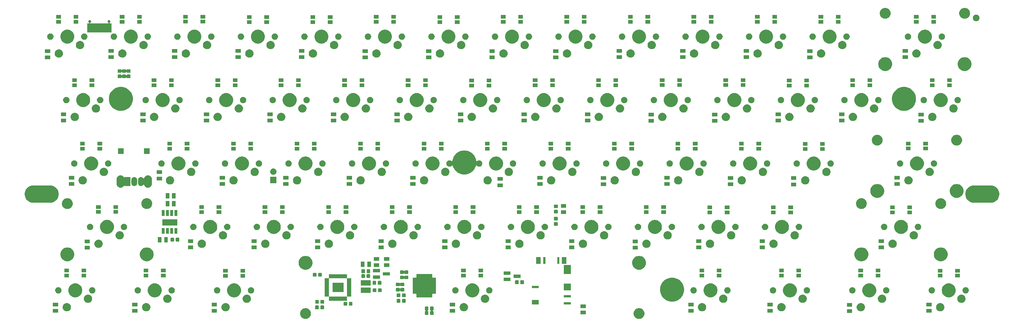
<source format=gbr>
G04 #@! TF.GenerationSoftware,KiCad,Pcbnew,(5.1.0)-1*
G04 #@! TF.CreationDate,2019-12-05T19:46:38+08:00*
G04 #@! TF.ProjectId,keyboard,6b657962-6f61-4726-942e-6b696361645f,B*
G04 #@! TF.SameCoordinates,Original*
G04 #@! TF.FileFunction,Soldermask,Bot*
G04 #@! TF.FilePolarity,Negative*
%FSLAX46Y46*%
G04 Gerber Fmt 4.6, Leading zero omitted, Abs format (unit mm)*
G04 Created by KiCad (PCBNEW (5.1.0)-1) date 2019-12-05 19:46:38*
%MOMM*%
%LPD*%
G04 APERTURE LIST*
%ADD10C,0.100000*%
%ADD11C,0.150000*%
G04 APERTURE END LIST*
D10*
G36*
X104305100Y-130510280D02*
G01*
X99893120Y-130510280D01*
X99893120Y-128666240D01*
X104305100Y-128666240D01*
X104305100Y-130510280D01*
G37*
X104305100Y-130510280D02*
X99893120Y-130510280D01*
X99893120Y-128666240D01*
X104305100Y-128666240D01*
X104305100Y-130510280D01*
G36*
X154236420Y-150484840D02*
G01*
X151023320Y-150484840D01*
X151023320Y-147782280D01*
X151025860Y-147784820D01*
X151025860Y-147774660D01*
X154236420Y-147774660D01*
X154236420Y-150484840D01*
G37*
X154236420Y-150484840D02*
X151023320Y-150484840D01*
X151023320Y-147782280D01*
X151025860Y-147784820D01*
X151025860Y-147774660D01*
X154236420Y-147774660D01*
X154236420Y-150484840D01*
D11*
G36*
X243092300Y-155388310D02*
G01*
X243361670Y-155441890D01*
X243657511Y-155564432D01*
X243923760Y-155742334D01*
X244150186Y-155968760D01*
X244328088Y-156235009D01*
X244450630Y-156530850D01*
X244513100Y-156844912D01*
X244513100Y-157165128D01*
X244450630Y-157479190D01*
X244328088Y-157775031D01*
X244150186Y-158041280D01*
X243923760Y-158267706D01*
X243657511Y-158445608D01*
X243361670Y-158568150D01*
X243092300Y-158621730D01*
X243047609Y-158630620D01*
X242727391Y-158630620D01*
X242682700Y-158621730D01*
X242413330Y-158568150D01*
X242117489Y-158445608D01*
X241851240Y-158267706D01*
X241624814Y-158041280D01*
X241446912Y-157775031D01*
X241324370Y-157479190D01*
X241261900Y-157165128D01*
X241261900Y-156844912D01*
X241324370Y-156530850D01*
X241446912Y-156235009D01*
X241624814Y-155968760D01*
X241851240Y-155742334D01*
X242117489Y-155564432D01*
X242413330Y-155441890D01*
X242682700Y-155388310D01*
X242727391Y-155379420D01*
X243047609Y-155379420D01*
X243092300Y-155388310D01*
X243092300Y-155388310D01*
G37*
G36*
X143079800Y-155388310D02*
G01*
X143349170Y-155441890D01*
X143645011Y-155564432D01*
X143911260Y-155742334D01*
X144137686Y-155968760D01*
X144315588Y-156235009D01*
X144438130Y-156530850D01*
X144500600Y-156844912D01*
X144500600Y-157165128D01*
X144438130Y-157479190D01*
X144315588Y-157775031D01*
X144137686Y-158041280D01*
X143911260Y-158267706D01*
X143645011Y-158445608D01*
X143349170Y-158568150D01*
X143079800Y-158621730D01*
X143035109Y-158630620D01*
X142714891Y-158630620D01*
X142670200Y-158621730D01*
X142400830Y-158568150D01*
X142104989Y-158445608D01*
X141838740Y-158267706D01*
X141612314Y-158041280D01*
X141434412Y-157775031D01*
X141311870Y-157479190D01*
X141249400Y-157165128D01*
X141249400Y-156844912D01*
X141311870Y-156530850D01*
X141434412Y-156235009D01*
X141612314Y-155968760D01*
X141838740Y-155742334D01*
X142104989Y-155564432D01*
X142400830Y-155441890D01*
X142670200Y-155388310D01*
X142714891Y-155379420D01*
X143035109Y-155379420D01*
X143079800Y-155388310D01*
X143079800Y-155388310D01*
G37*
G36*
X179551547Y-154906451D02*
G01*
X179590271Y-154918199D01*
X179625963Y-154937276D01*
X179657248Y-154962952D01*
X179682924Y-154994237D01*
X179702001Y-155029929D01*
X179713749Y-155068653D01*
X179718320Y-155115070D01*
X179718320Y-155841890D01*
X179713749Y-155888307D01*
X179702001Y-155927031D01*
X179682924Y-155962723D01*
X179657248Y-155994008D01*
X179625963Y-156019684D01*
X179590272Y-156038761D01*
X179559424Y-156048119D01*
X179536785Y-156057496D01*
X179516411Y-156071110D01*
X179499084Y-156088437D01*
X179485470Y-156108812D01*
X179476093Y-156131451D01*
X179471313Y-156155484D01*
X179471313Y-156179988D01*
X179476094Y-156204021D01*
X179485471Y-156226660D01*
X179499085Y-156247034D01*
X179516412Y-156264361D01*
X179536787Y-156277975D01*
X179559423Y-156287351D01*
X179592613Y-156297419D01*
X179628303Y-156316496D01*
X179659588Y-156342172D01*
X179685264Y-156373457D01*
X179704341Y-156409149D01*
X179716089Y-156447873D01*
X179720660Y-156494290D01*
X179720660Y-157221110D01*
X179716089Y-157267527D01*
X179704341Y-157306251D01*
X179685264Y-157341943D01*
X179659588Y-157373228D01*
X179628303Y-157398904D01*
X179592611Y-157417981D01*
X179553887Y-157429729D01*
X179507470Y-157434300D01*
X178855650Y-157434300D01*
X178809233Y-157429729D01*
X178770509Y-157417981D01*
X178734817Y-157398904D01*
X178703532Y-157373228D01*
X178677856Y-157341943D01*
X178658779Y-157306251D01*
X178647031Y-157267527D01*
X178642460Y-157221110D01*
X178642460Y-156494290D01*
X178647031Y-156447873D01*
X178658779Y-156409149D01*
X178677856Y-156373457D01*
X178703532Y-156342172D01*
X178734817Y-156316496D01*
X178770508Y-156297419D01*
X178801356Y-156288061D01*
X178823995Y-156278684D01*
X178844369Y-156265070D01*
X178861696Y-156247743D01*
X178875310Y-156227368D01*
X178884687Y-156204729D01*
X178889467Y-156180696D01*
X178889467Y-156156192D01*
X178884686Y-156132159D01*
X178875309Y-156109520D01*
X178861695Y-156089146D01*
X178844368Y-156071819D01*
X178823993Y-156058205D01*
X178801357Y-156048829D01*
X178768167Y-156038761D01*
X178732477Y-156019684D01*
X178701192Y-155994008D01*
X178675516Y-155962723D01*
X178656439Y-155927031D01*
X178644691Y-155888307D01*
X178640120Y-155841890D01*
X178640120Y-155115070D01*
X178644691Y-155068653D01*
X178656439Y-155029929D01*
X178675516Y-154994237D01*
X178701192Y-154962952D01*
X178732477Y-154937276D01*
X178768169Y-154918199D01*
X178806893Y-154906451D01*
X178853310Y-154901880D01*
X179505130Y-154901880D01*
X179551547Y-154906451D01*
X179551547Y-154906451D01*
G37*
G36*
X181126547Y-154906451D02*
G01*
X181165271Y-154918199D01*
X181200963Y-154937276D01*
X181232248Y-154962952D01*
X181257924Y-154994237D01*
X181277001Y-155029929D01*
X181288749Y-155068653D01*
X181293320Y-155115070D01*
X181293320Y-155841890D01*
X181288749Y-155888307D01*
X181277001Y-155927031D01*
X181257924Y-155962723D01*
X181232248Y-155994008D01*
X181200963Y-156019684D01*
X181165272Y-156038761D01*
X181134424Y-156048119D01*
X181111785Y-156057496D01*
X181091411Y-156071110D01*
X181074084Y-156088437D01*
X181060470Y-156108812D01*
X181051093Y-156131451D01*
X181046313Y-156155484D01*
X181046313Y-156179988D01*
X181051094Y-156204021D01*
X181060471Y-156226660D01*
X181074085Y-156247034D01*
X181091412Y-156264361D01*
X181111787Y-156277975D01*
X181134423Y-156287351D01*
X181167613Y-156297419D01*
X181203303Y-156316496D01*
X181234588Y-156342172D01*
X181260264Y-156373457D01*
X181279341Y-156409149D01*
X181291089Y-156447873D01*
X181295660Y-156494290D01*
X181295660Y-157221110D01*
X181291089Y-157267527D01*
X181279341Y-157306251D01*
X181260264Y-157341943D01*
X181234588Y-157373228D01*
X181203303Y-157398904D01*
X181167611Y-157417981D01*
X181128887Y-157429729D01*
X181082470Y-157434300D01*
X180430650Y-157434300D01*
X180384233Y-157429729D01*
X180345509Y-157417981D01*
X180309817Y-157398904D01*
X180278532Y-157373228D01*
X180252856Y-157341943D01*
X180233779Y-157306251D01*
X180222031Y-157267527D01*
X180217460Y-157221110D01*
X180217460Y-156494290D01*
X180222031Y-156447873D01*
X180233779Y-156409149D01*
X180252856Y-156373457D01*
X180278532Y-156342172D01*
X180309817Y-156316496D01*
X180345508Y-156297419D01*
X180376356Y-156288061D01*
X180398995Y-156278684D01*
X180419369Y-156265070D01*
X180436696Y-156247743D01*
X180450310Y-156227368D01*
X180459687Y-156204729D01*
X180464467Y-156180696D01*
X180464467Y-156156192D01*
X180459686Y-156132159D01*
X180450309Y-156109520D01*
X180436695Y-156089146D01*
X180419368Y-156071819D01*
X180398993Y-156058205D01*
X180376357Y-156048829D01*
X180343167Y-156038761D01*
X180307477Y-156019684D01*
X180276192Y-155994008D01*
X180250516Y-155962723D01*
X180231439Y-155927031D01*
X180219691Y-155888307D01*
X180215120Y-155841890D01*
X180215120Y-155115070D01*
X180219691Y-155068653D01*
X180231439Y-155029929D01*
X180250516Y-154994237D01*
X180276192Y-154962952D01*
X180307477Y-154937276D01*
X180343169Y-154918199D01*
X180381893Y-154906451D01*
X180428310Y-154901880D01*
X181080130Y-154901880D01*
X181126547Y-154906451D01*
X181126547Y-154906451D01*
G37*
G36*
X226908360Y-157243780D02*
G01*
X225308160Y-157243780D01*
X225308160Y-156151580D01*
X226908360Y-156151580D01*
X226908360Y-157243780D01*
X226908360Y-157243780D01*
G37*
G36*
X306806600Y-156819600D02*
G01*
X305206400Y-156819600D01*
X305206400Y-155727400D01*
X306806600Y-155727400D01*
X306806600Y-156819600D01*
X306806600Y-156819600D01*
G37*
G36*
X68681600Y-156756100D02*
G01*
X67081400Y-156756100D01*
X67081400Y-155663900D01*
X68681600Y-155663900D01*
X68681600Y-156756100D01*
X68681600Y-156756100D01*
G37*
G36*
X330619100Y-156756100D02*
G01*
X329018900Y-156756100D01*
X329018900Y-155663900D01*
X330619100Y-155663900D01*
X330619100Y-156756100D01*
X330619100Y-156756100D01*
G37*
G36*
X187744100Y-156756100D02*
G01*
X186143900Y-156756100D01*
X186143900Y-155663900D01*
X187744100Y-155663900D01*
X187744100Y-156756100D01*
X187744100Y-156756100D01*
G37*
G36*
X116306600Y-156756100D02*
G01*
X114706400Y-156756100D01*
X114706400Y-155663900D01*
X116306600Y-155663900D01*
X116306600Y-156756100D01*
X116306600Y-156756100D01*
G37*
G36*
X92494100Y-156756100D02*
G01*
X90893900Y-156756100D01*
X90893900Y-155663900D01*
X92494100Y-155663900D01*
X92494100Y-156756100D01*
X92494100Y-156756100D01*
G37*
G36*
X259245100Y-156756100D02*
G01*
X257644900Y-156756100D01*
X257644900Y-155663900D01*
X259245100Y-155663900D01*
X259245100Y-156756100D01*
X259245100Y-156756100D01*
G37*
G36*
X282994100Y-156756100D02*
G01*
X281393900Y-156756100D01*
X281393900Y-155663900D01*
X282994100Y-155663900D01*
X282994100Y-156756100D01*
X282994100Y-156756100D01*
G37*
G36*
X95374135Y-153886036D02*
G01*
X95454286Y-153901979D01*
X95506493Y-153923604D01*
X95680788Y-153995799D01*
X95884636Y-154132006D01*
X96057994Y-154305364D01*
X96194201Y-154509212D01*
X96288021Y-154735715D01*
X96333222Y-154962952D01*
X96335850Y-154976168D01*
X96335850Y-155221332D01*
X96290316Y-155450250D01*
X96288021Y-155461785D01*
X96194201Y-155688288D01*
X96057994Y-155892136D01*
X95884636Y-156065494D01*
X95680788Y-156201701D01*
X95569632Y-156247743D01*
X95454286Y-156295521D01*
X95423634Y-156301618D01*
X95213834Y-156343350D01*
X94968666Y-156343350D01*
X94758866Y-156301618D01*
X94728214Y-156295521D01*
X94612868Y-156247743D01*
X94501712Y-156201701D01*
X94297864Y-156065494D01*
X94124506Y-155892136D01*
X93988299Y-155688288D01*
X93894479Y-155461785D01*
X93892185Y-155450250D01*
X93846650Y-155221332D01*
X93846650Y-154976168D01*
X93849279Y-154962952D01*
X93894479Y-154735715D01*
X93988299Y-154509212D01*
X94124506Y-154305364D01*
X94297864Y-154132006D01*
X94501712Y-153995799D01*
X94676007Y-153923604D01*
X94728214Y-153901979D01*
X94808365Y-153886036D01*
X94968666Y-153854150D01*
X95213834Y-153854150D01*
X95374135Y-153886036D01*
X95374135Y-153886036D01*
G37*
G36*
X262061635Y-153886036D02*
G01*
X262141786Y-153901979D01*
X262193993Y-153923604D01*
X262368288Y-153995799D01*
X262572136Y-154132006D01*
X262745494Y-154305364D01*
X262881701Y-154509212D01*
X262975521Y-154735715D01*
X263020722Y-154962952D01*
X263023350Y-154976168D01*
X263023350Y-155221332D01*
X262977816Y-155450250D01*
X262975521Y-155461785D01*
X262881701Y-155688288D01*
X262745494Y-155892136D01*
X262572136Y-156065494D01*
X262368288Y-156201701D01*
X262257132Y-156247743D01*
X262141786Y-156295521D01*
X262111134Y-156301618D01*
X261901334Y-156343350D01*
X261656166Y-156343350D01*
X261446366Y-156301618D01*
X261415714Y-156295521D01*
X261300368Y-156247743D01*
X261189212Y-156201701D01*
X260985364Y-156065494D01*
X260812006Y-155892136D01*
X260675799Y-155688288D01*
X260581979Y-155461785D01*
X260579685Y-155450250D01*
X260534150Y-155221332D01*
X260534150Y-154976168D01*
X260536779Y-154962952D01*
X260581979Y-154735715D01*
X260675799Y-154509212D01*
X260812006Y-154305364D01*
X260985364Y-154132006D01*
X261189212Y-153995799D01*
X261363507Y-153923604D01*
X261415714Y-153901979D01*
X261495865Y-153886036D01*
X261656166Y-153854150D01*
X261901334Y-153854150D01*
X262061635Y-153886036D01*
X262061635Y-153886036D01*
G37*
G36*
X190624135Y-153886036D02*
G01*
X190704286Y-153901979D01*
X190756493Y-153923604D01*
X190930788Y-153995799D01*
X191134636Y-154132006D01*
X191307994Y-154305364D01*
X191444201Y-154509212D01*
X191538021Y-154735715D01*
X191583222Y-154962952D01*
X191585850Y-154976168D01*
X191585850Y-155221332D01*
X191540316Y-155450250D01*
X191538021Y-155461785D01*
X191444201Y-155688288D01*
X191307994Y-155892136D01*
X191134636Y-156065494D01*
X190930788Y-156201701D01*
X190819632Y-156247743D01*
X190704286Y-156295521D01*
X190673634Y-156301618D01*
X190463834Y-156343350D01*
X190218666Y-156343350D01*
X190008866Y-156301618D01*
X189978214Y-156295521D01*
X189862868Y-156247743D01*
X189751712Y-156201701D01*
X189547864Y-156065494D01*
X189374506Y-155892136D01*
X189238299Y-155688288D01*
X189144479Y-155461785D01*
X189142185Y-155450250D01*
X189096650Y-155221332D01*
X189096650Y-154976168D01*
X189099279Y-154962952D01*
X189144479Y-154735715D01*
X189238299Y-154509212D01*
X189374506Y-154305364D01*
X189547864Y-154132006D01*
X189751712Y-153995799D01*
X189926007Y-153923604D01*
X189978214Y-153901979D01*
X190058365Y-153886036D01*
X190218666Y-153854150D01*
X190463834Y-153854150D01*
X190624135Y-153886036D01*
X190624135Y-153886036D01*
G37*
G36*
X333499135Y-153886036D02*
G01*
X333579286Y-153901979D01*
X333631493Y-153923604D01*
X333805788Y-153995799D01*
X334009636Y-154132006D01*
X334182994Y-154305364D01*
X334319201Y-154509212D01*
X334413021Y-154735715D01*
X334458222Y-154962952D01*
X334460850Y-154976168D01*
X334460850Y-155221332D01*
X334415316Y-155450250D01*
X334413021Y-155461785D01*
X334319201Y-155688288D01*
X334182994Y-155892136D01*
X334009636Y-156065494D01*
X333805788Y-156201701D01*
X333694632Y-156247743D01*
X333579286Y-156295521D01*
X333548634Y-156301618D01*
X333338834Y-156343350D01*
X333093666Y-156343350D01*
X332883866Y-156301618D01*
X332853214Y-156295521D01*
X332737868Y-156247743D01*
X332626712Y-156201701D01*
X332422864Y-156065494D01*
X332249506Y-155892136D01*
X332113299Y-155688288D01*
X332019479Y-155461785D01*
X332017185Y-155450250D01*
X331971650Y-155221332D01*
X331971650Y-154976168D01*
X331974279Y-154962952D01*
X332019479Y-154735715D01*
X332113299Y-154509212D01*
X332249506Y-154305364D01*
X332422864Y-154132006D01*
X332626712Y-153995799D01*
X332801007Y-153923604D01*
X332853214Y-153901979D01*
X332933365Y-153886036D01*
X333093666Y-153854150D01*
X333338834Y-153854150D01*
X333499135Y-153886036D01*
X333499135Y-153886036D01*
G37*
G36*
X119186635Y-153886036D02*
G01*
X119266786Y-153901979D01*
X119318993Y-153923604D01*
X119493288Y-153995799D01*
X119697136Y-154132006D01*
X119870494Y-154305364D01*
X120006701Y-154509212D01*
X120100521Y-154735715D01*
X120145722Y-154962952D01*
X120148350Y-154976168D01*
X120148350Y-155221332D01*
X120102816Y-155450250D01*
X120100521Y-155461785D01*
X120006701Y-155688288D01*
X119870494Y-155892136D01*
X119697136Y-156065494D01*
X119493288Y-156201701D01*
X119382132Y-156247743D01*
X119266786Y-156295521D01*
X119236134Y-156301618D01*
X119026334Y-156343350D01*
X118781166Y-156343350D01*
X118571366Y-156301618D01*
X118540714Y-156295521D01*
X118425368Y-156247743D01*
X118314212Y-156201701D01*
X118110364Y-156065494D01*
X117937006Y-155892136D01*
X117800799Y-155688288D01*
X117706979Y-155461785D01*
X117704685Y-155450250D01*
X117659150Y-155221332D01*
X117659150Y-154976168D01*
X117661779Y-154962952D01*
X117706979Y-154735715D01*
X117800799Y-154509212D01*
X117937006Y-154305364D01*
X118110364Y-154132006D01*
X118314212Y-153995799D01*
X118488507Y-153923604D01*
X118540714Y-153901979D01*
X118620865Y-153886036D01*
X118781166Y-153854150D01*
X119026334Y-153854150D01*
X119186635Y-153886036D01*
X119186635Y-153886036D01*
G37*
G36*
X71561635Y-153886036D02*
G01*
X71641786Y-153901979D01*
X71693993Y-153923604D01*
X71868288Y-153995799D01*
X72072136Y-154132006D01*
X72245494Y-154305364D01*
X72381701Y-154509212D01*
X72475521Y-154735715D01*
X72520722Y-154962952D01*
X72523350Y-154976168D01*
X72523350Y-155221332D01*
X72477816Y-155450250D01*
X72475521Y-155461785D01*
X72381701Y-155688288D01*
X72245494Y-155892136D01*
X72072136Y-156065494D01*
X71868288Y-156201701D01*
X71757132Y-156247743D01*
X71641786Y-156295521D01*
X71611134Y-156301618D01*
X71401334Y-156343350D01*
X71156166Y-156343350D01*
X70946366Y-156301618D01*
X70915714Y-156295521D01*
X70800368Y-156247743D01*
X70689212Y-156201701D01*
X70485364Y-156065494D01*
X70312006Y-155892136D01*
X70175799Y-155688288D01*
X70081979Y-155461785D01*
X70079685Y-155450250D01*
X70034150Y-155221332D01*
X70034150Y-154976168D01*
X70036779Y-154962952D01*
X70081979Y-154735715D01*
X70175799Y-154509212D01*
X70312006Y-154305364D01*
X70485364Y-154132006D01*
X70689212Y-153995799D01*
X70863507Y-153923604D01*
X70915714Y-153901979D01*
X70995865Y-153886036D01*
X71156166Y-153854150D01*
X71401334Y-153854150D01*
X71561635Y-153886036D01*
X71561635Y-153886036D01*
G37*
G36*
X309686635Y-153886036D02*
G01*
X309766786Y-153901979D01*
X309818993Y-153923604D01*
X309993288Y-153995799D01*
X310197136Y-154132006D01*
X310370494Y-154305364D01*
X310506701Y-154509212D01*
X310600521Y-154735715D01*
X310645722Y-154962952D01*
X310648350Y-154976168D01*
X310648350Y-155221332D01*
X310602816Y-155450250D01*
X310600521Y-155461785D01*
X310506701Y-155688288D01*
X310370494Y-155892136D01*
X310197136Y-156065494D01*
X309993288Y-156201701D01*
X309882132Y-156247743D01*
X309766786Y-156295521D01*
X309736134Y-156301618D01*
X309526334Y-156343350D01*
X309281166Y-156343350D01*
X309071366Y-156301618D01*
X309040714Y-156295521D01*
X308925368Y-156247743D01*
X308814212Y-156201701D01*
X308610364Y-156065494D01*
X308437006Y-155892136D01*
X308300799Y-155688288D01*
X308206979Y-155461785D01*
X308204685Y-155450250D01*
X308159150Y-155221332D01*
X308159150Y-154976168D01*
X308161779Y-154962952D01*
X308206979Y-154735715D01*
X308300799Y-154509212D01*
X308437006Y-154305364D01*
X308610364Y-154132006D01*
X308814212Y-153995799D01*
X308988507Y-153923604D01*
X309040714Y-153901979D01*
X309120865Y-153886036D01*
X309281166Y-153854150D01*
X309526334Y-153854150D01*
X309686635Y-153886036D01*
X309686635Y-153886036D01*
G37*
G36*
X285874135Y-153886036D02*
G01*
X285954286Y-153901979D01*
X286006493Y-153923604D01*
X286180788Y-153995799D01*
X286384636Y-154132006D01*
X286557994Y-154305364D01*
X286694201Y-154509212D01*
X286788021Y-154735715D01*
X286833222Y-154962952D01*
X286835850Y-154976168D01*
X286835850Y-155221332D01*
X286790316Y-155450250D01*
X286788021Y-155461785D01*
X286694201Y-155688288D01*
X286557994Y-155892136D01*
X286384636Y-156065494D01*
X286180788Y-156201701D01*
X286069632Y-156247743D01*
X285954286Y-156295521D01*
X285923634Y-156301618D01*
X285713834Y-156343350D01*
X285468666Y-156343350D01*
X285258866Y-156301618D01*
X285228214Y-156295521D01*
X285112868Y-156247743D01*
X285001712Y-156201701D01*
X284797864Y-156065494D01*
X284624506Y-155892136D01*
X284488299Y-155688288D01*
X284394479Y-155461785D01*
X284392185Y-155450250D01*
X284346650Y-155221332D01*
X284346650Y-154976168D01*
X284349279Y-154962952D01*
X284394479Y-154735715D01*
X284488299Y-154509212D01*
X284624506Y-154305364D01*
X284797864Y-154132006D01*
X285001712Y-153995799D01*
X285176007Y-153923604D01*
X285228214Y-153901979D01*
X285308365Y-153886036D01*
X285468666Y-153854150D01*
X285713834Y-153854150D01*
X285874135Y-153886036D01*
X285874135Y-153886036D01*
G37*
G36*
X148251227Y-154571171D02*
G01*
X148289951Y-154582919D01*
X148325643Y-154601996D01*
X148356928Y-154627672D01*
X148382604Y-154658957D01*
X148401681Y-154694649D01*
X148413429Y-154733373D01*
X148418000Y-154779790D01*
X148418000Y-155506610D01*
X148413429Y-155553027D01*
X148401681Y-155591751D01*
X148382604Y-155627443D01*
X148356928Y-155658728D01*
X148325643Y-155684404D01*
X148289951Y-155703481D01*
X148251227Y-155715229D01*
X148204810Y-155719800D01*
X147552990Y-155719800D01*
X147506573Y-155715229D01*
X147467849Y-155703481D01*
X147432157Y-155684404D01*
X147400872Y-155658728D01*
X147375196Y-155627443D01*
X147356119Y-155591751D01*
X147344371Y-155553027D01*
X147339800Y-155506610D01*
X147339800Y-154779790D01*
X147344371Y-154733373D01*
X147356119Y-154694649D01*
X147375196Y-154658957D01*
X147400872Y-154627672D01*
X147432157Y-154601996D01*
X147467849Y-154582919D01*
X147506573Y-154571171D01*
X147552990Y-154566600D01*
X148204810Y-154566600D01*
X148251227Y-154571171D01*
X148251227Y-154571171D01*
G37*
G36*
X146676227Y-154571171D02*
G01*
X146714951Y-154582919D01*
X146750643Y-154601996D01*
X146781928Y-154627672D01*
X146807604Y-154658957D01*
X146826681Y-154694649D01*
X146838429Y-154733373D01*
X146843000Y-154779790D01*
X146843000Y-155506610D01*
X146838429Y-155553027D01*
X146826681Y-155591751D01*
X146807604Y-155627443D01*
X146781928Y-155658728D01*
X146750643Y-155684404D01*
X146714951Y-155703481D01*
X146676227Y-155715229D01*
X146629810Y-155719800D01*
X145977990Y-155719800D01*
X145931573Y-155715229D01*
X145892849Y-155703481D01*
X145857157Y-155684404D01*
X145825872Y-155658728D01*
X145800196Y-155627443D01*
X145781119Y-155591751D01*
X145769371Y-155553027D01*
X145764800Y-155506610D01*
X145764800Y-154779790D01*
X145769371Y-154733373D01*
X145781119Y-154694649D01*
X145800196Y-154658957D01*
X145825872Y-154627672D01*
X145857157Y-154601996D01*
X145892849Y-154582919D01*
X145931573Y-154571171D01*
X145977990Y-154566600D01*
X146629810Y-154566600D01*
X146676227Y-154571171D01*
X146676227Y-154571171D01*
G37*
G36*
X226908360Y-155338780D02*
G01*
X225308160Y-155338780D01*
X225308160Y-154246580D01*
X226908360Y-154246580D01*
X226908360Y-155338780D01*
X226908360Y-155338780D01*
G37*
G36*
X306806600Y-154914600D02*
G01*
X305206400Y-154914600D01*
X305206400Y-153822400D01*
X306806600Y-153822400D01*
X306806600Y-154914600D01*
X306806600Y-154914600D01*
G37*
G36*
X259245100Y-154851100D02*
G01*
X257644900Y-154851100D01*
X257644900Y-153758900D01*
X259245100Y-153758900D01*
X259245100Y-154851100D01*
X259245100Y-154851100D01*
G37*
G36*
X187744100Y-154851100D02*
G01*
X186143900Y-154851100D01*
X186143900Y-153758900D01*
X187744100Y-153758900D01*
X187744100Y-154851100D01*
X187744100Y-154851100D01*
G37*
G36*
X68681600Y-154851100D02*
G01*
X67081400Y-154851100D01*
X67081400Y-153758900D01*
X68681600Y-153758900D01*
X68681600Y-154851100D01*
X68681600Y-154851100D01*
G37*
G36*
X330619100Y-154851100D02*
G01*
X329018900Y-154851100D01*
X329018900Y-153758900D01*
X330619100Y-153758900D01*
X330619100Y-154851100D01*
X330619100Y-154851100D01*
G37*
G36*
X116306600Y-154851100D02*
G01*
X114706400Y-154851100D01*
X114706400Y-153758900D01*
X116306600Y-153758900D01*
X116306600Y-154851100D01*
X116306600Y-154851100D01*
G37*
G36*
X282994100Y-154851100D02*
G01*
X281393900Y-154851100D01*
X281393900Y-153758900D01*
X282994100Y-153758900D01*
X282994100Y-154851100D01*
X282994100Y-154851100D01*
G37*
G36*
X92494100Y-154851100D02*
G01*
X90893900Y-154851100D01*
X90893900Y-153758900D01*
X92494100Y-153758900D01*
X92494100Y-154851100D01*
X92494100Y-154851100D01*
G37*
G36*
X155207987Y-153476431D02*
G01*
X155246711Y-153488179D01*
X155282403Y-153507256D01*
X155313688Y-153532932D01*
X155339364Y-153564217D01*
X155358441Y-153599909D01*
X155370189Y-153638633D01*
X155374760Y-153685050D01*
X155374760Y-154411870D01*
X155370189Y-154458287D01*
X155358441Y-154497011D01*
X155339364Y-154532703D01*
X155313688Y-154563988D01*
X155282403Y-154589664D01*
X155246711Y-154608741D01*
X155207987Y-154620489D01*
X155161570Y-154625060D01*
X154509750Y-154625060D01*
X154463333Y-154620489D01*
X154424609Y-154608741D01*
X154388917Y-154589664D01*
X154357632Y-154563988D01*
X154331956Y-154532703D01*
X154312879Y-154497011D01*
X154301131Y-154458287D01*
X154296560Y-154411870D01*
X154296560Y-153685050D01*
X154301131Y-153638633D01*
X154312879Y-153599909D01*
X154331956Y-153564217D01*
X154357632Y-153532932D01*
X154388917Y-153507256D01*
X154424609Y-153488179D01*
X154463333Y-153476431D01*
X154509750Y-153471860D01*
X155161570Y-153471860D01*
X155207987Y-153476431D01*
X155207987Y-153476431D01*
G37*
G36*
X156782987Y-153476431D02*
G01*
X156821711Y-153488179D01*
X156857403Y-153507256D01*
X156888688Y-153532932D01*
X156914364Y-153564217D01*
X156933441Y-153599909D01*
X156945189Y-153638633D01*
X156949760Y-153685050D01*
X156949760Y-154411870D01*
X156945189Y-154458287D01*
X156933441Y-154497011D01*
X156914364Y-154532703D01*
X156888688Y-154563988D01*
X156857403Y-154589664D01*
X156821711Y-154608741D01*
X156782987Y-154620489D01*
X156736570Y-154625060D01*
X156084750Y-154625060D01*
X156038333Y-154620489D01*
X155999609Y-154608741D01*
X155963917Y-154589664D01*
X155932632Y-154563988D01*
X155906956Y-154532703D01*
X155887879Y-154497011D01*
X155876131Y-154458287D01*
X155871560Y-154411870D01*
X155871560Y-153685050D01*
X155876131Y-153638633D01*
X155887879Y-153599909D01*
X155906956Y-153564217D01*
X155932632Y-153532932D01*
X155963917Y-153507256D01*
X155999609Y-153488179D01*
X156038333Y-153476431D01*
X156084750Y-153471860D01*
X156736570Y-153471860D01*
X156782987Y-153476431D01*
X156782987Y-153476431D01*
G37*
G36*
X212772160Y-154237400D02*
G01*
X210718960Y-154237400D01*
X210718960Y-152884200D01*
X212772160Y-152884200D01*
X212772160Y-154237400D01*
X212772160Y-154237400D01*
G37*
G36*
X222422160Y-154237400D02*
G01*
X220368960Y-154237400D01*
X220368960Y-153584200D01*
X222422160Y-153584200D01*
X222422160Y-154237400D01*
X222422160Y-154237400D01*
G37*
G36*
X148276627Y-152894771D02*
G01*
X148315351Y-152906519D01*
X148351043Y-152925596D01*
X148382328Y-152951272D01*
X148408004Y-152982557D01*
X148427081Y-153018249D01*
X148438829Y-153056973D01*
X148443400Y-153103390D01*
X148443400Y-153830210D01*
X148438829Y-153876627D01*
X148427081Y-153915351D01*
X148408004Y-153951043D01*
X148382328Y-153982328D01*
X148351043Y-154008004D01*
X148315351Y-154027081D01*
X148276627Y-154038829D01*
X148230210Y-154043400D01*
X147578390Y-154043400D01*
X147531973Y-154038829D01*
X147493249Y-154027081D01*
X147457557Y-154008004D01*
X147426272Y-153982328D01*
X147400596Y-153951043D01*
X147381519Y-153915351D01*
X147369771Y-153876627D01*
X147365200Y-153830210D01*
X147365200Y-153103390D01*
X147369771Y-153056973D01*
X147381519Y-153018249D01*
X147400596Y-152982557D01*
X147426272Y-152951272D01*
X147457557Y-152925596D01*
X147493249Y-152906519D01*
X147531973Y-152894771D01*
X147578390Y-152890200D01*
X148230210Y-152890200D01*
X148276627Y-152894771D01*
X148276627Y-152894771D01*
G37*
G36*
X146701627Y-152894771D02*
G01*
X146740351Y-152906519D01*
X146776043Y-152925596D01*
X146807328Y-152951272D01*
X146833004Y-152982557D01*
X146852081Y-153018249D01*
X146863829Y-153056973D01*
X146868400Y-153103390D01*
X146868400Y-153830210D01*
X146863829Y-153876627D01*
X146852081Y-153915351D01*
X146833004Y-153951043D01*
X146807328Y-153982328D01*
X146776043Y-154008004D01*
X146740351Y-154027081D01*
X146701627Y-154038829D01*
X146655210Y-154043400D01*
X146003390Y-154043400D01*
X145956973Y-154038829D01*
X145918249Y-154027081D01*
X145882557Y-154008004D01*
X145851272Y-153982328D01*
X145825596Y-153951043D01*
X145806519Y-153915351D01*
X145794771Y-153876627D01*
X145790200Y-153830210D01*
X145790200Y-153103390D01*
X145794771Y-153056973D01*
X145806519Y-153018249D01*
X145825596Y-152982557D01*
X145851272Y-152951272D01*
X145882557Y-152925596D01*
X145918249Y-152906519D01*
X145956973Y-152894771D01*
X146003390Y-152890200D01*
X146655210Y-152890200D01*
X146701627Y-152894771D01*
X146701627Y-152894771D01*
G37*
G36*
X77836848Y-151331160D02*
G01*
X77991786Y-151361979D01*
X78054847Y-151388100D01*
X78218288Y-151455799D01*
X78422136Y-151592006D01*
X78595494Y-151765364D01*
X78731701Y-151969212D01*
X78825521Y-152195715D01*
X78873350Y-152436166D01*
X78873350Y-152681334D01*
X78860899Y-152743929D01*
X78825521Y-152921786D01*
X78800349Y-152982557D01*
X78731701Y-153148288D01*
X78595494Y-153352136D01*
X78422136Y-153525494D01*
X78218288Y-153661701D01*
X78152809Y-153688823D01*
X77991786Y-153755521D01*
X77946600Y-153764509D01*
X77751334Y-153803350D01*
X77506166Y-153803350D01*
X77310900Y-153764509D01*
X77265714Y-153755521D01*
X77104691Y-153688823D01*
X77039212Y-153661701D01*
X76835364Y-153525494D01*
X76662006Y-153352136D01*
X76525799Y-153148288D01*
X76457151Y-152982557D01*
X76431979Y-152921786D01*
X76396601Y-152743929D01*
X76384150Y-152681334D01*
X76384150Y-152436166D01*
X76431979Y-152195715D01*
X76525799Y-151969212D01*
X76662006Y-151765364D01*
X76835364Y-151592006D01*
X77039212Y-151455799D01*
X77202653Y-151388100D01*
X77265714Y-151361979D01*
X77420652Y-151331160D01*
X77506166Y-151314150D01*
X77751334Y-151314150D01*
X77836848Y-151331160D01*
X77836848Y-151331160D01*
G37*
G36*
X125461848Y-151331160D02*
G01*
X125616786Y-151361979D01*
X125679847Y-151388100D01*
X125843288Y-151455799D01*
X126047136Y-151592006D01*
X126220494Y-151765364D01*
X126356701Y-151969212D01*
X126450521Y-152195715D01*
X126498350Y-152436166D01*
X126498350Y-152681334D01*
X126485899Y-152743929D01*
X126450521Y-152921786D01*
X126425349Y-152982557D01*
X126356701Y-153148288D01*
X126220494Y-153352136D01*
X126047136Y-153525494D01*
X125843288Y-153661701D01*
X125777809Y-153688823D01*
X125616786Y-153755521D01*
X125571600Y-153764509D01*
X125376334Y-153803350D01*
X125131166Y-153803350D01*
X124935900Y-153764509D01*
X124890714Y-153755521D01*
X124729691Y-153688823D01*
X124664212Y-153661701D01*
X124460364Y-153525494D01*
X124287006Y-153352136D01*
X124150799Y-153148288D01*
X124082151Y-152982557D01*
X124056979Y-152921786D01*
X124021601Y-152743929D01*
X124009150Y-152681334D01*
X124009150Y-152436166D01*
X124056979Y-152195715D01*
X124150799Y-151969212D01*
X124287006Y-151765364D01*
X124460364Y-151592006D01*
X124664212Y-151455799D01*
X124827653Y-151388100D01*
X124890714Y-151361979D01*
X125045652Y-151331160D01*
X125131166Y-151314150D01*
X125376334Y-151314150D01*
X125461848Y-151331160D01*
X125461848Y-151331160D01*
G37*
G36*
X196899348Y-151331160D02*
G01*
X197054286Y-151361979D01*
X197117347Y-151388100D01*
X197280788Y-151455799D01*
X197484636Y-151592006D01*
X197657994Y-151765364D01*
X197794201Y-151969212D01*
X197888021Y-152195715D01*
X197935850Y-152436166D01*
X197935850Y-152681334D01*
X197923399Y-152743929D01*
X197888021Y-152921786D01*
X197862849Y-152982557D01*
X197794201Y-153148288D01*
X197657994Y-153352136D01*
X197484636Y-153525494D01*
X197280788Y-153661701D01*
X197215309Y-153688823D01*
X197054286Y-153755521D01*
X197009100Y-153764509D01*
X196813834Y-153803350D01*
X196568666Y-153803350D01*
X196373400Y-153764509D01*
X196328214Y-153755521D01*
X196167191Y-153688823D01*
X196101712Y-153661701D01*
X195897864Y-153525494D01*
X195724506Y-153352136D01*
X195588299Y-153148288D01*
X195519651Y-152982557D01*
X195494479Y-152921786D01*
X195459101Y-152743929D01*
X195446650Y-152681334D01*
X195446650Y-152436166D01*
X195494479Y-152195715D01*
X195588299Y-151969212D01*
X195724506Y-151765364D01*
X195897864Y-151592006D01*
X196101712Y-151455799D01*
X196265153Y-151388100D01*
X196328214Y-151361979D01*
X196483152Y-151331160D01*
X196568666Y-151314150D01*
X196813834Y-151314150D01*
X196899348Y-151331160D01*
X196899348Y-151331160D01*
G37*
G36*
X268336848Y-151331160D02*
G01*
X268491786Y-151361979D01*
X268554847Y-151388100D01*
X268718288Y-151455799D01*
X268922136Y-151592006D01*
X269095494Y-151765364D01*
X269231701Y-151969212D01*
X269325521Y-152195715D01*
X269373350Y-152436166D01*
X269373350Y-152681334D01*
X269360899Y-152743929D01*
X269325521Y-152921786D01*
X269300349Y-152982557D01*
X269231701Y-153148288D01*
X269095494Y-153352136D01*
X268922136Y-153525494D01*
X268718288Y-153661701D01*
X268652809Y-153688823D01*
X268491786Y-153755521D01*
X268446600Y-153764509D01*
X268251334Y-153803350D01*
X268006166Y-153803350D01*
X267810900Y-153764509D01*
X267765714Y-153755521D01*
X267604691Y-153688823D01*
X267539212Y-153661701D01*
X267335364Y-153525494D01*
X267162006Y-153352136D01*
X267025799Y-153148288D01*
X266957151Y-152982557D01*
X266931979Y-152921786D01*
X266896601Y-152743929D01*
X266884150Y-152681334D01*
X266884150Y-152436166D01*
X266931979Y-152195715D01*
X267025799Y-151969212D01*
X267162006Y-151765364D01*
X267335364Y-151592006D01*
X267539212Y-151455799D01*
X267702653Y-151388100D01*
X267765714Y-151361979D01*
X267920652Y-151331160D01*
X268006166Y-151314150D01*
X268251334Y-151314150D01*
X268336848Y-151331160D01*
X268336848Y-151331160D01*
G37*
G36*
X292149348Y-151331160D02*
G01*
X292304286Y-151361979D01*
X292367347Y-151388100D01*
X292530788Y-151455799D01*
X292734636Y-151592006D01*
X292907994Y-151765364D01*
X293044201Y-151969212D01*
X293138021Y-152195715D01*
X293185850Y-152436166D01*
X293185850Y-152681334D01*
X293173399Y-152743929D01*
X293138021Y-152921786D01*
X293112849Y-152982557D01*
X293044201Y-153148288D01*
X292907994Y-153352136D01*
X292734636Y-153525494D01*
X292530788Y-153661701D01*
X292465309Y-153688823D01*
X292304286Y-153755521D01*
X292259100Y-153764509D01*
X292063834Y-153803350D01*
X291818666Y-153803350D01*
X291623400Y-153764509D01*
X291578214Y-153755521D01*
X291417191Y-153688823D01*
X291351712Y-153661701D01*
X291147864Y-153525494D01*
X290974506Y-153352136D01*
X290838299Y-153148288D01*
X290769651Y-152982557D01*
X290744479Y-152921786D01*
X290709101Y-152743929D01*
X290696650Y-152681334D01*
X290696650Y-152436166D01*
X290744479Y-152195715D01*
X290838299Y-151969212D01*
X290974506Y-151765364D01*
X291147864Y-151592006D01*
X291351712Y-151455799D01*
X291515153Y-151388100D01*
X291578214Y-151361979D01*
X291733152Y-151331160D01*
X291818666Y-151314150D01*
X292063834Y-151314150D01*
X292149348Y-151331160D01*
X292149348Y-151331160D01*
G37*
G36*
X315961848Y-151331160D02*
G01*
X316116786Y-151361979D01*
X316179847Y-151388100D01*
X316343288Y-151455799D01*
X316547136Y-151592006D01*
X316720494Y-151765364D01*
X316856701Y-151969212D01*
X316950521Y-152195715D01*
X316998350Y-152436166D01*
X316998350Y-152681334D01*
X316985899Y-152743929D01*
X316950521Y-152921786D01*
X316925349Y-152982557D01*
X316856701Y-153148288D01*
X316720494Y-153352136D01*
X316547136Y-153525494D01*
X316343288Y-153661701D01*
X316277809Y-153688823D01*
X316116786Y-153755521D01*
X316071600Y-153764509D01*
X315876334Y-153803350D01*
X315631166Y-153803350D01*
X315435900Y-153764509D01*
X315390714Y-153755521D01*
X315229691Y-153688823D01*
X315164212Y-153661701D01*
X314960364Y-153525494D01*
X314787006Y-153352136D01*
X314650799Y-153148288D01*
X314582151Y-152982557D01*
X314556979Y-152921786D01*
X314521601Y-152743929D01*
X314509150Y-152681334D01*
X314509150Y-152436166D01*
X314556979Y-152195715D01*
X314650799Y-151969212D01*
X314787006Y-151765364D01*
X314960364Y-151592006D01*
X315164212Y-151455799D01*
X315327653Y-151388100D01*
X315390714Y-151361979D01*
X315545652Y-151331160D01*
X315631166Y-151314150D01*
X315876334Y-151314150D01*
X315961848Y-151331160D01*
X315961848Y-151331160D01*
G37*
G36*
X339774348Y-151331160D02*
G01*
X339929286Y-151361979D01*
X339992347Y-151388100D01*
X340155788Y-151455799D01*
X340359636Y-151592006D01*
X340532994Y-151765364D01*
X340669201Y-151969212D01*
X340763021Y-152195715D01*
X340810850Y-152436166D01*
X340810850Y-152681334D01*
X340798399Y-152743929D01*
X340763021Y-152921786D01*
X340737849Y-152982557D01*
X340669201Y-153148288D01*
X340532994Y-153352136D01*
X340359636Y-153525494D01*
X340155788Y-153661701D01*
X340090309Y-153688823D01*
X339929286Y-153755521D01*
X339884100Y-153764509D01*
X339688834Y-153803350D01*
X339443666Y-153803350D01*
X339248400Y-153764509D01*
X339203214Y-153755521D01*
X339042191Y-153688823D01*
X338976712Y-153661701D01*
X338772864Y-153525494D01*
X338599506Y-153352136D01*
X338463299Y-153148288D01*
X338394651Y-152982557D01*
X338369479Y-152921786D01*
X338334101Y-152743929D01*
X338321650Y-152681334D01*
X338321650Y-152436166D01*
X338369479Y-152195715D01*
X338463299Y-151969212D01*
X338599506Y-151765364D01*
X338772864Y-151592006D01*
X338976712Y-151455799D01*
X339140153Y-151388100D01*
X339203214Y-151361979D01*
X339358152Y-151331160D01*
X339443666Y-151314150D01*
X339688834Y-151314150D01*
X339774348Y-151331160D01*
X339774348Y-151331160D01*
G37*
G36*
X101649348Y-151331160D02*
G01*
X101804286Y-151361979D01*
X101867347Y-151388100D01*
X102030788Y-151455799D01*
X102234636Y-151592006D01*
X102407994Y-151765364D01*
X102544201Y-151969212D01*
X102638021Y-152195715D01*
X102685850Y-152436166D01*
X102685850Y-152681334D01*
X102673399Y-152743929D01*
X102638021Y-152921786D01*
X102612849Y-152982557D01*
X102544201Y-153148288D01*
X102407994Y-153352136D01*
X102234636Y-153525494D01*
X102030788Y-153661701D01*
X101965309Y-153688823D01*
X101804286Y-153755521D01*
X101759100Y-153764509D01*
X101563834Y-153803350D01*
X101318666Y-153803350D01*
X101123400Y-153764509D01*
X101078214Y-153755521D01*
X100917191Y-153688823D01*
X100851712Y-153661701D01*
X100647864Y-153525494D01*
X100474506Y-153352136D01*
X100338299Y-153148288D01*
X100269651Y-152982557D01*
X100244479Y-152921786D01*
X100209101Y-152743929D01*
X100196650Y-152681334D01*
X100196650Y-152436166D01*
X100244479Y-152195715D01*
X100338299Y-151969212D01*
X100474506Y-151765364D01*
X100647864Y-151592006D01*
X100851712Y-151455799D01*
X101015153Y-151388100D01*
X101078214Y-151361979D01*
X101233152Y-151331160D01*
X101318666Y-151314150D01*
X101563834Y-151314150D01*
X101649348Y-151331160D01*
X101649348Y-151331160D01*
G37*
G36*
X171141507Y-152620451D02*
G01*
X171180231Y-152632199D01*
X171215923Y-152651276D01*
X171247208Y-152676952D01*
X171272884Y-152708237D01*
X171291961Y-152743929D01*
X171303709Y-152782653D01*
X171308280Y-152829070D01*
X171308280Y-153555890D01*
X171303709Y-153602307D01*
X171291961Y-153641031D01*
X171272884Y-153676723D01*
X171247208Y-153708008D01*
X171215923Y-153733684D01*
X171180231Y-153752761D01*
X171141507Y-153764509D01*
X171095090Y-153769080D01*
X170443270Y-153769080D01*
X170396853Y-153764509D01*
X170358129Y-153752761D01*
X170322437Y-153733684D01*
X170291152Y-153708008D01*
X170265476Y-153676723D01*
X170246399Y-153641031D01*
X170234651Y-153602307D01*
X170230080Y-153555890D01*
X170230080Y-152829070D01*
X170234651Y-152782653D01*
X170246399Y-152743929D01*
X170265476Y-152708237D01*
X170291152Y-152676952D01*
X170322437Y-152651276D01*
X170358129Y-152632199D01*
X170396853Y-152620451D01*
X170443270Y-152615880D01*
X171095090Y-152615880D01*
X171141507Y-152620451D01*
X171141507Y-152620451D01*
G37*
G36*
X172716507Y-152620451D02*
G01*
X172755231Y-152632199D01*
X172790923Y-152651276D01*
X172822208Y-152676952D01*
X172847884Y-152708237D01*
X172866961Y-152743929D01*
X172878709Y-152782653D01*
X172883280Y-152829070D01*
X172883280Y-153555890D01*
X172878709Y-153602307D01*
X172866961Y-153641031D01*
X172847884Y-153676723D01*
X172822208Y-153708008D01*
X172790923Y-153733684D01*
X172755231Y-153752761D01*
X172716507Y-153764509D01*
X172670090Y-153769080D01*
X172018270Y-153769080D01*
X171971853Y-153764509D01*
X171933129Y-153752761D01*
X171897437Y-153733684D01*
X171866152Y-153708008D01*
X171840476Y-153676723D01*
X171821399Y-153641031D01*
X171809651Y-153602307D01*
X171805080Y-153555890D01*
X171805080Y-152829070D01*
X171809651Y-152782653D01*
X171821399Y-152743929D01*
X171840476Y-152708237D01*
X171866152Y-152676952D01*
X171897437Y-152651276D01*
X171933129Y-152632199D01*
X171971853Y-152620451D01*
X172018270Y-152615880D01*
X172670090Y-152615880D01*
X172716507Y-152620451D01*
X172716507Y-152620451D01*
G37*
G36*
X253601229Y-146309901D02*
G01*
X253839983Y-146357392D01*
X254274925Y-146537551D01*
X254494600Y-146628543D01*
X254495454Y-146628897D01*
X254546386Y-146662929D01*
X255085362Y-147023061D01*
X255587039Y-147524738D01*
X255768894Y-147796904D01*
X255974603Y-148104768D01*
X255981204Y-148114648D01*
X256035973Y-148246873D01*
X256252708Y-148770117D01*
X256254352Y-148778382D01*
X256391120Y-149465960D01*
X256391120Y-150175440D01*
X256316973Y-150548200D01*
X256252708Y-150871283D01*
X256147024Y-151126426D01*
X255981204Y-151526752D01*
X255587039Y-152116662D01*
X255085362Y-152618339D01*
X254792410Y-152814083D01*
X254495454Y-153012503D01*
X254495453Y-153012504D01*
X254495452Y-153012504D01*
X254412403Y-153046904D01*
X253839983Y-153284008D01*
X253608035Y-153330145D01*
X253144140Y-153422420D01*
X252434660Y-153422420D01*
X251970765Y-153330145D01*
X251738817Y-153284008D01*
X251166397Y-153046904D01*
X251083348Y-153012504D01*
X251083347Y-153012504D01*
X251083346Y-153012503D01*
X250786390Y-152814083D01*
X250493438Y-152618339D01*
X249991761Y-152116662D01*
X249597596Y-151526752D01*
X249431776Y-151126426D01*
X249326092Y-150871283D01*
X249261827Y-150548200D01*
X249187680Y-150175440D01*
X249187680Y-149465960D01*
X249324448Y-148778382D01*
X249326092Y-148770117D01*
X249542827Y-148246873D01*
X249597596Y-148114648D01*
X249604198Y-148104768D01*
X249809906Y-147796904D01*
X249991761Y-147524738D01*
X250493438Y-147023061D01*
X251032414Y-146662929D01*
X251083346Y-146628897D01*
X251084201Y-146628543D01*
X251303875Y-146537551D01*
X251738817Y-146357392D01*
X251977571Y-146309901D01*
X252434660Y-146218980D01*
X253144140Y-146218980D01*
X253601229Y-146309901D01*
X253601229Y-146309901D01*
G37*
G36*
X150276094Y-145186469D02*
G01*
X150289770Y-145190618D01*
X150304221Y-145196603D01*
X150328255Y-145201382D01*
X150352759Y-145201380D01*
X150376792Y-145196599D01*
X150391235Y-145190617D01*
X150404906Y-145186469D01*
X150420840Y-145184900D01*
X150760160Y-145184900D01*
X150776094Y-145186469D01*
X150789770Y-145190618D01*
X150804221Y-145196603D01*
X150828255Y-145201382D01*
X150852759Y-145201380D01*
X150876792Y-145196599D01*
X150891235Y-145190617D01*
X150904906Y-145186469D01*
X150920840Y-145184900D01*
X151260160Y-145184900D01*
X151276094Y-145186469D01*
X151289770Y-145190618D01*
X151304221Y-145196603D01*
X151328255Y-145201382D01*
X151352759Y-145201380D01*
X151376792Y-145196599D01*
X151391235Y-145190617D01*
X151404906Y-145186469D01*
X151420840Y-145184900D01*
X151760160Y-145184900D01*
X151776094Y-145186469D01*
X151789770Y-145190618D01*
X151804221Y-145196603D01*
X151828255Y-145201382D01*
X151852759Y-145201380D01*
X151876792Y-145196599D01*
X151891235Y-145190617D01*
X151904906Y-145186469D01*
X151920840Y-145184900D01*
X152260160Y-145184900D01*
X152276094Y-145186469D01*
X152289770Y-145190618D01*
X152304221Y-145196603D01*
X152328255Y-145201382D01*
X152352759Y-145201380D01*
X152376792Y-145196599D01*
X152391235Y-145190617D01*
X152404906Y-145186469D01*
X152420840Y-145184900D01*
X152760160Y-145184900D01*
X152776094Y-145186469D01*
X152789770Y-145190618D01*
X152804221Y-145196603D01*
X152828255Y-145201382D01*
X152852759Y-145201380D01*
X152876792Y-145196599D01*
X152891235Y-145190617D01*
X152904906Y-145186469D01*
X152920840Y-145184900D01*
X153260160Y-145184900D01*
X153276094Y-145186469D01*
X153289770Y-145190618D01*
X153304221Y-145196603D01*
X153328255Y-145201382D01*
X153352759Y-145201380D01*
X153376792Y-145196599D01*
X153391235Y-145190617D01*
X153404906Y-145186469D01*
X153420840Y-145184900D01*
X153760160Y-145184900D01*
X153776094Y-145186469D01*
X153789770Y-145190618D01*
X153804221Y-145196603D01*
X153828255Y-145201382D01*
X153852759Y-145201380D01*
X153876792Y-145196599D01*
X153891235Y-145190617D01*
X153904906Y-145186469D01*
X153920840Y-145184900D01*
X154260160Y-145184900D01*
X154276094Y-145186469D01*
X154289770Y-145190618D01*
X154304221Y-145196603D01*
X154328255Y-145201382D01*
X154352759Y-145201380D01*
X154376792Y-145196599D01*
X154391235Y-145190617D01*
X154404906Y-145186469D01*
X154420840Y-145184900D01*
X154760160Y-145184900D01*
X154776094Y-145186469D01*
X154789770Y-145190618D01*
X154804221Y-145196603D01*
X154828255Y-145201382D01*
X154852759Y-145201380D01*
X154876792Y-145196599D01*
X154891235Y-145190617D01*
X154904906Y-145186469D01*
X154920840Y-145184900D01*
X155260160Y-145184900D01*
X155276094Y-145186469D01*
X155285508Y-145189325D01*
X155294189Y-145193965D01*
X155301794Y-145200206D01*
X155308035Y-145207811D01*
X155312675Y-145216492D01*
X155315531Y-145225906D01*
X155317100Y-145241840D01*
X155317100Y-146309901D01*
X155319502Y-146334287D01*
X155326615Y-146357736D01*
X155338166Y-146379347D01*
X155353711Y-146398289D01*
X155372653Y-146413834D01*
X155394264Y-146425385D01*
X155417713Y-146432498D01*
X155442099Y-146434900D01*
X156510160Y-146434900D01*
X156526094Y-146436469D01*
X156535508Y-146439325D01*
X156544189Y-146443965D01*
X156551794Y-146450206D01*
X156558035Y-146457811D01*
X156562675Y-146466492D01*
X156565531Y-146475906D01*
X156567100Y-146491840D01*
X156567100Y-146831160D01*
X156565531Y-146847094D01*
X156561382Y-146860770D01*
X156555397Y-146875221D01*
X156550618Y-146899255D01*
X156550620Y-146923759D01*
X156555401Y-146947792D01*
X156561383Y-146962235D01*
X156565531Y-146975906D01*
X156567100Y-146991840D01*
X156567100Y-147331160D01*
X156565531Y-147347094D01*
X156561382Y-147360770D01*
X156555397Y-147375221D01*
X156550618Y-147399255D01*
X156550620Y-147423759D01*
X156555401Y-147447792D01*
X156561383Y-147462235D01*
X156565531Y-147475906D01*
X156567100Y-147491840D01*
X156567100Y-147831160D01*
X156565531Y-147847094D01*
X156561382Y-147860770D01*
X156555397Y-147875221D01*
X156550618Y-147899255D01*
X156550620Y-147923759D01*
X156555401Y-147947792D01*
X156561383Y-147962235D01*
X156565531Y-147975906D01*
X156567100Y-147991840D01*
X156567100Y-148331160D01*
X156565531Y-148347094D01*
X156561382Y-148360770D01*
X156555397Y-148375221D01*
X156550618Y-148399255D01*
X156550620Y-148423759D01*
X156555401Y-148447792D01*
X156561383Y-148462235D01*
X156565531Y-148475906D01*
X156567100Y-148491840D01*
X156567100Y-148831160D01*
X156565531Y-148847094D01*
X156561382Y-148860770D01*
X156555397Y-148875221D01*
X156550618Y-148899255D01*
X156550620Y-148923759D01*
X156555401Y-148947792D01*
X156561383Y-148962235D01*
X156565531Y-148975906D01*
X156567100Y-148991840D01*
X156567100Y-149331160D01*
X156565531Y-149347094D01*
X156561382Y-149360770D01*
X156555397Y-149375221D01*
X156550618Y-149399255D01*
X156550620Y-149423759D01*
X156555401Y-149447792D01*
X156561383Y-149462235D01*
X156565531Y-149475906D01*
X156567100Y-149491840D01*
X156567100Y-149831160D01*
X156565531Y-149847094D01*
X156561382Y-149860770D01*
X156555397Y-149875221D01*
X156550618Y-149899255D01*
X156550620Y-149923759D01*
X156555401Y-149947792D01*
X156561383Y-149962235D01*
X156565531Y-149975906D01*
X156567100Y-149991840D01*
X156567100Y-150331160D01*
X156565531Y-150347094D01*
X156561382Y-150360770D01*
X156555397Y-150375221D01*
X156550618Y-150399255D01*
X156550620Y-150423759D01*
X156555401Y-150447792D01*
X156561383Y-150462235D01*
X156565531Y-150475906D01*
X156567100Y-150491840D01*
X156567100Y-150831160D01*
X156565531Y-150847094D01*
X156561382Y-150860770D01*
X156555397Y-150875221D01*
X156550618Y-150899255D01*
X156550620Y-150923759D01*
X156555401Y-150947792D01*
X156561383Y-150962235D01*
X156565531Y-150975906D01*
X156567100Y-150991840D01*
X156567100Y-151331160D01*
X156565531Y-151347094D01*
X156561382Y-151360770D01*
X156555397Y-151375221D01*
X156550618Y-151399255D01*
X156550620Y-151423759D01*
X156555401Y-151447792D01*
X156561383Y-151462235D01*
X156565531Y-151475906D01*
X156567100Y-151491840D01*
X156567100Y-151831160D01*
X156565531Y-151847094D01*
X156562675Y-151856508D01*
X156558035Y-151865189D01*
X156551794Y-151872794D01*
X156544189Y-151879035D01*
X156535508Y-151883675D01*
X156526094Y-151886531D01*
X156510160Y-151888100D01*
X155442099Y-151888100D01*
X155417713Y-151890502D01*
X155394264Y-151897615D01*
X155372653Y-151909166D01*
X155353711Y-151924711D01*
X155338166Y-151943653D01*
X155326615Y-151965264D01*
X155319502Y-151988713D01*
X155317100Y-152013099D01*
X155317100Y-153081160D01*
X155315531Y-153097094D01*
X155312675Y-153106508D01*
X155308035Y-153115189D01*
X155301794Y-153122794D01*
X155294189Y-153129035D01*
X155285508Y-153133675D01*
X155276094Y-153136531D01*
X155260160Y-153138100D01*
X154920840Y-153138100D01*
X154904906Y-153136531D01*
X154891230Y-153132382D01*
X154876779Y-153126397D01*
X154852745Y-153121618D01*
X154828241Y-153121620D01*
X154804208Y-153126401D01*
X154789765Y-153132383D01*
X154776094Y-153136531D01*
X154760160Y-153138100D01*
X154420840Y-153138100D01*
X154404906Y-153136531D01*
X154391230Y-153132382D01*
X154376779Y-153126397D01*
X154352745Y-153121618D01*
X154328241Y-153121620D01*
X154304208Y-153126401D01*
X154289765Y-153132383D01*
X154276094Y-153136531D01*
X154260160Y-153138100D01*
X153920840Y-153138100D01*
X153904906Y-153136531D01*
X153891230Y-153132382D01*
X153876779Y-153126397D01*
X153852745Y-153121618D01*
X153828241Y-153121620D01*
X153804208Y-153126401D01*
X153789765Y-153132383D01*
X153776094Y-153136531D01*
X153760160Y-153138100D01*
X153420840Y-153138100D01*
X153404906Y-153136531D01*
X153391230Y-153132382D01*
X153376779Y-153126397D01*
X153352745Y-153121618D01*
X153328241Y-153121620D01*
X153304208Y-153126401D01*
X153289765Y-153132383D01*
X153276094Y-153136531D01*
X153260160Y-153138100D01*
X152920840Y-153138100D01*
X152904906Y-153136531D01*
X152891230Y-153132382D01*
X152876779Y-153126397D01*
X152852745Y-153121618D01*
X152828241Y-153121620D01*
X152804208Y-153126401D01*
X152789765Y-153132383D01*
X152776094Y-153136531D01*
X152760160Y-153138100D01*
X152420840Y-153138100D01*
X152404906Y-153136531D01*
X152391230Y-153132382D01*
X152376779Y-153126397D01*
X152352745Y-153121618D01*
X152328241Y-153121620D01*
X152304208Y-153126401D01*
X152289765Y-153132383D01*
X152276094Y-153136531D01*
X152260160Y-153138100D01*
X151920840Y-153138100D01*
X151904906Y-153136531D01*
X151891230Y-153132382D01*
X151876779Y-153126397D01*
X151852745Y-153121618D01*
X151828241Y-153121620D01*
X151804208Y-153126401D01*
X151789765Y-153132383D01*
X151776094Y-153136531D01*
X151760160Y-153138100D01*
X151420840Y-153138100D01*
X151404906Y-153136531D01*
X151391230Y-153132382D01*
X151376779Y-153126397D01*
X151352745Y-153121618D01*
X151328241Y-153121620D01*
X151304208Y-153126401D01*
X151289765Y-153132383D01*
X151276094Y-153136531D01*
X151260160Y-153138100D01*
X150920840Y-153138100D01*
X150904906Y-153136531D01*
X150891230Y-153132382D01*
X150876779Y-153126397D01*
X150852745Y-153121618D01*
X150828241Y-153121620D01*
X150804208Y-153126401D01*
X150789765Y-153132383D01*
X150776094Y-153136531D01*
X150760160Y-153138100D01*
X150420840Y-153138100D01*
X150404906Y-153136531D01*
X150391230Y-153132382D01*
X150376779Y-153126397D01*
X150352745Y-153121618D01*
X150328241Y-153121620D01*
X150304208Y-153126401D01*
X150289765Y-153132383D01*
X150276094Y-153136531D01*
X150260160Y-153138100D01*
X149920840Y-153138100D01*
X149904906Y-153136531D01*
X149895492Y-153133675D01*
X149886811Y-153129035D01*
X149879206Y-153122794D01*
X149872965Y-153115189D01*
X149868325Y-153106508D01*
X149865469Y-153097094D01*
X149863900Y-153081160D01*
X149863900Y-152013099D01*
X149861498Y-151988713D01*
X149854385Y-151965264D01*
X149842834Y-151943653D01*
X149827289Y-151924711D01*
X149808347Y-151909166D01*
X149786736Y-151897615D01*
X149763287Y-151890502D01*
X149738901Y-151888100D01*
X148670840Y-151888100D01*
X148654906Y-151886531D01*
X148645492Y-151883675D01*
X148636811Y-151879035D01*
X148629206Y-151872794D01*
X148622965Y-151865189D01*
X148618325Y-151856508D01*
X148615469Y-151847094D01*
X148613900Y-151831160D01*
X148613900Y-151491840D01*
X148615469Y-151475906D01*
X148619618Y-151462230D01*
X148625603Y-151447779D01*
X148630382Y-151423745D01*
X148630380Y-151399241D01*
X148625599Y-151375208D01*
X148619617Y-151360765D01*
X148615469Y-151347094D01*
X148613900Y-151331160D01*
X148613900Y-150991840D01*
X148615469Y-150975906D01*
X148619618Y-150962230D01*
X148625603Y-150947779D01*
X148630382Y-150923745D01*
X148630380Y-150899241D01*
X148625599Y-150875208D01*
X148619617Y-150860765D01*
X148615469Y-150847094D01*
X148613900Y-150831160D01*
X148613900Y-150491840D01*
X148615469Y-150475906D01*
X148619618Y-150462230D01*
X148625603Y-150447779D01*
X148630382Y-150423745D01*
X148630380Y-150399241D01*
X148625599Y-150375208D01*
X148619617Y-150360765D01*
X148615469Y-150347094D01*
X148613900Y-150331160D01*
X148613900Y-149991840D01*
X148615469Y-149975906D01*
X148619618Y-149962230D01*
X148625603Y-149947779D01*
X148630382Y-149923745D01*
X148630380Y-149899241D01*
X148625599Y-149875208D01*
X148619617Y-149860765D01*
X148615469Y-149847094D01*
X148613900Y-149831160D01*
X148613900Y-149491840D01*
X148615469Y-149475906D01*
X148619618Y-149462230D01*
X148625603Y-149447779D01*
X148630382Y-149423745D01*
X148630380Y-149399241D01*
X148625599Y-149375208D01*
X148619617Y-149360765D01*
X148615469Y-149347094D01*
X148613900Y-149331160D01*
X148613900Y-148991840D01*
X148615469Y-148975906D01*
X148619618Y-148962230D01*
X148625603Y-148947779D01*
X148630382Y-148923745D01*
X148630380Y-148899241D01*
X148625599Y-148875208D01*
X148619617Y-148860765D01*
X148615469Y-148847094D01*
X148613900Y-148831160D01*
X148613900Y-148491840D01*
X148615469Y-148475906D01*
X148619618Y-148462230D01*
X148625603Y-148447779D01*
X148630382Y-148423745D01*
X148630380Y-148399241D01*
X148625599Y-148375208D01*
X148619617Y-148360765D01*
X148615469Y-148347094D01*
X148613900Y-148331160D01*
X148613900Y-147991840D01*
X148615469Y-147975906D01*
X148619618Y-147962230D01*
X148625603Y-147947779D01*
X148630382Y-147923745D01*
X148630380Y-147899241D01*
X148625599Y-147875208D01*
X148619617Y-147860765D01*
X148615469Y-147847094D01*
X148613900Y-147831160D01*
X148613900Y-147491840D01*
X148615469Y-147475906D01*
X148619618Y-147462230D01*
X148625603Y-147447779D01*
X148630382Y-147423745D01*
X148630380Y-147399241D01*
X148625599Y-147375208D01*
X148619617Y-147360765D01*
X148615469Y-147347094D01*
X148613900Y-147331160D01*
X148613900Y-146991840D01*
X148615469Y-146975906D01*
X148619618Y-146962230D01*
X148625603Y-146947779D01*
X148630382Y-146923745D01*
X148630381Y-146899255D01*
X149850618Y-146899255D01*
X149850620Y-146923759D01*
X149855401Y-146947792D01*
X149861383Y-146962235D01*
X149865531Y-146975906D01*
X149867100Y-146991840D01*
X149867100Y-147331160D01*
X149865531Y-147347094D01*
X149861382Y-147360770D01*
X149855397Y-147375221D01*
X149850618Y-147399255D01*
X149850620Y-147423759D01*
X149855401Y-147447792D01*
X149861383Y-147462235D01*
X149865531Y-147475906D01*
X149867100Y-147491840D01*
X149867100Y-147831160D01*
X149865531Y-147847094D01*
X149861382Y-147860770D01*
X149855397Y-147875221D01*
X149850618Y-147899255D01*
X149850620Y-147923759D01*
X149855401Y-147947792D01*
X149861383Y-147962235D01*
X149865531Y-147975906D01*
X149867100Y-147991840D01*
X149867100Y-148331160D01*
X149865531Y-148347094D01*
X149861382Y-148360770D01*
X149855397Y-148375221D01*
X149850618Y-148399255D01*
X149850620Y-148423759D01*
X149855401Y-148447792D01*
X149861383Y-148462235D01*
X149865531Y-148475906D01*
X149867100Y-148491840D01*
X149867100Y-148831160D01*
X149865531Y-148847094D01*
X149861382Y-148860770D01*
X149855397Y-148875221D01*
X149850618Y-148899255D01*
X149850620Y-148923759D01*
X149855401Y-148947792D01*
X149861383Y-148962235D01*
X149865531Y-148975906D01*
X149867100Y-148991840D01*
X149867100Y-149331160D01*
X149865531Y-149347094D01*
X149861382Y-149360770D01*
X149855397Y-149375221D01*
X149850618Y-149399255D01*
X149850620Y-149423759D01*
X149855401Y-149447792D01*
X149861383Y-149462235D01*
X149865531Y-149475906D01*
X149867100Y-149491840D01*
X149867100Y-149831160D01*
X149865531Y-149847094D01*
X149861382Y-149860770D01*
X149855397Y-149875221D01*
X149850618Y-149899255D01*
X149850620Y-149923759D01*
X149855401Y-149947792D01*
X149861383Y-149962235D01*
X149865531Y-149975906D01*
X149867100Y-149991840D01*
X149867100Y-150331160D01*
X149865531Y-150347094D01*
X149861382Y-150360770D01*
X149855397Y-150375221D01*
X149850618Y-150399255D01*
X149850620Y-150423759D01*
X149855401Y-150447792D01*
X149861383Y-150462235D01*
X149865531Y-150475906D01*
X149867100Y-150491840D01*
X149867100Y-150831160D01*
X149865531Y-150847094D01*
X149861382Y-150860770D01*
X149855397Y-150875221D01*
X149850618Y-150899255D01*
X149850620Y-150923759D01*
X149855401Y-150947792D01*
X149861383Y-150962235D01*
X149865531Y-150975906D01*
X149867100Y-150991840D01*
X149867100Y-151331160D01*
X149865531Y-151347094D01*
X149861382Y-151360770D01*
X149855397Y-151375221D01*
X149850618Y-151399255D01*
X149850620Y-151423759D01*
X149855401Y-151447792D01*
X149861383Y-151462235D01*
X149865531Y-151475906D01*
X149867100Y-151491840D01*
X149867100Y-151759901D01*
X149869502Y-151784287D01*
X149876615Y-151807736D01*
X149888166Y-151829347D01*
X149903711Y-151848289D01*
X149922653Y-151863834D01*
X149944264Y-151875385D01*
X149967713Y-151882498D01*
X149992099Y-151884900D01*
X150260160Y-151884900D01*
X150276094Y-151886469D01*
X150289770Y-151890618D01*
X150304221Y-151896603D01*
X150328255Y-151901382D01*
X150352759Y-151901380D01*
X150376792Y-151896599D01*
X150391235Y-151890617D01*
X150404906Y-151886469D01*
X150420840Y-151884900D01*
X150760160Y-151884900D01*
X150776094Y-151886469D01*
X150789770Y-151890618D01*
X150804221Y-151896603D01*
X150828255Y-151901382D01*
X150852759Y-151901380D01*
X150876792Y-151896599D01*
X150891235Y-151890617D01*
X150904906Y-151886469D01*
X150920840Y-151884900D01*
X151260160Y-151884900D01*
X151276094Y-151886469D01*
X151289770Y-151890618D01*
X151304221Y-151896603D01*
X151328255Y-151901382D01*
X151352759Y-151901380D01*
X151376792Y-151896599D01*
X151391235Y-151890617D01*
X151404906Y-151886469D01*
X151420840Y-151884900D01*
X151760160Y-151884900D01*
X151776094Y-151886469D01*
X151789770Y-151890618D01*
X151804221Y-151896603D01*
X151828255Y-151901382D01*
X151852759Y-151901380D01*
X151876792Y-151896599D01*
X151891235Y-151890617D01*
X151904906Y-151886469D01*
X151920840Y-151884900D01*
X152260160Y-151884900D01*
X152276094Y-151886469D01*
X152289770Y-151890618D01*
X152304221Y-151896603D01*
X152328255Y-151901382D01*
X152352759Y-151901380D01*
X152376792Y-151896599D01*
X152391235Y-151890617D01*
X152404906Y-151886469D01*
X152420840Y-151884900D01*
X152760160Y-151884900D01*
X152776094Y-151886469D01*
X152789770Y-151890618D01*
X152804221Y-151896603D01*
X152828255Y-151901382D01*
X152852759Y-151901380D01*
X152876792Y-151896599D01*
X152891235Y-151890617D01*
X152904906Y-151886469D01*
X152920840Y-151884900D01*
X153260160Y-151884900D01*
X153276094Y-151886469D01*
X153289770Y-151890618D01*
X153304221Y-151896603D01*
X153328255Y-151901382D01*
X153352759Y-151901380D01*
X153376792Y-151896599D01*
X153391235Y-151890617D01*
X153404906Y-151886469D01*
X153420840Y-151884900D01*
X153760160Y-151884900D01*
X153776094Y-151886469D01*
X153789770Y-151890618D01*
X153804221Y-151896603D01*
X153828255Y-151901382D01*
X153852759Y-151901380D01*
X153876792Y-151896599D01*
X153891235Y-151890617D01*
X153904906Y-151886469D01*
X153920840Y-151884900D01*
X154260160Y-151884900D01*
X154276094Y-151886469D01*
X154289770Y-151890618D01*
X154304221Y-151896603D01*
X154328255Y-151901382D01*
X154352759Y-151901380D01*
X154376792Y-151896599D01*
X154391235Y-151890617D01*
X154404906Y-151886469D01*
X154420840Y-151884900D01*
X154760160Y-151884900D01*
X154776094Y-151886469D01*
X154789770Y-151890618D01*
X154804221Y-151896603D01*
X154828255Y-151901382D01*
X154852759Y-151901380D01*
X154876792Y-151896599D01*
X154891235Y-151890617D01*
X154904906Y-151886469D01*
X154920840Y-151884900D01*
X155188901Y-151884900D01*
X155213287Y-151882498D01*
X155236736Y-151875385D01*
X155258347Y-151863834D01*
X155277289Y-151848289D01*
X155292834Y-151829347D01*
X155304385Y-151807736D01*
X155311498Y-151784287D01*
X155313900Y-151759901D01*
X155313900Y-151491840D01*
X155315469Y-151475906D01*
X155319618Y-151462230D01*
X155325603Y-151447779D01*
X155330382Y-151423745D01*
X155330380Y-151399241D01*
X155325599Y-151375208D01*
X155319617Y-151360765D01*
X155315469Y-151347094D01*
X155313900Y-151331160D01*
X155313900Y-150991840D01*
X155315469Y-150975906D01*
X155319618Y-150962230D01*
X155325603Y-150947779D01*
X155330382Y-150923745D01*
X155330380Y-150899241D01*
X155325599Y-150875208D01*
X155319617Y-150860765D01*
X155315469Y-150847094D01*
X155313900Y-150831160D01*
X155313900Y-150491840D01*
X155315469Y-150475906D01*
X155319618Y-150462230D01*
X155325603Y-150447779D01*
X155330382Y-150423745D01*
X155330380Y-150399241D01*
X155325599Y-150375208D01*
X155319617Y-150360765D01*
X155315469Y-150347094D01*
X155313900Y-150331160D01*
X155313900Y-149991840D01*
X155315469Y-149975906D01*
X155319618Y-149962230D01*
X155325603Y-149947779D01*
X155330382Y-149923745D01*
X155330380Y-149899241D01*
X155325599Y-149875208D01*
X155319617Y-149860765D01*
X155315469Y-149847094D01*
X155313900Y-149831160D01*
X155313900Y-149491840D01*
X155315469Y-149475906D01*
X155319618Y-149462230D01*
X155325603Y-149447779D01*
X155330382Y-149423745D01*
X155330380Y-149399241D01*
X155325599Y-149375208D01*
X155319617Y-149360765D01*
X155315469Y-149347094D01*
X155313900Y-149331160D01*
X155313900Y-148991840D01*
X155315469Y-148975906D01*
X155319618Y-148962230D01*
X155325603Y-148947779D01*
X155330382Y-148923745D01*
X155330380Y-148899241D01*
X155325599Y-148875208D01*
X155319617Y-148860765D01*
X155315469Y-148847094D01*
X155313900Y-148831160D01*
X155313900Y-148491840D01*
X155315469Y-148475906D01*
X155319618Y-148462230D01*
X155325603Y-148447779D01*
X155330382Y-148423745D01*
X155330380Y-148399241D01*
X155325599Y-148375208D01*
X155319617Y-148360765D01*
X155315469Y-148347094D01*
X155313900Y-148331160D01*
X155313900Y-147991840D01*
X155315469Y-147975906D01*
X155319618Y-147962230D01*
X155325603Y-147947779D01*
X155330382Y-147923745D01*
X155330380Y-147899241D01*
X155325599Y-147875208D01*
X155319617Y-147860765D01*
X155315469Y-147847094D01*
X155313900Y-147831160D01*
X155313900Y-147491840D01*
X155315469Y-147475906D01*
X155319618Y-147462230D01*
X155325603Y-147447779D01*
X155330382Y-147423745D01*
X155330380Y-147399241D01*
X155325599Y-147375208D01*
X155319617Y-147360765D01*
X155315469Y-147347094D01*
X155313900Y-147331160D01*
X155313900Y-146991840D01*
X155315469Y-146975906D01*
X155319618Y-146962230D01*
X155325603Y-146947779D01*
X155330382Y-146923745D01*
X155330380Y-146899241D01*
X155325599Y-146875208D01*
X155319617Y-146860765D01*
X155315469Y-146847094D01*
X155313900Y-146831160D01*
X155313900Y-146563099D01*
X155311498Y-146538713D01*
X155304385Y-146515264D01*
X155292834Y-146493653D01*
X155277289Y-146474711D01*
X155258347Y-146459166D01*
X155236736Y-146447615D01*
X155213287Y-146440502D01*
X155188901Y-146438100D01*
X154920840Y-146438100D01*
X154904906Y-146436531D01*
X154891230Y-146432382D01*
X154876779Y-146426397D01*
X154852745Y-146421618D01*
X154828241Y-146421620D01*
X154804208Y-146426401D01*
X154789765Y-146432383D01*
X154776094Y-146436531D01*
X154760160Y-146438100D01*
X154420840Y-146438100D01*
X154404906Y-146436531D01*
X154391230Y-146432382D01*
X154376779Y-146426397D01*
X154352745Y-146421618D01*
X154328241Y-146421620D01*
X154304208Y-146426401D01*
X154289765Y-146432383D01*
X154276094Y-146436531D01*
X154260160Y-146438100D01*
X153920840Y-146438100D01*
X153904906Y-146436531D01*
X153891230Y-146432382D01*
X153876779Y-146426397D01*
X153852745Y-146421618D01*
X153828241Y-146421620D01*
X153804208Y-146426401D01*
X153789765Y-146432383D01*
X153776094Y-146436531D01*
X153760160Y-146438100D01*
X153420840Y-146438100D01*
X153404906Y-146436531D01*
X153391230Y-146432382D01*
X153376779Y-146426397D01*
X153352745Y-146421618D01*
X153328241Y-146421620D01*
X153304208Y-146426401D01*
X153289765Y-146432383D01*
X153276094Y-146436531D01*
X153260160Y-146438100D01*
X152920840Y-146438100D01*
X152904906Y-146436531D01*
X152891230Y-146432382D01*
X152876779Y-146426397D01*
X152852745Y-146421618D01*
X152828241Y-146421620D01*
X152804208Y-146426401D01*
X152789765Y-146432383D01*
X152776094Y-146436531D01*
X152760160Y-146438100D01*
X152420840Y-146438100D01*
X152404906Y-146436531D01*
X152391230Y-146432382D01*
X152376779Y-146426397D01*
X152352745Y-146421618D01*
X152328241Y-146421620D01*
X152304208Y-146426401D01*
X152289765Y-146432383D01*
X152276094Y-146436531D01*
X152260160Y-146438100D01*
X151920840Y-146438100D01*
X151904906Y-146436531D01*
X151891230Y-146432382D01*
X151876779Y-146426397D01*
X151852745Y-146421618D01*
X151828241Y-146421620D01*
X151804208Y-146426401D01*
X151789765Y-146432383D01*
X151776094Y-146436531D01*
X151760160Y-146438100D01*
X151420840Y-146438100D01*
X151404906Y-146436531D01*
X151391230Y-146432382D01*
X151376779Y-146426397D01*
X151352745Y-146421618D01*
X151328241Y-146421620D01*
X151304208Y-146426401D01*
X151289765Y-146432383D01*
X151276094Y-146436531D01*
X151260160Y-146438100D01*
X150920840Y-146438100D01*
X150904906Y-146436531D01*
X150891230Y-146432382D01*
X150876779Y-146426397D01*
X150852745Y-146421618D01*
X150828241Y-146421620D01*
X150804208Y-146426401D01*
X150789765Y-146432383D01*
X150776094Y-146436531D01*
X150760160Y-146438100D01*
X150420840Y-146438100D01*
X150404906Y-146436531D01*
X150391230Y-146432382D01*
X150376779Y-146426397D01*
X150352745Y-146421618D01*
X150328241Y-146421620D01*
X150304208Y-146426401D01*
X150289765Y-146432383D01*
X150276094Y-146436531D01*
X150260160Y-146438100D01*
X149992099Y-146438100D01*
X149967713Y-146440502D01*
X149944264Y-146447615D01*
X149922653Y-146459166D01*
X149903711Y-146474711D01*
X149888166Y-146493653D01*
X149876615Y-146515264D01*
X149869502Y-146538713D01*
X149867100Y-146563099D01*
X149867100Y-146831160D01*
X149865531Y-146847094D01*
X149861382Y-146860770D01*
X149855397Y-146875221D01*
X149850618Y-146899255D01*
X148630381Y-146899255D01*
X148630380Y-146899241D01*
X148625599Y-146875208D01*
X148619617Y-146860765D01*
X148615469Y-146847094D01*
X148613900Y-146831160D01*
X148613900Y-146491840D01*
X148615469Y-146475906D01*
X148618325Y-146466492D01*
X148622965Y-146457811D01*
X148629206Y-146450206D01*
X148636811Y-146443965D01*
X148645492Y-146439325D01*
X148654906Y-146436469D01*
X148670840Y-146434900D01*
X149738901Y-146434900D01*
X149763287Y-146432498D01*
X149786736Y-146425385D01*
X149808347Y-146413834D01*
X149827289Y-146398289D01*
X149842834Y-146379347D01*
X149854385Y-146357736D01*
X149861498Y-146334287D01*
X149863900Y-146309901D01*
X149863900Y-145241840D01*
X149865469Y-145225906D01*
X149868325Y-145216492D01*
X149872965Y-145207811D01*
X149879206Y-145200206D01*
X149886811Y-145193965D01*
X149895492Y-145189325D01*
X149904906Y-145186469D01*
X149920840Y-145184900D01*
X150260160Y-145184900D01*
X150276094Y-145186469D01*
X150276094Y-145186469D01*
G37*
G36*
X222422160Y-152137400D02*
G01*
X220368960Y-152137400D01*
X220368960Y-151484200D01*
X222422160Y-151484200D01*
X222422160Y-152137400D01*
X222422160Y-152137400D01*
G37*
G36*
X176489066Y-145166240D02*
G01*
X176498943Y-145168205D01*
X176523447Y-145168206D01*
X176533329Y-145166240D01*
X176554041Y-145164200D01*
X176868359Y-145164200D01*
X176889066Y-145166240D01*
X176898943Y-145168205D01*
X176923447Y-145168206D01*
X176933329Y-145166240D01*
X176954041Y-145164200D01*
X177268359Y-145164200D01*
X177289066Y-145166240D01*
X177298943Y-145168205D01*
X177323447Y-145168206D01*
X177333329Y-145166240D01*
X177354041Y-145164200D01*
X177668359Y-145164200D01*
X177689066Y-145166240D01*
X177698943Y-145168205D01*
X177723447Y-145168206D01*
X177733329Y-145166240D01*
X177754041Y-145164200D01*
X178068359Y-145164200D01*
X178089066Y-145166240D01*
X178098943Y-145168205D01*
X178123447Y-145168206D01*
X178133329Y-145166240D01*
X178154041Y-145164200D01*
X178468359Y-145164200D01*
X178489066Y-145166240D01*
X178498943Y-145168205D01*
X178523447Y-145168206D01*
X178533329Y-145166240D01*
X178554041Y-145164200D01*
X178868359Y-145164200D01*
X178889066Y-145166240D01*
X178898943Y-145168205D01*
X178923447Y-145168206D01*
X178933329Y-145166240D01*
X178954041Y-145164200D01*
X179268359Y-145164200D01*
X179289066Y-145166240D01*
X179298943Y-145168205D01*
X179323447Y-145168206D01*
X179333329Y-145166240D01*
X179354041Y-145164200D01*
X179668359Y-145164200D01*
X179689066Y-145166240D01*
X179698943Y-145168205D01*
X179723447Y-145168206D01*
X179733329Y-145166240D01*
X179754041Y-145164200D01*
X180068359Y-145164200D01*
X180089066Y-145166240D01*
X180098943Y-145168205D01*
X180123447Y-145168206D01*
X180133329Y-145166240D01*
X180154041Y-145164200D01*
X180468359Y-145164200D01*
X180489066Y-145166240D01*
X180498943Y-145168205D01*
X180523447Y-145168206D01*
X180533329Y-145166240D01*
X180554041Y-145164200D01*
X180868359Y-145164200D01*
X180881856Y-145165529D01*
X180888926Y-145167674D01*
X180895440Y-145171156D01*
X180901154Y-145175846D01*
X180905844Y-145181560D01*
X180909326Y-145188074D01*
X180911471Y-145195144D01*
X180912800Y-145208641D01*
X180912800Y-146114201D01*
X180915202Y-146138587D01*
X180922315Y-146162036D01*
X180933866Y-146183647D01*
X180949411Y-146202589D01*
X180968353Y-146218134D01*
X180989964Y-146229685D01*
X181013413Y-146236798D01*
X181037799Y-146239200D01*
X181943359Y-146239200D01*
X181956856Y-146240529D01*
X181963926Y-146242674D01*
X181970440Y-146246156D01*
X181976154Y-146250846D01*
X181980844Y-146256560D01*
X181984326Y-146263074D01*
X181986471Y-146270144D01*
X181987800Y-146283641D01*
X181987800Y-146597959D01*
X181985760Y-146618666D01*
X181983795Y-146628543D01*
X181983794Y-146653047D01*
X181985760Y-146662929D01*
X181987800Y-146683641D01*
X181987800Y-146997959D01*
X181985760Y-147018666D01*
X181983795Y-147028543D01*
X181983794Y-147053047D01*
X181985760Y-147062929D01*
X181987800Y-147083641D01*
X181987800Y-147397959D01*
X181985760Y-147418666D01*
X181983795Y-147428543D01*
X181983794Y-147453047D01*
X181985760Y-147462929D01*
X181987800Y-147483641D01*
X181987800Y-147797959D01*
X181985760Y-147818666D01*
X181983795Y-147828543D01*
X181983794Y-147853047D01*
X181985760Y-147862929D01*
X181987800Y-147883641D01*
X181987800Y-148197959D01*
X181985760Y-148218666D01*
X181983795Y-148228543D01*
X181983794Y-148253047D01*
X181985760Y-148262929D01*
X181987800Y-148283641D01*
X181987800Y-148597959D01*
X181985760Y-148618666D01*
X181983795Y-148628543D01*
X181983794Y-148653047D01*
X181985760Y-148662929D01*
X181987800Y-148683641D01*
X181987800Y-148997959D01*
X181985760Y-149018666D01*
X181983795Y-149028543D01*
X181983794Y-149053047D01*
X181985760Y-149062929D01*
X181987800Y-149083641D01*
X181987800Y-149397959D01*
X181985760Y-149418666D01*
X181983795Y-149428543D01*
X181983794Y-149453047D01*
X181985760Y-149462929D01*
X181987800Y-149483641D01*
X181987800Y-149797959D01*
X181985760Y-149818666D01*
X181983795Y-149828543D01*
X181983794Y-149853047D01*
X181985760Y-149862929D01*
X181987800Y-149883641D01*
X181987800Y-150197959D01*
X181985760Y-150218666D01*
X181983795Y-150228543D01*
X181983794Y-150253047D01*
X181985760Y-150262929D01*
X181987800Y-150283641D01*
X181987800Y-150597959D01*
X181985760Y-150618666D01*
X181983795Y-150628543D01*
X181983794Y-150653047D01*
X181985760Y-150662929D01*
X181987800Y-150683641D01*
X181987800Y-150997959D01*
X181986471Y-151011456D01*
X181984326Y-151018526D01*
X181980844Y-151025040D01*
X181976154Y-151030754D01*
X181970440Y-151035444D01*
X181963926Y-151038926D01*
X181956856Y-151041071D01*
X181943359Y-151042400D01*
X181037799Y-151042400D01*
X181013413Y-151044802D01*
X180989964Y-151051915D01*
X180968353Y-151063466D01*
X180949411Y-151079011D01*
X180933866Y-151097953D01*
X180922315Y-151119564D01*
X180915202Y-151143013D01*
X180912800Y-151167399D01*
X180912800Y-152072959D01*
X180911471Y-152086456D01*
X180909326Y-152093526D01*
X180905844Y-152100040D01*
X180901154Y-152105754D01*
X180895440Y-152110444D01*
X180888926Y-152113926D01*
X180881856Y-152116071D01*
X180868359Y-152117400D01*
X180554041Y-152117400D01*
X180533334Y-152115360D01*
X180523457Y-152113395D01*
X180498953Y-152113394D01*
X180489071Y-152115360D01*
X180468359Y-152117400D01*
X180154041Y-152117400D01*
X180133334Y-152115360D01*
X180123457Y-152113395D01*
X180098953Y-152113394D01*
X180089071Y-152115360D01*
X180068359Y-152117400D01*
X179754041Y-152117400D01*
X179733334Y-152115360D01*
X179723457Y-152113395D01*
X179698953Y-152113394D01*
X179689071Y-152115360D01*
X179668359Y-152117400D01*
X179354041Y-152117400D01*
X179333334Y-152115360D01*
X179323457Y-152113395D01*
X179298953Y-152113394D01*
X179289071Y-152115360D01*
X179268359Y-152117400D01*
X178954041Y-152117400D01*
X178933334Y-152115360D01*
X178923457Y-152113395D01*
X178898953Y-152113394D01*
X178889071Y-152115360D01*
X178868359Y-152117400D01*
X178554041Y-152117400D01*
X178533334Y-152115360D01*
X178523457Y-152113395D01*
X178498953Y-152113394D01*
X178489071Y-152115360D01*
X178468359Y-152117400D01*
X178154041Y-152117400D01*
X178133334Y-152115360D01*
X178123457Y-152113395D01*
X178098953Y-152113394D01*
X178089071Y-152115360D01*
X178068359Y-152117400D01*
X177754041Y-152117400D01*
X177733334Y-152115360D01*
X177723457Y-152113395D01*
X177698953Y-152113394D01*
X177689071Y-152115360D01*
X177668359Y-152117400D01*
X177354041Y-152117400D01*
X177333334Y-152115360D01*
X177323457Y-152113395D01*
X177298953Y-152113394D01*
X177289071Y-152115360D01*
X177268359Y-152117400D01*
X176954041Y-152117400D01*
X176933334Y-152115360D01*
X176923457Y-152113395D01*
X176898953Y-152113394D01*
X176889071Y-152115360D01*
X176868359Y-152117400D01*
X176554041Y-152117400D01*
X176533334Y-152115360D01*
X176523457Y-152113395D01*
X176498953Y-152113394D01*
X176489071Y-152115360D01*
X176468359Y-152117400D01*
X176154041Y-152117400D01*
X176140544Y-152116071D01*
X176133474Y-152113926D01*
X176126960Y-152110444D01*
X176121246Y-152105754D01*
X176116556Y-152100040D01*
X176113074Y-152093526D01*
X176110929Y-152086456D01*
X176109600Y-152072959D01*
X176109600Y-151167399D01*
X176107198Y-151143013D01*
X176100085Y-151119564D01*
X176088534Y-151097953D01*
X176072989Y-151079011D01*
X176054047Y-151063466D01*
X176032436Y-151051915D01*
X176008987Y-151044802D01*
X175984601Y-151042400D01*
X175079041Y-151042400D01*
X175065544Y-151041071D01*
X175058474Y-151038926D01*
X175051960Y-151035444D01*
X175046246Y-151030754D01*
X175041556Y-151025040D01*
X175038074Y-151018526D01*
X175035929Y-151011456D01*
X175034600Y-150997959D01*
X175034600Y-150683641D01*
X175036640Y-150662934D01*
X175038605Y-150653057D01*
X175038606Y-150628553D01*
X175036640Y-150618671D01*
X175034600Y-150597959D01*
X175034600Y-150283641D01*
X175036640Y-150262934D01*
X175038605Y-150253057D01*
X175038606Y-150228553D01*
X175036640Y-150218671D01*
X175034600Y-150197959D01*
X175034600Y-149883641D01*
X175036640Y-149862934D01*
X175038605Y-149853057D01*
X175038606Y-149828553D01*
X175036640Y-149818671D01*
X175034600Y-149797959D01*
X175034600Y-149483641D01*
X175036640Y-149462934D01*
X175038605Y-149453057D01*
X175038606Y-149428553D01*
X175036640Y-149418671D01*
X175034600Y-149397959D01*
X175034600Y-149083641D01*
X175036640Y-149062934D01*
X175038605Y-149053057D01*
X175038606Y-149028553D01*
X175036640Y-149018671D01*
X175034600Y-148997959D01*
X175034600Y-148683641D01*
X175036640Y-148662934D01*
X175038605Y-148653057D01*
X175038606Y-148628553D01*
X175036640Y-148618671D01*
X175034600Y-148597959D01*
X175034600Y-148283641D01*
X175036640Y-148262934D01*
X175038605Y-148253057D01*
X175038606Y-148228553D01*
X175036640Y-148218671D01*
X175034600Y-148197959D01*
X175034600Y-147883641D01*
X175036640Y-147862934D01*
X175038605Y-147853057D01*
X175038606Y-147828553D01*
X175036640Y-147818671D01*
X175034600Y-147797959D01*
X175034600Y-147483641D01*
X175036640Y-147462934D01*
X175038605Y-147453057D01*
X175038606Y-147428553D01*
X175036640Y-147418671D01*
X175034600Y-147397959D01*
X175034600Y-147083641D01*
X175036640Y-147062934D01*
X175038605Y-147053057D01*
X175038606Y-147028553D01*
X175036640Y-147018671D01*
X175034600Y-146997959D01*
X175034600Y-146683641D01*
X175036640Y-146662934D01*
X175038605Y-146653057D01*
X175038606Y-146628553D01*
X175036640Y-146618671D01*
X175034600Y-146597959D01*
X175034600Y-146283641D01*
X175035929Y-146270144D01*
X175038074Y-146263074D01*
X175041556Y-146256560D01*
X175046246Y-146250846D01*
X175051960Y-146246156D01*
X175058474Y-146242674D01*
X175065544Y-146240529D01*
X175079041Y-146239200D01*
X175984601Y-146239200D01*
X176008987Y-146236798D01*
X176032436Y-146229685D01*
X176054047Y-146218134D01*
X176072989Y-146202589D01*
X176088534Y-146183647D01*
X176100085Y-146162036D01*
X176107198Y-146138587D01*
X176109600Y-146114201D01*
X176109600Y-145208641D01*
X176110929Y-145195144D01*
X176113074Y-145188074D01*
X176116556Y-145181560D01*
X176121246Y-145175846D01*
X176126960Y-145171156D01*
X176133474Y-145167674D01*
X176140544Y-145165529D01*
X176154041Y-145164200D01*
X176468359Y-145164200D01*
X176489066Y-145166240D01*
X176489066Y-145166240D01*
G37*
G36*
X98003883Y-147956318D02*
G01*
X98242485Y-148003779D01*
X98400447Y-148069209D01*
X98623840Y-148161741D01*
X98967053Y-148391069D01*
X99258931Y-148682947D01*
X99488259Y-149026160D01*
X99580791Y-149249553D01*
X99646221Y-149407515D01*
X99666386Y-149508890D01*
X99726750Y-149812360D01*
X99726750Y-150225140D01*
X99716872Y-150274800D01*
X99646221Y-150629985D01*
X99616629Y-150701426D01*
X99488259Y-151011340D01*
X99258931Y-151354553D01*
X98967053Y-151646431D01*
X98623840Y-151875759D01*
X98432916Y-151954842D01*
X98242485Y-152033721D01*
X98074768Y-152067082D01*
X97837640Y-152114250D01*
X97424860Y-152114250D01*
X97187732Y-152067082D01*
X97020015Y-152033721D01*
X96829584Y-151954842D01*
X96638660Y-151875759D01*
X96295447Y-151646431D01*
X96003569Y-151354553D01*
X95774241Y-151011340D01*
X95645871Y-150701426D01*
X95616279Y-150629985D01*
X95545628Y-150274800D01*
X95535750Y-150225140D01*
X95535750Y-149812360D01*
X95596114Y-149508890D01*
X95616279Y-149407515D01*
X95681709Y-149249553D01*
X95774241Y-149026160D01*
X96003569Y-148682947D01*
X96295447Y-148391069D01*
X96638660Y-148161741D01*
X96862053Y-148069209D01*
X97020015Y-148003779D01*
X97258617Y-147956318D01*
X97424860Y-147923250D01*
X97837640Y-147923250D01*
X98003883Y-147956318D01*
X98003883Y-147956318D01*
G37*
G36*
X193253883Y-147956318D02*
G01*
X193492485Y-148003779D01*
X193650447Y-148069209D01*
X193873840Y-148161741D01*
X194217053Y-148391069D01*
X194508931Y-148682947D01*
X194738259Y-149026160D01*
X194830791Y-149249553D01*
X194896221Y-149407515D01*
X194916386Y-149508890D01*
X194976750Y-149812360D01*
X194976750Y-150225140D01*
X194966872Y-150274800D01*
X194896221Y-150629985D01*
X194866629Y-150701426D01*
X194738259Y-151011340D01*
X194508931Y-151354553D01*
X194217053Y-151646431D01*
X193873840Y-151875759D01*
X193682916Y-151954842D01*
X193492485Y-152033721D01*
X193324768Y-152067082D01*
X193087640Y-152114250D01*
X192674860Y-152114250D01*
X192437732Y-152067082D01*
X192270015Y-152033721D01*
X192079584Y-151954842D01*
X191888660Y-151875759D01*
X191545447Y-151646431D01*
X191253569Y-151354553D01*
X191024241Y-151011340D01*
X190895871Y-150701426D01*
X190866279Y-150629985D01*
X190795628Y-150274800D01*
X190785750Y-150225140D01*
X190785750Y-149812360D01*
X190846114Y-149508890D01*
X190866279Y-149407515D01*
X190931709Y-149249553D01*
X191024241Y-149026160D01*
X191253569Y-148682947D01*
X191545447Y-148391069D01*
X191888660Y-148161741D01*
X192112053Y-148069209D01*
X192270015Y-148003779D01*
X192508617Y-147956318D01*
X192674860Y-147923250D01*
X193087640Y-147923250D01*
X193253883Y-147956318D01*
X193253883Y-147956318D01*
G37*
G36*
X264691383Y-147956318D02*
G01*
X264929985Y-148003779D01*
X265087947Y-148069209D01*
X265311340Y-148161741D01*
X265654553Y-148391069D01*
X265946431Y-148682947D01*
X266175759Y-149026160D01*
X266268291Y-149249553D01*
X266333721Y-149407515D01*
X266353886Y-149508890D01*
X266414250Y-149812360D01*
X266414250Y-150225140D01*
X266404372Y-150274800D01*
X266333721Y-150629985D01*
X266304129Y-150701426D01*
X266175759Y-151011340D01*
X265946431Y-151354553D01*
X265654553Y-151646431D01*
X265311340Y-151875759D01*
X265120416Y-151954842D01*
X264929985Y-152033721D01*
X264762268Y-152067082D01*
X264525140Y-152114250D01*
X264112360Y-152114250D01*
X263875232Y-152067082D01*
X263707515Y-152033721D01*
X263517084Y-151954842D01*
X263326160Y-151875759D01*
X262982947Y-151646431D01*
X262691069Y-151354553D01*
X262461741Y-151011340D01*
X262333371Y-150701426D01*
X262303779Y-150629985D01*
X262233128Y-150274800D01*
X262223250Y-150225140D01*
X262223250Y-149812360D01*
X262283614Y-149508890D01*
X262303779Y-149407515D01*
X262369209Y-149249553D01*
X262461741Y-149026160D01*
X262691069Y-148682947D01*
X262982947Y-148391069D01*
X263326160Y-148161741D01*
X263549553Y-148069209D01*
X263707515Y-148003779D01*
X263946117Y-147956318D01*
X264112360Y-147923250D01*
X264525140Y-147923250D01*
X264691383Y-147956318D01*
X264691383Y-147956318D01*
G37*
G36*
X288503883Y-147956318D02*
G01*
X288742485Y-148003779D01*
X288900447Y-148069209D01*
X289123840Y-148161741D01*
X289467053Y-148391069D01*
X289758931Y-148682947D01*
X289988259Y-149026160D01*
X290080791Y-149249553D01*
X290146221Y-149407515D01*
X290166386Y-149508890D01*
X290226750Y-149812360D01*
X290226750Y-150225140D01*
X290216872Y-150274800D01*
X290146221Y-150629985D01*
X290116629Y-150701426D01*
X289988259Y-151011340D01*
X289758931Y-151354553D01*
X289467053Y-151646431D01*
X289123840Y-151875759D01*
X288932916Y-151954842D01*
X288742485Y-152033721D01*
X288574768Y-152067082D01*
X288337640Y-152114250D01*
X287924860Y-152114250D01*
X287687732Y-152067082D01*
X287520015Y-152033721D01*
X287329584Y-151954842D01*
X287138660Y-151875759D01*
X286795447Y-151646431D01*
X286503569Y-151354553D01*
X286274241Y-151011340D01*
X286145871Y-150701426D01*
X286116279Y-150629985D01*
X286045628Y-150274800D01*
X286035750Y-150225140D01*
X286035750Y-149812360D01*
X286096114Y-149508890D01*
X286116279Y-149407515D01*
X286181709Y-149249553D01*
X286274241Y-149026160D01*
X286503569Y-148682947D01*
X286795447Y-148391069D01*
X287138660Y-148161741D01*
X287362053Y-148069209D01*
X287520015Y-148003779D01*
X287758617Y-147956318D01*
X287924860Y-147923250D01*
X288337640Y-147923250D01*
X288503883Y-147956318D01*
X288503883Y-147956318D01*
G37*
G36*
X336128883Y-147956318D02*
G01*
X336367485Y-148003779D01*
X336525447Y-148069209D01*
X336748840Y-148161741D01*
X337092053Y-148391069D01*
X337383931Y-148682947D01*
X337613259Y-149026160D01*
X337705791Y-149249553D01*
X337771221Y-149407515D01*
X337791386Y-149508890D01*
X337851750Y-149812360D01*
X337851750Y-150225140D01*
X337841872Y-150274800D01*
X337771221Y-150629985D01*
X337741629Y-150701426D01*
X337613259Y-151011340D01*
X337383931Y-151354553D01*
X337092053Y-151646431D01*
X336748840Y-151875759D01*
X336557916Y-151954842D01*
X336367485Y-152033721D01*
X336199768Y-152067082D01*
X335962640Y-152114250D01*
X335549860Y-152114250D01*
X335312732Y-152067082D01*
X335145015Y-152033721D01*
X334954584Y-151954842D01*
X334763660Y-151875759D01*
X334420447Y-151646431D01*
X334128569Y-151354553D01*
X333899241Y-151011340D01*
X333770871Y-150701426D01*
X333741279Y-150629985D01*
X333670628Y-150274800D01*
X333660750Y-150225140D01*
X333660750Y-149812360D01*
X333721114Y-149508890D01*
X333741279Y-149407515D01*
X333806709Y-149249553D01*
X333899241Y-149026160D01*
X334128569Y-148682947D01*
X334420447Y-148391069D01*
X334763660Y-148161741D01*
X334987053Y-148069209D01*
X335145015Y-148003779D01*
X335383617Y-147956318D01*
X335549860Y-147923250D01*
X335962640Y-147923250D01*
X336128883Y-147956318D01*
X336128883Y-147956318D01*
G37*
G36*
X312316383Y-147956318D02*
G01*
X312554985Y-148003779D01*
X312712947Y-148069209D01*
X312936340Y-148161741D01*
X313279553Y-148391069D01*
X313571431Y-148682947D01*
X313800759Y-149026160D01*
X313893291Y-149249553D01*
X313958721Y-149407515D01*
X313978886Y-149508890D01*
X314039250Y-149812360D01*
X314039250Y-150225140D01*
X314029372Y-150274800D01*
X313958721Y-150629985D01*
X313929129Y-150701426D01*
X313800759Y-151011340D01*
X313571431Y-151354553D01*
X313279553Y-151646431D01*
X312936340Y-151875759D01*
X312745416Y-151954842D01*
X312554985Y-152033721D01*
X312387268Y-152067082D01*
X312150140Y-152114250D01*
X311737360Y-152114250D01*
X311500232Y-152067082D01*
X311332515Y-152033721D01*
X311142084Y-151954842D01*
X310951160Y-151875759D01*
X310607947Y-151646431D01*
X310316069Y-151354553D01*
X310086741Y-151011340D01*
X309958371Y-150701426D01*
X309928779Y-150629985D01*
X309858128Y-150274800D01*
X309848250Y-150225140D01*
X309848250Y-149812360D01*
X309908614Y-149508890D01*
X309928779Y-149407515D01*
X309994209Y-149249553D01*
X310086741Y-149026160D01*
X310316069Y-148682947D01*
X310607947Y-148391069D01*
X310951160Y-148161741D01*
X311174553Y-148069209D01*
X311332515Y-148003779D01*
X311571117Y-147956318D01*
X311737360Y-147923250D01*
X312150140Y-147923250D01*
X312316383Y-147956318D01*
X312316383Y-147956318D01*
G37*
G36*
X74191383Y-147956318D02*
G01*
X74429985Y-148003779D01*
X74587947Y-148069209D01*
X74811340Y-148161741D01*
X75154553Y-148391069D01*
X75446431Y-148682947D01*
X75675759Y-149026160D01*
X75768291Y-149249553D01*
X75833721Y-149407515D01*
X75853886Y-149508890D01*
X75914250Y-149812360D01*
X75914250Y-150225140D01*
X75904372Y-150274800D01*
X75833721Y-150629985D01*
X75804129Y-150701426D01*
X75675759Y-151011340D01*
X75446431Y-151354553D01*
X75154553Y-151646431D01*
X74811340Y-151875759D01*
X74620416Y-151954842D01*
X74429985Y-152033721D01*
X74262268Y-152067082D01*
X74025140Y-152114250D01*
X73612360Y-152114250D01*
X73375232Y-152067082D01*
X73207515Y-152033721D01*
X73017084Y-151954842D01*
X72826160Y-151875759D01*
X72482947Y-151646431D01*
X72191069Y-151354553D01*
X71961741Y-151011340D01*
X71833371Y-150701426D01*
X71803779Y-150629985D01*
X71733128Y-150274800D01*
X71723250Y-150225140D01*
X71723250Y-149812360D01*
X71783614Y-149508890D01*
X71803779Y-149407515D01*
X71869209Y-149249553D01*
X71961741Y-149026160D01*
X72191069Y-148682947D01*
X72482947Y-148391069D01*
X72826160Y-148161741D01*
X73049553Y-148069209D01*
X73207515Y-148003779D01*
X73446117Y-147956318D01*
X73612360Y-147923250D01*
X74025140Y-147923250D01*
X74191383Y-147956318D01*
X74191383Y-147956318D01*
G37*
G36*
X121816383Y-147956318D02*
G01*
X122054985Y-148003779D01*
X122212947Y-148069209D01*
X122436340Y-148161741D01*
X122779553Y-148391069D01*
X123071431Y-148682947D01*
X123300759Y-149026160D01*
X123393291Y-149249553D01*
X123458721Y-149407515D01*
X123478886Y-149508890D01*
X123539250Y-149812360D01*
X123539250Y-150225140D01*
X123529372Y-150274800D01*
X123458721Y-150629985D01*
X123429129Y-150701426D01*
X123300759Y-151011340D01*
X123071431Y-151354553D01*
X122779553Y-151646431D01*
X122436340Y-151875759D01*
X122245416Y-151954842D01*
X122054985Y-152033721D01*
X121887268Y-152067082D01*
X121650140Y-152114250D01*
X121237360Y-152114250D01*
X121000232Y-152067082D01*
X120832515Y-152033721D01*
X120642084Y-151954842D01*
X120451160Y-151875759D01*
X120107947Y-151646431D01*
X119816069Y-151354553D01*
X119586741Y-151011340D01*
X119458371Y-150701426D01*
X119428779Y-150629985D01*
X119358128Y-150274800D01*
X119348250Y-150225140D01*
X119348250Y-149812360D01*
X119408614Y-149508890D01*
X119428779Y-149407515D01*
X119494209Y-149249553D01*
X119586741Y-149026160D01*
X119816069Y-148682947D01*
X120107947Y-148391069D01*
X120451160Y-148161741D01*
X120674553Y-148069209D01*
X120832515Y-148003779D01*
X121071117Y-147956318D01*
X121237360Y-147923250D01*
X121650140Y-147923250D01*
X121816383Y-147956318D01*
X121816383Y-147956318D01*
G37*
G36*
X171136427Y-150938971D02*
G01*
X171175151Y-150950719D01*
X171210843Y-150969796D01*
X171242128Y-150995472D01*
X171267804Y-151026757D01*
X171286881Y-151062449D01*
X171298629Y-151101173D01*
X171303200Y-151147590D01*
X171303200Y-151874410D01*
X171298629Y-151920827D01*
X171286881Y-151959551D01*
X171267804Y-151995243D01*
X171242128Y-152026528D01*
X171210843Y-152052204D01*
X171175151Y-152071281D01*
X171136427Y-152083029D01*
X171090010Y-152087600D01*
X170438190Y-152087600D01*
X170391773Y-152083029D01*
X170353049Y-152071281D01*
X170317357Y-152052204D01*
X170286072Y-152026528D01*
X170260396Y-151995243D01*
X170241319Y-151959551D01*
X170229571Y-151920827D01*
X170225000Y-151874410D01*
X170225000Y-151147590D01*
X170229571Y-151101173D01*
X170241319Y-151062449D01*
X170260396Y-151026757D01*
X170286072Y-150995472D01*
X170317357Y-150969796D01*
X170353049Y-150950719D01*
X170391773Y-150938971D01*
X170438190Y-150934400D01*
X171090010Y-150934400D01*
X171136427Y-150938971D01*
X171136427Y-150938971D01*
G37*
G36*
X172711427Y-150938971D02*
G01*
X172750151Y-150950719D01*
X172785843Y-150969796D01*
X172817128Y-150995472D01*
X172842804Y-151026757D01*
X172861881Y-151062449D01*
X172873629Y-151101173D01*
X172878200Y-151147590D01*
X172878200Y-151874410D01*
X172873629Y-151920827D01*
X172861881Y-151959551D01*
X172842804Y-151995243D01*
X172817128Y-152026528D01*
X172785843Y-152052204D01*
X172750151Y-152071281D01*
X172711427Y-152083029D01*
X172665010Y-152087600D01*
X172013190Y-152087600D01*
X171966773Y-152083029D01*
X171928049Y-152071281D01*
X171892357Y-152052204D01*
X171861072Y-152026528D01*
X171835396Y-151995243D01*
X171816319Y-151959551D01*
X171804571Y-151920827D01*
X171800000Y-151874410D01*
X171800000Y-151147590D01*
X171804571Y-151101173D01*
X171816319Y-151062449D01*
X171835396Y-151026757D01*
X171861072Y-150995472D01*
X171892357Y-150969796D01*
X171928049Y-150950719D01*
X171966773Y-150938971D01*
X172013190Y-150934400D01*
X172665010Y-150934400D01*
X172711427Y-150938971D01*
X172711427Y-150938971D01*
G37*
G36*
X269676584Y-149102853D02*
G01*
X269849926Y-149174654D01*
X269849928Y-149174655D01*
X270005934Y-149278895D01*
X270138605Y-149411566D01*
X270224422Y-149540000D01*
X270242846Y-149567574D01*
X270314647Y-149740916D01*
X270351250Y-149924936D01*
X270351250Y-150112564D01*
X270314647Y-150296584D01*
X270243145Y-150469204D01*
X270242845Y-150469928D01*
X270138605Y-150625934D01*
X270005934Y-150758605D01*
X269849928Y-150862845D01*
X269849927Y-150862846D01*
X269849926Y-150862846D01*
X269676584Y-150934647D01*
X269492564Y-150971250D01*
X269304936Y-150971250D01*
X269120916Y-150934647D01*
X268947574Y-150862846D01*
X268947573Y-150862846D01*
X268947572Y-150862845D01*
X268791566Y-150758605D01*
X268658895Y-150625934D01*
X268554655Y-150469928D01*
X268554355Y-150469204D01*
X268482853Y-150296584D01*
X268446250Y-150112564D01*
X268446250Y-149924936D01*
X268482853Y-149740916D01*
X268554654Y-149567574D01*
X268573078Y-149540000D01*
X268658895Y-149411566D01*
X268791566Y-149278895D01*
X268947572Y-149174655D01*
X268947574Y-149174654D01*
X269120916Y-149102853D01*
X269304936Y-149066250D01*
X269492564Y-149066250D01*
X269676584Y-149102853D01*
X269676584Y-149102853D01*
G37*
G36*
X92829084Y-149102853D02*
G01*
X93002426Y-149174654D01*
X93002428Y-149174655D01*
X93158434Y-149278895D01*
X93291105Y-149411566D01*
X93376922Y-149540000D01*
X93395346Y-149567574D01*
X93467147Y-149740916D01*
X93503750Y-149924936D01*
X93503750Y-150112564D01*
X93467147Y-150296584D01*
X93395645Y-150469204D01*
X93395345Y-150469928D01*
X93291105Y-150625934D01*
X93158434Y-150758605D01*
X93002428Y-150862845D01*
X93002427Y-150862846D01*
X93002426Y-150862846D01*
X92829084Y-150934647D01*
X92645064Y-150971250D01*
X92457436Y-150971250D01*
X92273416Y-150934647D01*
X92100074Y-150862846D01*
X92100073Y-150862846D01*
X92100072Y-150862845D01*
X91944066Y-150758605D01*
X91811395Y-150625934D01*
X91707155Y-150469928D01*
X91706855Y-150469204D01*
X91635353Y-150296584D01*
X91598750Y-150112564D01*
X91598750Y-149924936D01*
X91635353Y-149740916D01*
X91707154Y-149567574D01*
X91725578Y-149540000D01*
X91811395Y-149411566D01*
X91944066Y-149278895D01*
X92100072Y-149174655D01*
X92100074Y-149174654D01*
X92273416Y-149102853D01*
X92457436Y-149066250D01*
X92645064Y-149066250D01*
X92829084Y-149102853D01*
X92829084Y-149102853D01*
G37*
G36*
X102989084Y-149102853D02*
G01*
X103162426Y-149174654D01*
X103162428Y-149174655D01*
X103318434Y-149278895D01*
X103451105Y-149411566D01*
X103536922Y-149540000D01*
X103555346Y-149567574D01*
X103627147Y-149740916D01*
X103663750Y-149924936D01*
X103663750Y-150112564D01*
X103627147Y-150296584D01*
X103555645Y-150469204D01*
X103555345Y-150469928D01*
X103451105Y-150625934D01*
X103318434Y-150758605D01*
X103162428Y-150862845D01*
X103162427Y-150862846D01*
X103162426Y-150862846D01*
X102989084Y-150934647D01*
X102805064Y-150971250D01*
X102617436Y-150971250D01*
X102433416Y-150934647D01*
X102260074Y-150862846D01*
X102260073Y-150862846D01*
X102260072Y-150862845D01*
X102104066Y-150758605D01*
X101971395Y-150625934D01*
X101867155Y-150469928D01*
X101866855Y-150469204D01*
X101795353Y-150296584D01*
X101758750Y-150112564D01*
X101758750Y-149924936D01*
X101795353Y-149740916D01*
X101867154Y-149567574D01*
X101885578Y-149540000D01*
X101971395Y-149411566D01*
X102104066Y-149278895D01*
X102260072Y-149174655D01*
X102260074Y-149174654D01*
X102433416Y-149102853D01*
X102617436Y-149066250D01*
X102805064Y-149066250D01*
X102989084Y-149102853D01*
X102989084Y-149102853D01*
G37*
G36*
X259516584Y-149102853D02*
G01*
X259689926Y-149174654D01*
X259689928Y-149174655D01*
X259845934Y-149278895D01*
X259978605Y-149411566D01*
X260064422Y-149540000D01*
X260082846Y-149567574D01*
X260154647Y-149740916D01*
X260191250Y-149924936D01*
X260191250Y-150112564D01*
X260154647Y-150296584D01*
X260083145Y-150469204D01*
X260082845Y-150469928D01*
X259978605Y-150625934D01*
X259845934Y-150758605D01*
X259689928Y-150862845D01*
X259689927Y-150862846D01*
X259689926Y-150862846D01*
X259516584Y-150934647D01*
X259332564Y-150971250D01*
X259144936Y-150971250D01*
X258960916Y-150934647D01*
X258787574Y-150862846D01*
X258787573Y-150862846D01*
X258787572Y-150862845D01*
X258631566Y-150758605D01*
X258498895Y-150625934D01*
X258394655Y-150469928D01*
X258394355Y-150469204D01*
X258322853Y-150296584D01*
X258286250Y-150112564D01*
X258286250Y-149924936D01*
X258322853Y-149740916D01*
X258394654Y-149567574D01*
X258413078Y-149540000D01*
X258498895Y-149411566D01*
X258631566Y-149278895D01*
X258787572Y-149174655D01*
X258787574Y-149174654D01*
X258960916Y-149102853D01*
X259144936Y-149066250D01*
X259332564Y-149066250D01*
X259516584Y-149102853D01*
X259516584Y-149102853D01*
G37*
G36*
X116641584Y-149102853D02*
G01*
X116814926Y-149174654D01*
X116814928Y-149174655D01*
X116970934Y-149278895D01*
X117103605Y-149411566D01*
X117189422Y-149540000D01*
X117207846Y-149567574D01*
X117279647Y-149740916D01*
X117316250Y-149924936D01*
X117316250Y-150112564D01*
X117279647Y-150296584D01*
X117208145Y-150469204D01*
X117207845Y-150469928D01*
X117103605Y-150625934D01*
X116970934Y-150758605D01*
X116814928Y-150862845D01*
X116814927Y-150862846D01*
X116814926Y-150862846D01*
X116641584Y-150934647D01*
X116457564Y-150971250D01*
X116269936Y-150971250D01*
X116085916Y-150934647D01*
X115912574Y-150862846D01*
X115912573Y-150862846D01*
X115912572Y-150862845D01*
X115756566Y-150758605D01*
X115623895Y-150625934D01*
X115519655Y-150469928D01*
X115519355Y-150469204D01*
X115447853Y-150296584D01*
X115411250Y-150112564D01*
X115411250Y-149924936D01*
X115447853Y-149740916D01*
X115519654Y-149567574D01*
X115538078Y-149540000D01*
X115623895Y-149411566D01*
X115756566Y-149278895D01*
X115912572Y-149174655D01*
X115912574Y-149174654D01*
X116085916Y-149102853D01*
X116269936Y-149066250D01*
X116457564Y-149066250D01*
X116641584Y-149102853D01*
X116641584Y-149102853D01*
G37*
G36*
X317301584Y-149102853D02*
G01*
X317474926Y-149174654D01*
X317474928Y-149174655D01*
X317630934Y-149278895D01*
X317763605Y-149411566D01*
X317849422Y-149540000D01*
X317867846Y-149567574D01*
X317939647Y-149740916D01*
X317976250Y-149924936D01*
X317976250Y-150112564D01*
X317939647Y-150296584D01*
X317868145Y-150469204D01*
X317867845Y-150469928D01*
X317763605Y-150625934D01*
X317630934Y-150758605D01*
X317474928Y-150862845D01*
X317474927Y-150862846D01*
X317474926Y-150862846D01*
X317301584Y-150934647D01*
X317117564Y-150971250D01*
X316929936Y-150971250D01*
X316745916Y-150934647D01*
X316572574Y-150862846D01*
X316572573Y-150862846D01*
X316572572Y-150862845D01*
X316416566Y-150758605D01*
X316283895Y-150625934D01*
X316179655Y-150469928D01*
X316179355Y-150469204D01*
X316107853Y-150296584D01*
X316071250Y-150112564D01*
X316071250Y-149924936D01*
X316107853Y-149740916D01*
X316179654Y-149567574D01*
X316198078Y-149540000D01*
X316283895Y-149411566D01*
X316416566Y-149278895D01*
X316572572Y-149174655D01*
X316572574Y-149174654D01*
X316745916Y-149102853D01*
X316929936Y-149066250D01*
X317117564Y-149066250D01*
X317301584Y-149102853D01*
X317301584Y-149102853D01*
G37*
G36*
X307141584Y-149102853D02*
G01*
X307314926Y-149174654D01*
X307314928Y-149174655D01*
X307470934Y-149278895D01*
X307603605Y-149411566D01*
X307689422Y-149540000D01*
X307707846Y-149567574D01*
X307779647Y-149740916D01*
X307816250Y-149924936D01*
X307816250Y-150112564D01*
X307779647Y-150296584D01*
X307708145Y-150469204D01*
X307707845Y-150469928D01*
X307603605Y-150625934D01*
X307470934Y-150758605D01*
X307314928Y-150862845D01*
X307314927Y-150862846D01*
X307314926Y-150862846D01*
X307141584Y-150934647D01*
X306957564Y-150971250D01*
X306769936Y-150971250D01*
X306585916Y-150934647D01*
X306412574Y-150862846D01*
X306412573Y-150862846D01*
X306412572Y-150862845D01*
X306256566Y-150758605D01*
X306123895Y-150625934D01*
X306019655Y-150469928D01*
X306019355Y-150469204D01*
X305947853Y-150296584D01*
X305911250Y-150112564D01*
X305911250Y-149924936D01*
X305947853Y-149740916D01*
X306019654Y-149567574D01*
X306038078Y-149540000D01*
X306123895Y-149411566D01*
X306256566Y-149278895D01*
X306412572Y-149174655D01*
X306412574Y-149174654D01*
X306585916Y-149102853D01*
X306769936Y-149066250D01*
X306957564Y-149066250D01*
X307141584Y-149102853D01*
X307141584Y-149102853D01*
G37*
G36*
X79176584Y-149102853D02*
G01*
X79349926Y-149174654D01*
X79349928Y-149174655D01*
X79505934Y-149278895D01*
X79638605Y-149411566D01*
X79724422Y-149540000D01*
X79742846Y-149567574D01*
X79814647Y-149740916D01*
X79851250Y-149924936D01*
X79851250Y-150112564D01*
X79814647Y-150296584D01*
X79743145Y-150469204D01*
X79742845Y-150469928D01*
X79638605Y-150625934D01*
X79505934Y-150758605D01*
X79349928Y-150862845D01*
X79349927Y-150862846D01*
X79349926Y-150862846D01*
X79176584Y-150934647D01*
X78992564Y-150971250D01*
X78804936Y-150971250D01*
X78620916Y-150934647D01*
X78447574Y-150862846D01*
X78447573Y-150862846D01*
X78447572Y-150862845D01*
X78291566Y-150758605D01*
X78158895Y-150625934D01*
X78054655Y-150469928D01*
X78054355Y-150469204D01*
X77982853Y-150296584D01*
X77946250Y-150112564D01*
X77946250Y-149924936D01*
X77982853Y-149740916D01*
X78054654Y-149567574D01*
X78073078Y-149540000D01*
X78158895Y-149411566D01*
X78291566Y-149278895D01*
X78447572Y-149174655D01*
X78447574Y-149174654D01*
X78620916Y-149102853D01*
X78804936Y-149066250D01*
X78992564Y-149066250D01*
X79176584Y-149102853D01*
X79176584Y-149102853D01*
G37*
G36*
X69016584Y-149102853D02*
G01*
X69189926Y-149174654D01*
X69189928Y-149174655D01*
X69345934Y-149278895D01*
X69478605Y-149411566D01*
X69564422Y-149540000D01*
X69582846Y-149567574D01*
X69654647Y-149740916D01*
X69691250Y-149924936D01*
X69691250Y-150112564D01*
X69654647Y-150296584D01*
X69583145Y-150469204D01*
X69582845Y-150469928D01*
X69478605Y-150625934D01*
X69345934Y-150758605D01*
X69189928Y-150862845D01*
X69189927Y-150862846D01*
X69189926Y-150862846D01*
X69016584Y-150934647D01*
X68832564Y-150971250D01*
X68644936Y-150971250D01*
X68460916Y-150934647D01*
X68287574Y-150862846D01*
X68287573Y-150862846D01*
X68287572Y-150862845D01*
X68131566Y-150758605D01*
X67998895Y-150625934D01*
X67894655Y-150469928D01*
X67894355Y-150469204D01*
X67822853Y-150296584D01*
X67786250Y-150112564D01*
X67786250Y-149924936D01*
X67822853Y-149740916D01*
X67894654Y-149567574D01*
X67913078Y-149540000D01*
X67998895Y-149411566D01*
X68131566Y-149278895D01*
X68287572Y-149174655D01*
X68287574Y-149174654D01*
X68460916Y-149102853D01*
X68644936Y-149066250D01*
X68832564Y-149066250D01*
X69016584Y-149102853D01*
X69016584Y-149102853D01*
G37*
G36*
X293489084Y-149102853D02*
G01*
X293662426Y-149174654D01*
X293662428Y-149174655D01*
X293818434Y-149278895D01*
X293951105Y-149411566D01*
X294036922Y-149540000D01*
X294055346Y-149567574D01*
X294127147Y-149740916D01*
X294163750Y-149924936D01*
X294163750Y-150112564D01*
X294127147Y-150296584D01*
X294055645Y-150469204D01*
X294055345Y-150469928D01*
X293951105Y-150625934D01*
X293818434Y-150758605D01*
X293662428Y-150862845D01*
X293662427Y-150862846D01*
X293662426Y-150862846D01*
X293489084Y-150934647D01*
X293305064Y-150971250D01*
X293117436Y-150971250D01*
X292933416Y-150934647D01*
X292760074Y-150862846D01*
X292760073Y-150862846D01*
X292760072Y-150862845D01*
X292604066Y-150758605D01*
X292471395Y-150625934D01*
X292367155Y-150469928D01*
X292366855Y-150469204D01*
X292295353Y-150296584D01*
X292258750Y-150112564D01*
X292258750Y-149924936D01*
X292295353Y-149740916D01*
X292367154Y-149567574D01*
X292385578Y-149540000D01*
X292471395Y-149411566D01*
X292604066Y-149278895D01*
X292760072Y-149174655D01*
X292760074Y-149174654D01*
X292933416Y-149102853D01*
X293117436Y-149066250D01*
X293305064Y-149066250D01*
X293489084Y-149102853D01*
X293489084Y-149102853D01*
G37*
G36*
X283329084Y-149102853D02*
G01*
X283502426Y-149174654D01*
X283502428Y-149174655D01*
X283658434Y-149278895D01*
X283791105Y-149411566D01*
X283876922Y-149540000D01*
X283895346Y-149567574D01*
X283967147Y-149740916D01*
X284003750Y-149924936D01*
X284003750Y-150112564D01*
X283967147Y-150296584D01*
X283895645Y-150469204D01*
X283895345Y-150469928D01*
X283791105Y-150625934D01*
X283658434Y-150758605D01*
X283502428Y-150862845D01*
X283502427Y-150862846D01*
X283502426Y-150862846D01*
X283329084Y-150934647D01*
X283145064Y-150971250D01*
X282957436Y-150971250D01*
X282773416Y-150934647D01*
X282600074Y-150862846D01*
X282600073Y-150862846D01*
X282600072Y-150862845D01*
X282444066Y-150758605D01*
X282311395Y-150625934D01*
X282207155Y-150469928D01*
X282206855Y-150469204D01*
X282135353Y-150296584D01*
X282098750Y-150112564D01*
X282098750Y-149924936D01*
X282135353Y-149740916D01*
X282207154Y-149567574D01*
X282225578Y-149540000D01*
X282311395Y-149411566D01*
X282444066Y-149278895D01*
X282600072Y-149174655D01*
X282600074Y-149174654D01*
X282773416Y-149102853D01*
X282957436Y-149066250D01*
X283145064Y-149066250D01*
X283329084Y-149102853D01*
X283329084Y-149102853D01*
G37*
G36*
X330954084Y-149102853D02*
G01*
X331127426Y-149174654D01*
X331127428Y-149174655D01*
X331283434Y-149278895D01*
X331416105Y-149411566D01*
X331501922Y-149540000D01*
X331520346Y-149567574D01*
X331592147Y-149740916D01*
X331628750Y-149924936D01*
X331628750Y-150112564D01*
X331592147Y-150296584D01*
X331520645Y-150469204D01*
X331520345Y-150469928D01*
X331416105Y-150625934D01*
X331283434Y-150758605D01*
X331127428Y-150862845D01*
X331127427Y-150862846D01*
X331127426Y-150862846D01*
X330954084Y-150934647D01*
X330770064Y-150971250D01*
X330582436Y-150971250D01*
X330398416Y-150934647D01*
X330225074Y-150862846D01*
X330225073Y-150862846D01*
X330225072Y-150862845D01*
X330069066Y-150758605D01*
X329936395Y-150625934D01*
X329832155Y-150469928D01*
X329831855Y-150469204D01*
X329760353Y-150296584D01*
X329723750Y-150112564D01*
X329723750Y-149924936D01*
X329760353Y-149740916D01*
X329832154Y-149567574D01*
X329850578Y-149540000D01*
X329936395Y-149411566D01*
X330069066Y-149278895D01*
X330225072Y-149174655D01*
X330225074Y-149174654D01*
X330398416Y-149102853D01*
X330582436Y-149066250D01*
X330770064Y-149066250D01*
X330954084Y-149102853D01*
X330954084Y-149102853D01*
G37*
G36*
X341114084Y-149102853D02*
G01*
X341287426Y-149174654D01*
X341287428Y-149174655D01*
X341443434Y-149278895D01*
X341576105Y-149411566D01*
X341661922Y-149540000D01*
X341680346Y-149567574D01*
X341752147Y-149740916D01*
X341788750Y-149924936D01*
X341788750Y-150112564D01*
X341752147Y-150296584D01*
X341680645Y-150469204D01*
X341680345Y-150469928D01*
X341576105Y-150625934D01*
X341443434Y-150758605D01*
X341287428Y-150862845D01*
X341287427Y-150862846D01*
X341287426Y-150862846D01*
X341114084Y-150934647D01*
X340930064Y-150971250D01*
X340742436Y-150971250D01*
X340558416Y-150934647D01*
X340385074Y-150862846D01*
X340385073Y-150862846D01*
X340385072Y-150862845D01*
X340229066Y-150758605D01*
X340096395Y-150625934D01*
X339992155Y-150469928D01*
X339991855Y-150469204D01*
X339920353Y-150296584D01*
X339883750Y-150112564D01*
X339883750Y-149924936D01*
X339920353Y-149740916D01*
X339992154Y-149567574D01*
X340010578Y-149540000D01*
X340096395Y-149411566D01*
X340229066Y-149278895D01*
X340385072Y-149174655D01*
X340385074Y-149174654D01*
X340558416Y-149102853D01*
X340742436Y-149066250D01*
X340930064Y-149066250D01*
X341114084Y-149102853D01*
X341114084Y-149102853D01*
G37*
G36*
X188079084Y-149102853D02*
G01*
X188252426Y-149174654D01*
X188252428Y-149174655D01*
X188408434Y-149278895D01*
X188541105Y-149411566D01*
X188626922Y-149540000D01*
X188645346Y-149567574D01*
X188717147Y-149740916D01*
X188753750Y-149924936D01*
X188753750Y-150112564D01*
X188717147Y-150296584D01*
X188645645Y-150469204D01*
X188645345Y-150469928D01*
X188541105Y-150625934D01*
X188408434Y-150758605D01*
X188252428Y-150862845D01*
X188252427Y-150862846D01*
X188252426Y-150862846D01*
X188079084Y-150934647D01*
X187895064Y-150971250D01*
X187707436Y-150971250D01*
X187523416Y-150934647D01*
X187350074Y-150862846D01*
X187350073Y-150862846D01*
X187350072Y-150862845D01*
X187194066Y-150758605D01*
X187061395Y-150625934D01*
X186957155Y-150469928D01*
X186956855Y-150469204D01*
X186885353Y-150296584D01*
X186848750Y-150112564D01*
X186848750Y-149924936D01*
X186885353Y-149740916D01*
X186957154Y-149567574D01*
X186975578Y-149540000D01*
X187061395Y-149411566D01*
X187194066Y-149278895D01*
X187350072Y-149174655D01*
X187350074Y-149174654D01*
X187523416Y-149102853D01*
X187707436Y-149066250D01*
X187895064Y-149066250D01*
X188079084Y-149102853D01*
X188079084Y-149102853D01*
G37*
G36*
X198239084Y-149102853D02*
G01*
X198412426Y-149174654D01*
X198412428Y-149174655D01*
X198568434Y-149278895D01*
X198701105Y-149411566D01*
X198786922Y-149540000D01*
X198805346Y-149567574D01*
X198877147Y-149740916D01*
X198913750Y-149924936D01*
X198913750Y-150112564D01*
X198877147Y-150296584D01*
X198805645Y-150469204D01*
X198805345Y-150469928D01*
X198701105Y-150625934D01*
X198568434Y-150758605D01*
X198412428Y-150862845D01*
X198412427Y-150862846D01*
X198412426Y-150862846D01*
X198239084Y-150934647D01*
X198055064Y-150971250D01*
X197867436Y-150971250D01*
X197683416Y-150934647D01*
X197510074Y-150862846D01*
X197510073Y-150862846D01*
X197510072Y-150862845D01*
X197354066Y-150758605D01*
X197221395Y-150625934D01*
X197117155Y-150469928D01*
X197116855Y-150469204D01*
X197045353Y-150296584D01*
X197008750Y-150112564D01*
X197008750Y-149924936D01*
X197045353Y-149740916D01*
X197117154Y-149567574D01*
X197135578Y-149540000D01*
X197221395Y-149411566D01*
X197354066Y-149278895D01*
X197510072Y-149174655D01*
X197510074Y-149174654D01*
X197683416Y-149102853D01*
X197867436Y-149066250D01*
X198055064Y-149066250D01*
X198239084Y-149102853D01*
X198239084Y-149102853D01*
G37*
G36*
X126801584Y-149102853D02*
G01*
X126974926Y-149174654D01*
X126974928Y-149174655D01*
X127130934Y-149278895D01*
X127263605Y-149411566D01*
X127349422Y-149540000D01*
X127367846Y-149567574D01*
X127439647Y-149740916D01*
X127476250Y-149924936D01*
X127476250Y-150112564D01*
X127439647Y-150296584D01*
X127368145Y-150469204D01*
X127367845Y-150469928D01*
X127263605Y-150625934D01*
X127130934Y-150758605D01*
X126974928Y-150862845D01*
X126974927Y-150862846D01*
X126974926Y-150862846D01*
X126801584Y-150934647D01*
X126617564Y-150971250D01*
X126429936Y-150971250D01*
X126245916Y-150934647D01*
X126072574Y-150862846D01*
X126072573Y-150862846D01*
X126072572Y-150862845D01*
X125916566Y-150758605D01*
X125783895Y-150625934D01*
X125679655Y-150469928D01*
X125679355Y-150469204D01*
X125607853Y-150296584D01*
X125571250Y-150112564D01*
X125571250Y-149924936D01*
X125607853Y-149740916D01*
X125679654Y-149567574D01*
X125698078Y-149540000D01*
X125783895Y-149411566D01*
X125916566Y-149278895D01*
X126072572Y-149174655D01*
X126072574Y-149174654D01*
X126245916Y-149102853D01*
X126429936Y-149066250D01*
X126617564Y-149066250D01*
X126801584Y-149102853D01*
X126801584Y-149102853D01*
G37*
G36*
X162436810Y-150795990D02*
G01*
X159482790Y-150795990D01*
X159482790Y-149193250D01*
X162436810Y-149193250D01*
X162436810Y-150795990D01*
X162436810Y-150795990D01*
G37*
G36*
X163948227Y-149440371D02*
G01*
X163986951Y-149452119D01*
X164022643Y-149471196D01*
X164053928Y-149496872D01*
X164079604Y-149528157D01*
X164098681Y-149563849D01*
X164110429Y-149602573D01*
X164115000Y-149648990D01*
X164115000Y-150375810D01*
X164110429Y-150422227D01*
X164098681Y-150460951D01*
X164079604Y-150496643D01*
X164053928Y-150527928D01*
X164022643Y-150553604D01*
X163986951Y-150572681D01*
X163948227Y-150584429D01*
X163901810Y-150589000D01*
X163249990Y-150589000D01*
X163203573Y-150584429D01*
X163164849Y-150572681D01*
X163129157Y-150553604D01*
X163097872Y-150527928D01*
X163072196Y-150496643D01*
X163053119Y-150460951D01*
X163041371Y-150422227D01*
X163036800Y-150375810D01*
X163036800Y-149648990D01*
X163041371Y-149602573D01*
X163053119Y-149563849D01*
X163072196Y-149528157D01*
X163097872Y-149496872D01*
X163129157Y-149471196D01*
X163164849Y-149452119D01*
X163203573Y-149440371D01*
X163249990Y-149435800D01*
X163901810Y-149435800D01*
X163948227Y-149440371D01*
X163948227Y-149440371D01*
G37*
G36*
X165523227Y-149440371D02*
G01*
X165561951Y-149452119D01*
X165597643Y-149471196D01*
X165628928Y-149496872D01*
X165654604Y-149528157D01*
X165673681Y-149563849D01*
X165685429Y-149602573D01*
X165690000Y-149648990D01*
X165690000Y-150375810D01*
X165685429Y-150422227D01*
X165673681Y-150460951D01*
X165654604Y-150496643D01*
X165628928Y-150527928D01*
X165597643Y-150553604D01*
X165561951Y-150572681D01*
X165523227Y-150584429D01*
X165476810Y-150589000D01*
X164824990Y-150589000D01*
X164778573Y-150584429D01*
X164739849Y-150572681D01*
X164704157Y-150553604D01*
X164672872Y-150527928D01*
X164647196Y-150496643D01*
X164628119Y-150460951D01*
X164616371Y-150422227D01*
X164611800Y-150375810D01*
X164611800Y-149648990D01*
X164616371Y-149602573D01*
X164628119Y-149563849D01*
X164647196Y-149528157D01*
X164672872Y-149496872D01*
X164704157Y-149471196D01*
X164739849Y-149452119D01*
X164778573Y-149440371D01*
X164824990Y-149435800D01*
X165476810Y-149435800D01*
X165523227Y-149440371D01*
X165523227Y-149440371D01*
G37*
G36*
X170945427Y-149300271D02*
G01*
X170984151Y-149312019D01*
X171019843Y-149331096D01*
X171051128Y-149356772D01*
X171076804Y-149388057D01*
X171095881Y-149423748D01*
X171101784Y-149443207D01*
X171111161Y-149465846D01*
X171124775Y-149486220D01*
X171142102Y-149503547D01*
X171162476Y-149517161D01*
X171185115Y-149526538D01*
X171209148Y-149531318D01*
X171233653Y-149531318D01*
X171257686Y-149526537D01*
X171280325Y-149517160D01*
X171300699Y-149503546D01*
X171318026Y-149486219D01*
X171331640Y-149465845D01*
X171341016Y-149443207D01*
X171346919Y-149423748D01*
X171365996Y-149388057D01*
X171391672Y-149356772D01*
X171422957Y-149331096D01*
X171458649Y-149312019D01*
X171497373Y-149300271D01*
X171543790Y-149295700D01*
X172270610Y-149295700D01*
X172317027Y-149300271D01*
X172355751Y-149312019D01*
X172391443Y-149331096D01*
X172422728Y-149356772D01*
X172448404Y-149388057D01*
X172467481Y-149423749D01*
X172479229Y-149462473D01*
X172483800Y-149508890D01*
X172483800Y-150160710D01*
X172479229Y-150207127D01*
X172467481Y-150245851D01*
X172448404Y-150281543D01*
X172422728Y-150312828D01*
X172391443Y-150338504D01*
X172355751Y-150357581D01*
X172317027Y-150369329D01*
X172270610Y-150373900D01*
X171543790Y-150373900D01*
X171497373Y-150369329D01*
X171458649Y-150357581D01*
X171422957Y-150338504D01*
X171391672Y-150312828D01*
X171365996Y-150281543D01*
X171346919Y-150245852D01*
X171341016Y-150226393D01*
X171331639Y-150203754D01*
X171318025Y-150183380D01*
X171300698Y-150166053D01*
X171280324Y-150152439D01*
X171257685Y-150143062D01*
X171233652Y-150138282D01*
X171209147Y-150138282D01*
X171185114Y-150143063D01*
X171162475Y-150152440D01*
X171142101Y-150166054D01*
X171124774Y-150183381D01*
X171111160Y-150203755D01*
X171101784Y-150226393D01*
X171095881Y-150245852D01*
X171076804Y-150281543D01*
X171051128Y-150312828D01*
X171019843Y-150338504D01*
X170984151Y-150357581D01*
X170945427Y-150369329D01*
X170899010Y-150373900D01*
X170172190Y-150373900D01*
X170125773Y-150369329D01*
X170087049Y-150357581D01*
X170051357Y-150338504D01*
X170020072Y-150312828D01*
X169994396Y-150281543D01*
X169975319Y-150245851D01*
X169963571Y-150207127D01*
X169959000Y-150160710D01*
X169959000Y-149508890D01*
X169963571Y-149462473D01*
X169975319Y-149423749D01*
X169994396Y-149388057D01*
X170020072Y-149356772D01*
X170051357Y-149331096D01*
X170087049Y-149312019D01*
X170125773Y-149300271D01*
X170172190Y-149295700D01*
X170899010Y-149295700D01*
X170945427Y-149300271D01*
X170945427Y-149300271D01*
G37*
G36*
X222422160Y-150037400D02*
G01*
X220368960Y-150037400D01*
X220368960Y-147984200D01*
X222422160Y-147984200D01*
X222422160Y-150037400D01*
X222422160Y-150037400D01*
G37*
G36*
X212772160Y-149337400D02*
G01*
X210718960Y-149337400D01*
X210718960Y-148684200D01*
X212772160Y-148684200D01*
X212772160Y-149337400D01*
X212772160Y-149337400D01*
G37*
G36*
X170945427Y-147725271D02*
G01*
X170984151Y-147737019D01*
X171019843Y-147756096D01*
X171051128Y-147781772D01*
X171076804Y-147813057D01*
X171095881Y-147848748D01*
X171101784Y-147868207D01*
X171111161Y-147890846D01*
X171124775Y-147911220D01*
X171142102Y-147928547D01*
X171162476Y-147942161D01*
X171185115Y-147951538D01*
X171209148Y-147956318D01*
X171233653Y-147956318D01*
X171257686Y-147951537D01*
X171280325Y-147942160D01*
X171300699Y-147928546D01*
X171318026Y-147911219D01*
X171331640Y-147890845D01*
X171341016Y-147868207D01*
X171346919Y-147848748D01*
X171365996Y-147813057D01*
X171391672Y-147781772D01*
X171422957Y-147756096D01*
X171458649Y-147737019D01*
X171497373Y-147725271D01*
X171543790Y-147720700D01*
X172270610Y-147720700D01*
X172317027Y-147725271D01*
X172355751Y-147737019D01*
X172391443Y-147756096D01*
X172422728Y-147781772D01*
X172448404Y-147813057D01*
X172467481Y-147848749D01*
X172479229Y-147887473D01*
X172483800Y-147933890D01*
X172483800Y-148585710D01*
X172479229Y-148632127D01*
X172467481Y-148670851D01*
X172448404Y-148706543D01*
X172422728Y-148737828D01*
X172391443Y-148763504D01*
X172355751Y-148782581D01*
X172317027Y-148794329D01*
X172270610Y-148798900D01*
X171543790Y-148798900D01*
X171497373Y-148794329D01*
X171458649Y-148782581D01*
X171422957Y-148763504D01*
X171391672Y-148737828D01*
X171365996Y-148706543D01*
X171346919Y-148670852D01*
X171341016Y-148651393D01*
X171331639Y-148628754D01*
X171318025Y-148608380D01*
X171300698Y-148591053D01*
X171280324Y-148577439D01*
X171257685Y-148568062D01*
X171233652Y-148563282D01*
X171209147Y-148563282D01*
X171185114Y-148568063D01*
X171162475Y-148577440D01*
X171142101Y-148591054D01*
X171124774Y-148608381D01*
X171111160Y-148628755D01*
X171101784Y-148651393D01*
X171095881Y-148670852D01*
X171076804Y-148706543D01*
X171051128Y-148737828D01*
X171019843Y-148763504D01*
X170984151Y-148782581D01*
X170945427Y-148794329D01*
X170899010Y-148798900D01*
X170172190Y-148798900D01*
X170125773Y-148794329D01*
X170087049Y-148782581D01*
X170051357Y-148763504D01*
X170020072Y-148737828D01*
X169994396Y-148706543D01*
X169975319Y-148670851D01*
X169963571Y-148632127D01*
X169959000Y-148585710D01*
X169959000Y-147933890D01*
X169963571Y-147887473D01*
X169975319Y-147848749D01*
X169994396Y-147813057D01*
X170020072Y-147781772D01*
X170051357Y-147756096D01*
X170087049Y-147737019D01*
X170125773Y-147725271D01*
X170172190Y-147720700D01*
X170899010Y-147720700D01*
X170945427Y-147725271D01*
X170945427Y-147725271D01*
G37*
G36*
X162436810Y-148596350D02*
G01*
X159482790Y-148596350D01*
X159482790Y-146993610D01*
X162436810Y-146993610D01*
X162436810Y-148596350D01*
X162436810Y-148596350D01*
G37*
G36*
X163897427Y-147205171D02*
G01*
X163936151Y-147216919D01*
X163971843Y-147235996D01*
X164003128Y-147261672D01*
X164028804Y-147292957D01*
X164047881Y-147328649D01*
X164059629Y-147367373D01*
X164064200Y-147413790D01*
X164064200Y-148140610D01*
X164059629Y-148187027D01*
X164047881Y-148225751D01*
X164028804Y-148261443D01*
X164003128Y-148292728D01*
X163971843Y-148318404D01*
X163936151Y-148337481D01*
X163897427Y-148349229D01*
X163851010Y-148353800D01*
X163199190Y-148353800D01*
X163152773Y-148349229D01*
X163114049Y-148337481D01*
X163078357Y-148318404D01*
X163047072Y-148292728D01*
X163021396Y-148261443D01*
X163002319Y-148225751D01*
X162990571Y-148187027D01*
X162986000Y-148140610D01*
X162986000Y-147413790D01*
X162990571Y-147367373D01*
X163002319Y-147328649D01*
X163021396Y-147292957D01*
X163047072Y-147261672D01*
X163078357Y-147235996D01*
X163114049Y-147216919D01*
X163152773Y-147205171D01*
X163199190Y-147200600D01*
X163851010Y-147200600D01*
X163897427Y-147205171D01*
X163897427Y-147205171D01*
G37*
G36*
X165472427Y-147205171D02*
G01*
X165511151Y-147216919D01*
X165546843Y-147235996D01*
X165578128Y-147261672D01*
X165603804Y-147292957D01*
X165622881Y-147328649D01*
X165634629Y-147367373D01*
X165639200Y-147413790D01*
X165639200Y-148140610D01*
X165634629Y-148187027D01*
X165622881Y-148225751D01*
X165603804Y-148261443D01*
X165578128Y-148292728D01*
X165546843Y-148318404D01*
X165511151Y-148337481D01*
X165472427Y-148349229D01*
X165426010Y-148353800D01*
X164774190Y-148353800D01*
X164727773Y-148349229D01*
X164689049Y-148337481D01*
X164653357Y-148318404D01*
X164622072Y-148292728D01*
X164596396Y-148261443D01*
X164577319Y-148225751D01*
X164565571Y-148187027D01*
X164561000Y-148140610D01*
X164561000Y-147413790D01*
X164565571Y-147367373D01*
X164577319Y-147328649D01*
X164596396Y-147292957D01*
X164622072Y-147261672D01*
X164653357Y-147235996D01*
X164689049Y-147216919D01*
X164727773Y-147205171D01*
X164774190Y-147200600D01*
X165426010Y-147200600D01*
X165472427Y-147205171D01*
X165472427Y-147205171D01*
G37*
G36*
X206620227Y-147017211D02*
G01*
X206658951Y-147028959D01*
X206694643Y-147048036D01*
X206725928Y-147073712D01*
X206751604Y-147104997D01*
X206770681Y-147140689D01*
X206782429Y-147179413D01*
X206787000Y-147225830D01*
X206787000Y-147952650D01*
X206782429Y-147999067D01*
X206770681Y-148037791D01*
X206751604Y-148073483D01*
X206725928Y-148104768D01*
X206694643Y-148130444D01*
X206658951Y-148149521D01*
X206620227Y-148161269D01*
X206573810Y-148165840D01*
X205921990Y-148165840D01*
X205875573Y-148161269D01*
X205836849Y-148149521D01*
X205801157Y-148130444D01*
X205769872Y-148104768D01*
X205744196Y-148073483D01*
X205725119Y-148037791D01*
X205713371Y-147999067D01*
X205708800Y-147952650D01*
X205708800Y-147225830D01*
X205713371Y-147179413D01*
X205725119Y-147140689D01*
X205744196Y-147104997D01*
X205769872Y-147073712D01*
X205801157Y-147048036D01*
X205836849Y-147028959D01*
X205875573Y-147017211D01*
X205921990Y-147012640D01*
X206573810Y-147012640D01*
X206620227Y-147017211D01*
X206620227Y-147017211D01*
G37*
G36*
X208195227Y-147017211D02*
G01*
X208233951Y-147028959D01*
X208269643Y-147048036D01*
X208300928Y-147073712D01*
X208326604Y-147104997D01*
X208345681Y-147140689D01*
X208357429Y-147179413D01*
X208362000Y-147225830D01*
X208362000Y-147952650D01*
X208357429Y-147999067D01*
X208345681Y-148037791D01*
X208326604Y-148073483D01*
X208300928Y-148104768D01*
X208269643Y-148130444D01*
X208233951Y-148149521D01*
X208195227Y-148161269D01*
X208148810Y-148165840D01*
X207496990Y-148165840D01*
X207450573Y-148161269D01*
X207411849Y-148149521D01*
X207376157Y-148130444D01*
X207344872Y-148104768D01*
X207319196Y-148073483D01*
X207300119Y-148037791D01*
X207288371Y-147999067D01*
X207283800Y-147952650D01*
X207283800Y-147225830D01*
X207288371Y-147179413D01*
X207300119Y-147140689D01*
X207319196Y-147104997D01*
X207344872Y-147073712D01*
X207376157Y-147048036D01*
X207411849Y-147028959D01*
X207450573Y-147017211D01*
X207496990Y-147012640D01*
X208148810Y-147012640D01*
X208195227Y-147017211D01*
X208195227Y-147017211D01*
G37*
G36*
X204363100Y-147247600D02*
G01*
X202259900Y-147247600D01*
X202259900Y-146244400D01*
X204363100Y-146244400D01*
X204363100Y-147247600D01*
X204363100Y-147247600D01*
G37*
G36*
X172190027Y-145617171D02*
G01*
X172228751Y-145628919D01*
X172264443Y-145647996D01*
X172295728Y-145673672D01*
X172321404Y-145704957D01*
X172343060Y-145745473D01*
X172356674Y-145765848D01*
X172374001Y-145783175D01*
X172394375Y-145796789D01*
X172417014Y-145806166D01*
X172441047Y-145810947D01*
X172465551Y-145810947D01*
X172489584Y-145806167D01*
X172512223Y-145796790D01*
X172532598Y-145783176D01*
X172549925Y-145765849D01*
X172563540Y-145745473D01*
X172585196Y-145704957D01*
X172610872Y-145673672D01*
X172642157Y-145647996D01*
X172677849Y-145628919D01*
X172716573Y-145617171D01*
X172762990Y-145612600D01*
X173489810Y-145612600D01*
X173536227Y-145617171D01*
X173574951Y-145628919D01*
X173610643Y-145647996D01*
X173641928Y-145673672D01*
X173667604Y-145704957D01*
X173686681Y-145740649D01*
X173698429Y-145779373D01*
X173703000Y-145825790D01*
X173703000Y-146477610D01*
X173698429Y-146524027D01*
X173686681Y-146562751D01*
X173667604Y-146598443D01*
X173641928Y-146629728D01*
X173610643Y-146655404D01*
X173574951Y-146674481D01*
X173536227Y-146686229D01*
X173489810Y-146690800D01*
X172762990Y-146690800D01*
X172716573Y-146686229D01*
X172677849Y-146674481D01*
X172642157Y-146655404D01*
X172610872Y-146629728D01*
X172585196Y-146598443D01*
X172563540Y-146557927D01*
X172549926Y-146537552D01*
X172532599Y-146520225D01*
X172512225Y-146506611D01*
X172489586Y-146497234D01*
X172465553Y-146492453D01*
X172441049Y-146492453D01*
X172417016Y-146497233D01*
X172394377Y-146506610D01*
X172374002Y-146520224D01*
X172356675Y-146537551D01*
X172343060Y-146557927D01*
X172321404Y-146598443D01*
X172295728Y-146629728D01*
X172264443Y-146655404D01*
X172228751Y-146674481D01*
X172190027Y-146686229D01*
X172143610Y-146690800D01*
X171416790Y-146690800D01*
X171370373Y-146686229D01*
X171331649Y-146674481D01*
X171295957Y-146655404D01*
X171264672Y-146629728D01*
X171238996Y-146598443D01*
X171219919Y-146562751D01*
X171208171Y-146524027D01*
X171203600Y-146477610D01*
X171203600Y-145825790D01*
X171208171Y-145779373D01*
X171219919Y-145740649D01*
X171238996Y-145704957D01*
X171264672Y-145673672D01*
X171295957Y-145647996D01*
X171331649Y-145628919D01*
X171370373Y-145617171D01*
X171416790Y-145612600D01*
X172143610Y-145612600D01*
X172190027Y-145617171D01*
X172190027Y-145617171D01*
G37*
G36*
X165185000Y-146536400D02*
G01*
X163081800Y-146536400D01*
X163081800Y-145533200D01*
X165185000Y-145533200D01*
X165185000Y-146536400D01*
X165185000Y-146536400D01*
G37*
G36*
X160519227Y-145173171D02*
G01*
X160557951Y-145184919D01*
X160593643Y-145203996D01*
X160624928Y-145229672D01*
X160650604Y-145260957D01*
X160669681Y-145296649D01*
X160681429Y-145335373D01*
X160686000Y-145381790D01*
X160686000Y-146108610D01*
X160681429Y-146155027D01*
X160669681Y-146193751D01*
X160650604Y-146229443D01*
X160624928Y-146260728D01*
X160593643Y-146286404D01*
X160557951Y-146305481D01*
X160519227Y-146317229D01*
X160472810Y-146321800D01*
X159820990Y-146321800D01*
X159774573Y-146317229D01*
X159735849Y-146305481D01*
X159700157Y-146286404D01*
X159668872Y-146260728D01*
X159643196Y-146229443D01*
X159624119Y-146193751D01*
X159612371Y-146155027D01*
X159607800Y-146108610D01*
X159607800Y-145381790D01*
X159612371Y-145335373D01*
X159624119Y-145296649D01*
X159643196Y-145260957D01*
X159668872Y-145229672D01*
X159700157Y-145203996D01*
X159735849Y-145184919D01*
X159774573Y-145173171D01*
X159820990Y-145168600D01*
X160472810Y-145168600D01*
X160519227Y-145173171D01*
X160519227Y-145173171D01*
G37*
G36*
X162094227Y-145173171D02*
G01*
X162132951Y-145184919D01*
X162168643Y-145203996D01*
X162199928Y-145229672D01*
X162225604Y-145260957D01*
X162244681Y-145296649D01*
X162256429Y-145335373D01*
X162261000Y-145381790D01*
X162261000Y-146108610D01*
X162256429Y-146155027D01*
X162244681Y-146193751D01*
X162225604Y-146229443D01*
X162199928Y-146260728D01*
X162168643Y-146286404D01*
X162132951Y-146305481D01*
X162094227Y-146317229D01*
X162047810Y-146321800D01*
X161395990Y-146321800D01*
X161349573Y-146317229D01*
X161310849Y-146305481D01*
X161275157Y-146286404D01*
X161243872Y-146260728D01*
X161218196Y-146229443D01*
X161199119Y-146193751D01*
X161187371Y-146155027D01*
X161182800Y-146108610D01*
X161182800Y-145381790D01*
X161187371Y-145335373D01*
X161199119Y-145296649D01*
X161218196Y-145260957D01*
X161243872Y-145229672D01*
X161275157Y-145203996D01*
X161310849Y-145184919D01*
X161349573Y-145173171D01*
X161395990Y-145168600D01*
X162047810Y-145168600D01*
X162094227Y-145173171D01*
X162094227Y-145173171D01*
G37*
G36*
X207363100Y-146297600D02*
G01*
X205259900Y-146297600D01*
X205259900Y-145294400D01*
X207363100Y-145294400D01*
X207363100Y-146297600D01*
X207363100Y-146297600D01*
G37*
G36*
X124754400Y-146199148D02*
G01*
X123361200Y-146199148D01*
X123361200Y-145095948D01*
X124754400Y-145095948D01*
X124754400Y-146199148D01*
X124754400Y-146199148D01*
G37*
G36*
X119564400Y-146199148D02*
G01*
X118171200Y-146199148D01*
X118171200Y-145095948D01*
X119564400Y-145095948D01*
X119564400Y-146199148D01*
X119564400Y-146199148D01*
G37*
G36*
X339079600Y-146186448D02*
G01*
X337686400Y-146186448D01*
X337686400Y-145083248D01*
X339079600Y-145083248D01*
X339079600Y-146186448D01*
X339079600Y-146186448D01*
G37*
G36*
X333889600Y-146186448D02*
G01*
X332496400Y-146186448D01*
X332496400Y-145083248D01*
X333889600Y-145083248D01*
X333889600Y-146186448D01*
X333889600Y-146186448D01*
G37*
G36*
X286290000Y-146148348D02*
G01*
X284896800Y-146148348D01*
X284896800Y-145045148D01*
X286290000Y-145045148D01*
X286290000Y-146148348D01*
X286290000Y-146148348D01*
G37*
G36*
X190938400Y-146148348D02*
G01*
X189545200Y-146148348D01*
X189545200Y-145045148D01*
X190938400Y-145045148D01*
X190938400Y-146148348D01*
X190938400Y-146148348D01*
G37*
G36*
X196128400Y-146148348D02*
G01*
X194735200Y-146148348D01*
X194735200Y-145045148D01*
X196128400Y-145045148D01*
X196128400Y-146148348D01*
X196128400Y-146148348D01*
G37*
G36*
X95739200Y-146148348D02*
G01*
X94346000Y-146148348D01*
X94346000Y-145045148D01*
X95739200Y-145045148D01*
X95739200Y-146148348D01*
X95739200Y-146148348D01*
G37*
G36*
X100929200Y-146148348D02*
G01*
X99536000Y-146148348D01*
X99536000Y-145045148D01*
X100929200Y-145045148D01*
X100929200Y-146148348D01*
X100929200Y-146148348D01*
G37*
G36*
X71914000Y-146148348D02*
G01*
X70520800Y-146148348D01*
X70520800Y-145045148D01*
X71914000Y-145045148D01*
X71914000Y-146148348D01*
X71914000Y-146148348D01*
G37*
G36*
X315254400Y-146148348D02*
G01*
X313861200Y-146148348D01*
X313861200Y-145045148D01*
X315254400Y-145045148D01*
X315254400Y-146148348D01*
X315254400Y-146148348D01*
G37*
G36*
X77104000Y-146148348D02*
G01*
X75710800Y-146148348D01*
X75710800Y-145045148D01*
X77104000Y-145045148D01*
X77104000Y-146148348D01*
X77104000Y-146148348D01*
G37*
G36*
X310064400Y-146148348D02*
G01*
X308671200Y-146148348D01*
X308671200Y-145045148D01*
X310064400Y-145045148D01*
X310064400Y-146148348D01*
X310064400Y-146148348D01*
G37*
G36*
X291480000Y-146148348D02*
G01*
X290086800Y-146148348D01*
X290086800Y-145045148D01*
X291480000Y-145045148D01*
X291480000Y-146148348D01*
X291480000Y-146148348D01*
G37*
G36*
X262414000Y-146148348D02*
G01*
X261020800Y-146148348D01*
X261020800Y-145045148D01*
X262414000Y-145045148D01*
X262414000Y-146148348D01*
X262414000Y-146148348D01*
G37*
G36*
X267604000Y-146148348D02*
G01*
X266210800Y-146148348D01*
X266210800Y-145045148D01*
X267604000Y-145045148D01*
X267604000Y-146148348D01*
X267604000Y-146148348D01*
G37*
G36*
X145990427Y-144766771D02*
G01*
X146029151Y-144778519D01*
X146064843Y-144797596D01*
X146096128Y-144823272D01*
X146121804Y-144854557D01*
X146140881Y-144890249D01*
X146152629Y-144928973D01*
X146157200Y-144975390D01*
X146157200Y-145702210D01*
X146152629Y-145748627D01*
X146140881Y-145787351D01*
X146121804Y-145823043D01*
X146096128Y-145854328D01*
X146064843Y-145880004D01*
X146029151Y-145899081D01*
X145990427Y-145910829D01*
X145944010Y-145915400D01*
X145292190Y-145915400D01*
X145245773Y-145910829D01*
X145207049Y-145899081D01*
X145171357Y-145880004D01*
X145140072Y-145854328D01*
X145114396Y-145823043D01*
X145095319Y-145787351D01*
X145083571Y-145748627D01*
X145079000Y-145702210D01*
X145079000Y-144975390D01*
X145083571Y-144928973D01*
X145095319Y-144890249D01*
X145114396Y-144854557D01*
X145140072Y-144823272D01*
X145171357Y-144797596D01*
X145207049Y-144778519D01*
X145245773Y-144766771D01*
X145292190Y-144762200D01*
X145944010Y-144762200D01*
X145990427Y-144766771D01*
X145990427Y-144766771D01*
G37*
G36*
X147565427Y-144766771D02*
G01*
X147604151Y-144778519D01*
X147639843Y-144797596D01*
X147671128Y-144823272D01*
X147696804Y-144854557D01*
X147715881Y-144890249D01*
X147727629Y-144928973D01*
X147732200Y-144975390D01*
X147732200Y-145702210D01*
X147727629Y-145748627D01*
X147715881Y-145787351D01*
X147696804Y-145823043D01*
X147671128Y-145854328D01*
X147639843Y-145880004D01*
X147604151Y-145899081D01*
X147565427Y-145910829D01*
X147519010Y-145915400D01*
X146867190Y-145915400D01*
X146820773Y-145910829D01*
X146782049Y-145899081D01*
X146746357Y-145880004D01*
X146715072Y-145854328D01*
X146689396Y-145823043D01*
X146670319Y-145787351D01*
X146658571Y-145748627D01*
X146654000Y-145702210D01*
X146654000Y-144975390D01*
X146658571Y-144928973D01*
X146670319Y-144890249D01*
X146689396Y-144854557D01*
X146715072Y-144823272D01*
X146746357Y-144797596D01*
X146782049Y-144778519D01*
X146820773Y-144766771D01*
X146867190Y-144762200D01*
X147519010Y-144762200D01*
X147565427Y-144766771D01*
X147565427Y-144766771D01*
G37*
G36*
X168185000Y-145586400D02*
G01*
X166081800Y-145586400D01*
X166081800Y-144583200D01*
X168185000Y-144583200D01*
X168185000Y-145586400D01*
X168185000Y-145586400D01*
G37*
G36*
X204363100Y-145347600D02*
G01*
X202259900Y-145347600D01*
X202259900Y-144344400D01*
X204363100Y-144344400D01*
X204363100Y-145347600D01*
X204363100Y-145347600D01*
G37*
G36*
X222422160Y-145137400D02*
G01*
X220368960Y-145137400D01*
X220368960Y-142384200D01*
X222422160Y-142384200D01*
X222422160Y-145137400D01*
X222422160Y-145137400D01*
G37*
G36*
X172190027Y-144042171D02*
G01*
X172228751Y-144053919D01*
X172264443Y-144072996D01*
X172295728Y-144098672D01*
X172321404Y-144129957D01*
X172343060Y-144170473D01*
X172356674Y-144190848D01*
X172374001Y-144208175D01*
X172394375Y-144221789D01*
X172417014Y-144231166D01*
X172441047Y-144235947D01*
X172465551Y-144235947D01*
X172489584Y-144231167D01*
X172512223Y-144221790D01*
X172532598Y-144208176D01*
X172549925Y-144190849D01*
X172563540Y-144170473D01*
X172585196Y-144129957D01*
X172610872Y-144098672D01*
X172642157Y-144072996D01*
X172677849Y-144053919D01*
X172716573Y-144042171D01*
X172762990Y-144037600D01*
X173489810Y-144037600D01*
X173536227Y-144042171D01*
X173574951Y-144053919D01*
X173610643Y-144072996D01*
X173641928Y-144098672D01*
X173667604Y-144129957D01*
X173686681Y-144165649D01*
X173698429Y-144204373D01*
X173703000Y-144250790D01*
X173703000Y-144902610D01*
X173698429Y-144949027D01*
X173686681Y-144987751D01*
X173667604Y-145023443D01*
X173641928Y-145054728D01*
X173610643Y-145080404D01*
X173574951Y-145099481D01*
X173536227Y-145111229D01*
X173489810Y-145115800D01*
X172762990Y-145115800D01*
X172716573Y-145111229D01*
X172677849Y-145099481D01*
X172642157Y-145080404D01*
X172610872Y-145054728D01*
X172585196Y-145023443D01*
X172563540Y-144982927D01*
X172549926Y-144962552D01*
X172532599Y-144945225D01*
X172512225Y-144931611D01*
X172489586Y-144922234D01*
X172465553Y-144917453D01*
X172441049Y-144917453D01*
X172417016Y-144922233D01*
X172394377Y-144931610D01*
X172374002Y-144945224D01*
X172356675Y-144962551D01*
X172343060Y-144982927D01*
X172321404Y-145023443D01*
X172295728Y-145054728D01*
X172264443Y-145080404D01*
X172228751Y-145099481D01*
X172190027Y-145111229D01*
X172143610Y-145115800D01*
X171416790Y-145115800D01*
X171370373Y-145111229D01*
X171331649Y-145099481D01*
X171295957Y-145080404D01*
X171264672Y-145054728D01*
X171238996Y-145023443D01*
X171219919Y-144987751D01*
X171208171Y-144949027D01*
X171203600Y-144902610D01*
X171203600Y-144250790D01*
X171208171Y-144204373D01*
X171219919Y-144165649D01*
X171238996Y-144129957D01*
X171264672Y-144098672D01*
X171295957Y-144072996D01*
X171331649Y-144053919D01*
X171370373Y-144042171D01*
X171416790Y-144037600D01*
X172143610Y-144037600D01*
X172190027Y-144042171D01*
X172190027Y-144042171D01*
G37*
G36*
X162119627Y-143699971D02*
G01*
X162158351Y-143711719D01*
X162194043Y-143730796D01*
X162225328Y-143756472D01*
X162251004Y-143787757D01*
X162270081Y-143823449D01*
X162281829Y-143862173D01*
X162286400Y-143908590D01*
X162286400Y-144635410D01*
X162281829Y-144681827D01*
X162270081Y-144720551D01*
X162251004Y-144756243D01*
X162225328Y-144787528D01*
X162194043Y-144813204D01*
X162158351Y-144832281D01*
X162119627Y-144844029D01*
X162073210Y-144848600D01*
X161421390Y-144848600D01*
X161374973Y-144844029D01*
X161336249Y-144832281D01*
X161300557Y-144813204D01*
X161269272Y-144787528D01*
X161243596Y-144756243D01*
X161224519Y-144720551D01*
X161212771Y-144681827D01*
X161208200Y-144635410D01*
X161208200Y-143908590D01*
X161212771Y-143862173D01*
X161224519Y-143823449D01*
X161243596Y-143787757D01*
X161269272Y-143756472D01*
X161300557Y-143730796D01*
X161336249Y-143711719D01*
X161374973Y-143699971D01*
X161421390Y-143695400D01*
X162073210Y-143695400D01*
X162119627Y-143699971D01*
X162119627Y-143699971D01*
G37*
G36*
X160544627Y-143699971D02*
G01*
X160583351Y-143711719D01*
X160619043Y-143730796D01*
X160650328Y-143756472D01*
X160676004Y-143787757D01*
X160695081Y-143823449D01*
X160706829Y-143862173D01*
X160711400Y-143908590D01*
X160711400Y-144635410D01*
X160706829Y-144681827D01*
X160695081Y-144720551D01*
X160676004Y-144756243D01*
X160650328Y-144787528D01*
X160619043Y-144813204D01*
X160583351Y-144832281D01*
X160544627Y-144844029D01*
X160498210Y-144848600D01*
X159846390Y-144848600D01*
X159799973Y-144844029D01*
X159761249Y-144832281D01*
X159725557Y-144813204D01*
X159694272Y-144787528D01*
X159668596Y-144756243D01*
X159649519Y-144720551D01*
X159637771Y-144681827D01*
X159633200Y-144635410D01*
X159633200Y-143908590D01*
X159637771Y-143862173D01*
X159649519Y-143823449D01*
X159668596Y-143787757D01*
X159694272Y-143756472D01*
X159725557Y-143730796D01*
X159761249Y-143711719D01*
X159799973Y-143699971D01*
X159846390Y-143695400D01*
X160498210Y-143695400D01*
X160544627Y-143699971D01*
X160544627Y-143699971D01*
G37*
G36*
X119564400Y-144699148D02*
G01*
X118171200Y-144699148D01*
X118171200Y-143595948D01*
X119564400Y-143595948D01*
X119564400Y-144699148D01*
X119564400Y-144699148D01*
G37*
G36*
X124754400Y-144699148D02*
G01*
X123361200Y-144699148D01*
X123361200Y-143595948D01*
X124754400Y-143595948D01*
X124754400Y-144699148D01*
X124754400Y-144699148D01*
G37*
G36*
X339079600Y-144686448D02*
G01*
X337686400Y-144686448D01*
X337686400Y-143583248D01*
X339079600Y-143583248D01*
X339079600Y-144686448D01*
X339079600Y-144686448D01*
G37*
G36*
X333889600Y-144686448D02*
G01*
X332496400Y-144686448D01*
X332496400Y-143583248D01*
X333889600Y-143583248D01*
X333889600Y-144686448D01*
X333889600Y-144686448D01*
G37*
G36*
X71914000Y-144648348D02*
G01*
X70520800Y-144648348D01*
X70520800Y-143545148D01*
X71914000Y-143545148D01*
X71914000Y-144648348D01*
X71914000Y-144648348D01*
G37*
G36*
X310064400Y-144648348D02*
G01*
X308671200Y-144648348D01*
X308671200Y-143545148D01*
X310064400Y-143545148D01*
X310064400Y-144648348D01*
X310064400Y-144648348D01*
G37*
G36*
X77104000Y-144648348D02*
G01*
X75710800Y-144648348D01*
X75710800Y-143545148D01*
X77104000Y-143545148D01*
X77104000Y-144648348D01*
X77104000Y-144648348D01*
G37*
G36*
X95739200Y-144648348D02*
G01*
X94346000Y-144648348D01*
X94346000Y-143545148D01*
X95739200Y-143545148D01*
X95739200Y-144648348D01*
X95739200Y-144648348D01*
G37*
G36*
X100929200Y-144648348D02*
G01*
X99536000Y-144648348D01*
X99536000Y-143545148D01*
X100929200Y-143545148D01*
X100929200Y-144648348D01*
X100929200Y-144648348D01*
G37*
G36*
X190938400Y-144648348D02*
G01*
X189545200Y-144648348D01*
X189545200Y-143545148D01*
X190938400Y-143545148D01*
X190938400Y-144648348D01*
X190938400Y-144648348D01*
G37*
G36*
X267604000Y-144648348D02*
G01*
X266210800Y-144648348D01*
X266210800Y-143545148D01*
X267604000Y-143545148D01*
X267604000Y-144648348D01*
X267604000Y-144648348D01*
G37*
G36*
X262414000Y-144648348D02*
G01*
X261020800Y-144648348D01*
X261020800Y-143545148D01*
X262414000Y-143545148D01*
X262414000Y-144648348D01*
X262414000Y-144648348D01*
G37*
G36*
X291480000Y-144648348D02*
G01*
X290086800Y-144648348D01*
X290086800Y-143545148D01*
X291480000Y-143545148D01*
X291480000Y-144648348D01*
X291480000Y-144648348D01*
G37*
G36*
X315254400Y-144648348D02*
G01*
X313861200Y-144648348D01*
X313861200Y-143545148D01*
X315254400Y-143545148D01*
X315254400Y-144648348D01*
X315254400Y-144648348D01*
G37*
G36*
X196128400Y-144648348D02*
G01*
X194735200Y-144648348D01*
X194735200Y-143545148D01*
X196128400Y-143545148D01*
X196128400Y-144648348D01*
X196128400Y-144648348D01*
G37*
G36*
X286290000Y-144648348D02*
G01*
X284896800Y-144648348D01*
X284896800Y-143545148D01*
X286290000Y-143545148D01*
X286290000Y-144648348D01*
X286290000Y-144648348D01*
G37*
G36*
X165185000Y-144636400D02*
G01*
X163081800Y-144636400D01*
X163081800Y-143633200D01*
X165185000Y-143633200D01*
X165185000Y-144636400D01*
X165185000Y-144636400D01*
G37*
G36*
X243497625Y-139753702D02*
G01*
X243655303Y-139819014D01*
X243878292Y-139911379D01*
X244220881Y-140140290D01*
X244512230Y-140431639D01*
X244741141Y-140774228D01*
X244833506Y-140997217D01*
X244898818Y-141154895D01*
X244979200Y-141559004D01*
X244979200Y-141971036D01*
X244898818Y-142375145D01*
X244895067Y-142384200D01*
X244741141Y-142755812D01*
X244512230Y-143098401D01*
X244220881Y-143389750D01*
X243878292Y-143618661D01*
X243693026Y-143695400D01*
X243497625Y-143776338D01*
X243093516Y-143856720D01*
X242681484Y-143856720D01*
X242277375Y-143776338D01*
X242081974Y-143695400D01*
X241896708Y-143618661D01*
X241554119Y-143389750D01*
X241262770Y-143098401D01*
X241033859Y-142755812D01*
X240879933Y-142384200D01*
X240876182Y-142375145D01*
X240795800Y-141971036D01*
X240795800Y-141559004D01*
X240876182Y-141154895D01*
X240941494Y-140997217D01*
X241033859Y-140774228D01*
X241262770Y-140431639D01*
X241554119Y-140140290D01*
X241896708Y-139911379D01*
X242119697Y-139819014D01*
X242277375Y-139753702D01*
X242681484Y-139673320D01*
X243093516Y-139673320D01*
X243497625Y-139753702D01*
X243497625Y-139753702D01*
G37*
G36*
X143485125Y-139753702D02*
G01*
X143642803Y-139819014D01*
X143865792Y-139911379D01*
X144208381Y-140140290D01*
X144499730Y-140431639D01*
X144728641Y-140774228D01*
X144821006Y-140997217D01*
X144886318Y-141154895D01*
X144966700Y-141559004D01*
X144966700Y-141971036D01*
X144886318Y-142375145D01*
X144882567Y-142384200D01*
X144728641Y-142755812D01*
X144499730Y-143098401D01*
X144208381Y-143389750D01*
X143865792Y-143618661D01*
X143680526Y-143695400D01*
X143485125Y-143776338D01*
X143081016Y-143856720D01*
X142668984Y-143856720D01*
X142264875Y-143776338D01*
X142069474Y-143695400D01*
X141884208Y-143618661D01*
X141541619Y-143389750D01*
X141250270Y-143098401D01*
X141021359Y-142755812D01*
X140867433Y-142384200D01*
X140863682Y-142375145D01*
X140783300Y-141971036D01*
X140783300Y-141559004D01*
X140863682Y-141154895D01*
X140928994Y-140997217D01*
X141021359Y-140774228D01*
X141250270Y-140431639D01*
X141541619Y-140140290D01*
X141884208Y-139911379D01*
X142107197Y-139819014D01*
X142264875Y-139753702D01*
X142668984Y-139673320D01*
X143081016Y-139673320D01*
X143485125Y-139753702D01*
X143485125Y-139753702D01*
G37*
G36*
X164960300Y-143027400D02*
G01*
X163360100Y-143027400D01*
X163360100Y-141935200D01*
X164960300Y-141935200D01*
X164960300Y-143027400D01*
X164960300Y-143027400D01*
G37*
G36*
X167982900Y-143014700D02*
G01*
X166382700Y-143014700D01*
X166382700Y-141922500D01*
X167982900Y-141922500D01*
X167982900Y-143014700D01*
X167982900Y-143014700D01*
G37*
G36*
X162458400Y-143014700D02*
G01*
X161366200Y-143014700D01*
X161366200Y-141414500D01*
X162458400Y-141414500D01*
X162458400Y-143014700D01*
X162458400Y-143014700D01*
G37*
G36*
X160553400Y-143014700D02*
G01*
X159461200Y-143014700D01*
X159461200Y-141414500D01*
X160553400Y-141414500D01*
X160553400Y-143014700D01*
X160553400Y-143014700D01*
G37*
G36*
X213397160Y-142112400D02*
G01*
X212043960Y-142112400D01*
X212043960Y-140059200D01*
X213397160Y-140059200D01*
X213397160Y-142112400D01*
X213397160Y-142112400D01*
G37*
G36*
X214797160Y-142112400D02*
G01*
X214143960Y-142112400D01*
X214143960Y-140059200D01*
X214797160Y-140059200D01*
X214797160Y-142112400D01*
X214797160Y-142112400D01*
G37*
G36*
X218997160Y-142112400D02*
G01*
X218343960Y-142112400D01*
X218343960Y-140059200D01*
X218997160Y-140059200D01*
X218997160Y-142112400D01*
X218997160Y-142112400D01*
G37*
G36*
X221097160Y-142112400D02*
G01*
X219743960Y-142112400D01*
X219743960Y-140059200D01*
X221097160Y-140059200D01*
X221097160Y-142112400D01*
X221097160Y-142112400D01*
G37*
G36*
X310172625Y-137213702D02*
G01*
X310330303Y-137279014D01*
X310553292Y-137371379D01*
X310895881Y-137600290D01*
X311187230Y-137891639D01*
X311416141Y-138234228D01*
X311508506Y-138457217D01*
X311573818Y-138614895D01*
X311654200Y-139019004D01*
X311654200Y-139431036D01*
X311573818Y-139835145D01*
X311508506Y-139992823D01*
X311416141Y-140215812D01*
X311187230Y-140558401D01*
X310895881Y-140849750D01*
X310553292Y-141078661D01*
X310330303Y-141171026D01*
X310172625Y-141236338D01*
X309768516Y-141316720D01*
X309356484Y-141316720D01*
X308952375Y-141236338D01*
X308794697Y-141171026D01*
X308571708Y-141078661D01*
X308229119Y-140849750D01*
X307937770Y-140558401D01*
X307708859Y-140215812D01*
X307616494Y-139992823D01*
X307551182Y-139835145D01*
X307470800Y-139431036D01*
X307470800Y-139019004D01*
X307551182Y-138614895D01*
X307616494Y-138457217D01*
X307708859Y-138234228D01*
X307937770Y-137891639D01*
X308229119Y-137600290D01*
X308571708Y-137371379D01*
X308794697Y-137279014D01*
X308952375Y-137213702D01*
X309356484Y-137133320D01*
X309768516Y-137133320D01*
X310172625Y-137213702D01*
X310172625Y-137213702D01*
G37*
G36*
X95860125Y-137213702D02*
G01*
X96017803Y-137279014D01*
X96240792Y-137371379D01*
X96583381Y-137600290D01*
X96874730Y-137891639D01*
X97103641Y-138234228D01*
X97196006Y-138457217D01*
X97261318Y-138614895D01*
X97341700Y-139019004D01*
X97341700Y-139431036D01*
X97261318Y-139835145D01*
X97196006Y-139992823D01*
X97103641Y-140215812D01*
X96874730Y-140558401D01*
X96583381Y-140849750D01*
X96240792Y-141078661D01*
X96017803Y-141171026D01*
X95860125Y-141236338D01*
X95456016Y-141316720D01*
X95043984Y-141316720D01*
X94639875Y-141236338D01*
X94482197Y-141171026D01*
X94259208Y-141078661D01*
X93916619Y-140849750D01*
X93625270Y-140558401D01*
X93396359Y-140215812D01*
X93303994Y-139992823D01*
X93238682Y-139835145D01*
X93158300Y-139431036D01*
X93158300Y-139019004D01*
X93238682Y-138614895D01*
X93303994Y-138457217D01*
X93396359Y-138234228D01*
X93625270Y-137891639D01*
X93916619Y-137600290D01*
X94259208Y-137371379D01*
X94482197Y-137279014D01*
X94639875Y-137213702D01*
X95043984Y-137133320D01*
X95456016Y-137133320D01*
X95860125Y-137213702D01*
X95860125Y-137213702D01*
G37*
G36*
X72047625Y-137213702D02*
G01*
X72205303Y-137279014D01*
X72428292Y-137371379D01*
X72770881Y-137600290D01*
X73062230Y-137891639D01*
X73291141Y-138234228D01*
X73383506Y-138457217D01*
X73448818Y-138614895D01*
X73529200Y-139019004D01*
X73529200Y-139431036D01*
X73448818Y-139835145D01*
X73383506Y-139992823D01*
X73291141Y-140215812D01*
X73062230Y-140558401D01*
X72770881Y-140849750D01*
X72428292Y-141078661D01*
X72205303Y-141171026D01*
X72047625Y-141236338D01*
X71643516Y-141316720D01*
X71231484Y-141316720D01*
X70827375Y-141236338D01*
X70669697Y-141171026D01*
X70446708Y-141078661D01*
X70104119Y-140849750D01*
X69812770Y-140558401D01*
X69583859Y-140215812D01*
X69491494Y-139992823D01*
X69426182Y-139835145D01*
X69345800Y-139431036D01*
X69345800Y-139019004D01*
X69426182Y-138614895D01*
X69491494Y-138457217D01*
X69583859Y-138234228D01*
X69812770Y-137891639D01*
X70104119Y-137600290D01*
X70446708Y-137371379D01*
X70669697Y-137279014D01*
X70827375Y-137213702D01*
X71231484Y-137133320D01*
X71643516Y-137133320D01*
X72047625Y-137213702D01*
X72047625Y-137213702D01*
G37*
G36*
X333985125Y-137212432D02*
G01*
X334142803Y-137277744D01*
X334365792Y-137370109D01*
X334708381Y-137599020D01*
X334999730Y-137890369D01*
X335228641Y-138232958D01*
X335321006Y-138455947D01*
X335386318Y-138613625D01*
X335466700Y-139017734D01*
X335466700Y-139429766D01*
X335386318Y-139833875D01*
X335321006Y-139991553D01*
X335228641Y-140214542D01*
X334999730Y-140557131D01*
X334708381Y-140848480D01*
X334365792Y-141077391D01*
X334142803Y-141169756D01*
X333985125Y-141235068D01*
X333581016Y-141315450D01*
X333168984Y-141315450D01*
X332764875Y-141235068D01*
X332607197Y-141169756D01*
X332384208Y-141077391D01*
X332041619Y-140848480D01*
X331750270Y-140557131D01*
X331521359Y-140214542D01*
X331428994Y-139991553D01*
X331363682Y-139833875D01*
X331283300Y-139429766D01*
X331283300Y-139017734D01*
X331363682Y-138613625D01*
X331428994Y-138455947D01*
X331521359Y-138232958D01*
X331750270Y-137890369D01*
X332041619Y-137599020D01*
X332384208Y-137370109D01*
X332607197Y-137277744D01*
X332764875Y-137212432D01*
X333168984Y-137132050D01*
X333581016Y-137132050D01*
X333985125Y-137212432D01*
X333985125Y-137212432D01*
G37*
G36*
X164960300Y-141122400D02*
G01*
X163360100Y-141122400D01*
X163360100Y-140030200D01*
X164960300Y-140030200D01*
X164960300Y-141122400D01*
X164960300Y-141122400D01*
G37*
G36*
X167982900Y-141109700D02*
G01*
X166382700Y-141109700D01*
X166382700Y-140017500D01*
X167982900Y-140017500D01*
X167982900Y-141109700D01*
X167982900Y-141109700D01*
G37*
G36*
X242544600Y-137769600D02*
G01*
X240944400Y-137769600D01*
X240944400Y-136677400D01*
X242544600Y-136677400D01*
X242544600Y-137769600D01*
X242544600Y-137769600D01*
G37*
G36*
X78206600Y-137769600D02*
G01*
X76606400Y-137769600D01*
X76606400Y-136677400D01*
X78206600Y-136677400D01*
X78206600Y-137769600D01*
X78206600Y-137769600D01*
G37*
G36*
X223494600Y-137706100D02*
G01*
X221894400Y-137706100D01*
X221894400Y-136613900D01*
X223494600Y-136613900D01*
X223494600Y-137706100D01*
X223494600Y-137706100D01*
G37*
G36*
X147294600Y-137706100D02*
G01*
X145694400Y-137706100D01*
X145694400Y-136613900D01*
X147294600Y-136613900D01*
X147294600Y-137706100D01*
X147294600Y-137706100D01*
G37*
G36*
X166344600Y-137706100D02*
G01*
X164744400Y-137706100D01*
X164744400Y-136613900D01*
X166344600Y-136613900D01*
X166344600Y-137706100D01*
X166344600Y-137706100D01*
G37*
G36*
X204444600Y-137706100D02*
G01*
X202844400Y-137706100D01*
X202844400Y-136613900D01*
X204444600Y-136613900D01*
X204444600Y-137706100D01*
X204444600Y-137706100D01*
G37*
G36*
X185458100Y-137706100D02*
G01*
X183857900Y-137706100D01*
X183857900Y-136613900D01*
X185458100Y-136613900D01*
X185458100Y-137706100D01*
X185458100Y-137706100D01*
G37*
G36*
X128244600Y-137706100D02*
G01*
X126644400Y-137706100D01*
X126644400Y-136613900D01*
X128244600Y-136613900D01*
X128244600Y-137706100D01*
X128244600Y-137706100D01*
G37*
G36*
X261594600Y-137706100D02*
G01*
X259994400Y-137706100D01*
X259994400Y-136613900D01*
X261594600Y-136613900D01*
X261594600Y-137706100D01*
X261594600Y-137706100D01*
G37*
G36*
X280644600Y-137706100D02*
G01*
X279044400Y-137706100D01*
X279044400Y-136613900D01*
X280644600Y-136613900D01*
X280644600Y-137706100D01*
X280644600Y-137706100D01*
G37*
G36*
X316331600Y-137706100D02*
G01*
X314731400Y-137706100D01*
X314731400Y-136613900D01*
X316331600Y-136613900D01*
X316331600Y-137706100D01*
X316331600Y-137706100D01*
G37*
G36*
X109194600Y-137706100D02*
G01*
X107594400Y-137706100D01*
X107594400Y-136613900D01*
X109194600Y-136613900D01*
X109194600Y-137706100D01*
X109194600Y-137706100D01*
G37*
G36*
X283492885Y-134837306D02*
G01*
X283573036Y-134853249D01*
X283666856Y-134892111D01*
X283799538Y-134947069D01*
X284003386Y-135083276D01*
X284176744Y-135256634D01*
X284312951Y-135460482D01*
X284406771Y-135686985D01*
X284454348Y-135926168D01*
X284454600Y-135927438D01*
X284454600Y-136172602D01*
X284407024Y-136411786D01*
X284406771Y-136413055D01*
X284312951Y-136639558D01*
X284176744Y-136843406D01*
X284003386Y-137016764D01*
X283799538Y-137152971D01*
X283666856Y-137207929D01*
X283573036Y-137246791D01*
X283492885Y-137262734D01*
X283332584Y-137294620D01*
X283087416Y-137294620D01*
X282927115Y-137262734D01*
X282846964Y-137246791D01*
X282753144Y-137207929D01*
X282620462Y-137152971D01*
X282416614Y-137016764D01*
X282243256Y-136843406D01*
X282107049Y-136639558D01*
X282013229Y-136413055D01*
X282012977Y-136411786D01*
X281965400Y-136172602D01*
X281965400Y-135927438D01*
X281965653Y-135926168D01*
X282013229Y-135686985D01*
X282107049Y-135460482D01*
X282243256Y-135256634D01*
X282416614Y-135083276D01*
X282620462Y-134947069D01*
X282753144Y-134892111D01*
X282846964Y-134853249D01*
X282927115Y-134837306D01*
X283087416Y-134805420D01*
X283332584Y-134805420D01*
X283492885Y-134837306D01*
X283492885Y-134837306D01*
G37*
G36*
X245392885Y-134837306D02*
G01*
X245473036Y-134853249D01*
X245566856Y-134892111D01*
X245699538Y-134947069D01*
X245903386Y-135083276D01*
X246076744Y-135256634D01*
X246212951Y-135460482D01*
X246306771Y-135686985D01*
X246354348Y-135926168D01*
X246354600Y-135927438D01*
X246354600Y-136172602D01*
X246307024Y-136411786D01*
X246306771Y-136413055D01*
X246212951Y-136639558D01*
X246076744Y-136843406D01*
X245903386Y-137016764D01*
X245699538Y-137152971D01*
X245566856Y-137207929D01*
X245473036Y-137246791D01*
X245392885Y-137262734D01*
X245232584Y-137294620D01*
X244987416Y-137294620D01*
X244827115Y-137262734D01*
X244746964Y-137246791D01*
X244653144Y-137207929D01*
X244520462Y-137152971D01*
X244316614Y-137016764D01*
X244143256Y-136843406D01*
X244007049Y-136639558D01*
X243913229Y-136413055D01*
X243912977Y-136411786D01*
X243865400Y-136172602D01*
X243865400Y-135927438D01*
X243865653Y-135926168D01*
X243913229Y-135686985D01*
X244007049Y-135460482D01*
X244143256Y-135256634D01*
X244316614Y-135083276D01*
X244520462Y-134947069D01*
X244653144Y-134892111D01*
X244746964Y-134853249D01*
X244827115Y-134837306D01*
X244987416Y-134805420D01*
X245232584Y-134805420D01*
X245392885Y-134837306D01*
X245392885Y-134837306D01*
G37*
G36*
X226342885Y-134837306D02*
G01*
X226423036Y-134853249D01*
X226516856Y-134892111D01*
X226649538Y-134947069D01*
X226853386Y-135083276D01*
X227026744Y-135256634D01*
X227162951Y-135460482D01*
X227256771Y-135686985D01*
X227304348Y-135926168D01*
X227304600Y-135927438D01*
X227304600Y-136172602D01*
X227257024Y-136411786D01*
X227256771Y-136413055D01*
X227162951Y-136639558D01*
X227026744Y-136843406D01*
X226853386Y-137016764D01*
X226649538Y-137152971D01*
X226516856Y-137207929D01*
X226423036Y-137246791D01*
X226342885Y-137262734D01*
X226182584Y-137294620D01*
X225937416Y-137294620D01*
X225777115Y-137262734D01*
X225696964Y-137246791D01*
X225603144Y-137207929D01*
X225470462Y-137152971D01*
X225266614Y-137016764D01*
X225093256Y-136843406D01*
X224957049Y-136639558D01*
X224863229Y-136413055D01*
X224862977Y-136411786D01*
X224815400Y-136172602D01*
X224815400Y-135927438D01*
X224815653Y-135926168D01*
X224863229Y-135686985D01*
X224957049Y-135460482D01*
X225093256Y-135256634D01*
X225266614Y-135083276D01*
X225470462Y-134947069D01*
X225603144Y-134892111D01*
X225696964Y-134853249D01*
X225777115Y-134837306D01*
X225937416Y-134805420D01*
X226182584Y-134805420D01*
X226342885Y-134837306D01*
X226342885Y-134837306D01*
G37*
G36*
X207292885Y-134837306D02*
G01*
X207373036Y-134853249D01*
X207466856Y-134892111D01*
X207599538Y-134947069D01*
X207803386Y-135083276D01*
X207976744Y-135256634D01*
X208112951Y-135460482D01*
X208206771Y-135686985D01*
X208254348Y-135926168D01*
X208254600Y-135927438D01*
X208254600Y-136172602D01*
X208207024Y-136411786D01*
X208206771Y-136413055D01*
X208112951Y-136639558D01*
X207976744Y-136843406D01*
X207803386Y-137016764D01*
X207599538Y-137152971D01*
X207466856Y-137207929D01*
X207373036Y-137246791D01*
X207292885Y-137262734D01*
X207132584Y-137294620D01*
X206887416Y-137294620D01*
X206727115Y-137262734D01*
X206646964Y-137246791D01*
X206553144Y-137207929D01*
X206420462Y-137152971D01*
X206216614Y-137016764D01*
X206043256Y-136843406D01*
X205907049Y-136639558D01*
X205813229Y-136413055D01*
X205812977Y-136411786D01*
X205765400Y-136172602D01*
X205765400Y-135927438D01*
X205765653Y-135926168D01*
X205813229Y-135686985D01*
X205907049Y-135460482D01*
X206043256Y-135256634D01*
X206216614Y-135083276D01*
X206420462Y-134947069D01*
X206553144Y-134892111D01*
X206646964Y-134853249D01*
X206727115Y-134837306D01*
X206887416Y-134805420D01*
X207132584Y-134805420D01*
X207292885Y-134837306D01*
X207292885Y-134837306D01*
G37*
G36*
X188242885Y-134837306D02*
G01*
X188323036Y-134853249D01*
X188416856Y-134892111D01*
X188549538Y-134947069D01*
X188753386Y-135083276D01*
X188926744Y-135256634D01*
X189062951Y-135460482D01*
X189156771Y-135686985D01*
X189204348Y-135926168D01*
X189204600Y-135927438D01*
X189204600Y-136172602D01*
X189157024Y-136411786D01*
X189156771Y-136413055D01*
X189062951Y-136639558D01*
X188926744Y-136843406D01*
X188753386Y-137016764D01*
X188549538Y-137152971D01*
X188416856Y-137207929D01*
X188323036Y-137246791D01*
X188242885Y-137262734D01*
X188082584Y-137294620D01*
X187837416Y-137294620D01*
X187677115Y-137262734D01*
X187596964Y-137246791D01*
X187503144Y-137207929D01*
X187370462Y-137152971D01*
X187166614Y-137016764D01*
X186993256Y-136843406D01*
X186857049Y-136639558D01*
X186763229Y-136413055D01*
X186762977Y-136411786D01*
X186715400Y-136172602D01*
X186715400Y-135927438D01*
X186715653Y-135926168D01*
X186763229Y-135686985D01*
X186857049Y-135460482D01*
X186993256Y-135256634D01*
X187166614Y-135083276D01*
X187370462Y-134947069D01*
X187503144Y-134892111D01*
X187596964Y-134853249D01*
X187677115Y-134837306D01*
X187837416Y-134805420D01*
X188082584Y-134805420D01*
X188242885Y-134837306D01*
X188242885Y-134837306D01*
G37*
G36*
X169192885Y-134837306D02*
G01*
X169273036Y-134853249D01*
X169366856Y-134892111D01*
X169499538Y-134947069D01*
X169703386Y-135083276D01*
X169876744Y-135256634D01*
X170012951Y-135460482D01*
X170106771Y-135686985D01*
X170154348Y-135926168D01*
X170154600Y-135927438D01*
X170154600Y-136172602D01*
X170107024Y-136411786D01*
X170106771Y-136413055D01*
X170012951Y-136639558D01*
X169876744Y-136843406D01*
X169703386Y-137016764D01*
X169499538Y-137152971D01*
X169366856Y-137207929D01*
X169273036Y-137246791D01*
X169192885Y-137262734D01*
X169032584Y-137294620D01*
X168787416Y-137294620D01*
X168627115Y-137262734D01*
X168546964Y-137246791D01*
X168453144Y-137207929D01*
X168320462Y-137152971D01*
X168116614Y-137016764D01*
X167943256Y-136843406D01*
X167807049Y-136639558D01*
X167713229Y-136413055D01*
X167712977Y-136411786D01*
X167665400Y-136172602D01*
X167665400Y-135927438D01*
X167665653Y-135926168D01*
X167713229Y-135686985D01*
X167807049Y-135460482D01*
X167943256Y-135256634D01*
X168116614Y-135083276D01*
X168320462Y-134947069D01*
X168453144Y-134892111D01*
X168546964Y-134853249D01*
X168627115Y-134837306D01*
X168787416Y-134805420D01*
X169032584Y-134805420D01*
X169192885Y-134837306D01*
X169192885Y-134837306D01*
G37*
G36*
X150142885Y-134837306D02*
G01*
X150223036Y-134853249D01*
X150316856Y-134892111D01*
X150449538Y-134947069D01*
X150653386Y-135083276D01*
X150826744Y-135256634D01*
X150962951Y-135460482D01*
X151056771Y-135686985D01*
X151104348Y-135926168D01*
X151104600Y-135927438D01*
X151104600Y-136172602D01*
X151057024Y-136411786D01*
X151056771Y-136413055D01*
X150962951Y-136639558D01*
X150826744Y-136843406D01*
X150653386Y-137016764D01*
X150449538Y-137152971D01*
X150316856Y-137207929D01*
X150223036Y-137246791D01*
X150142885Y-137262734D01*
X149982584Y-137294620D01*
X149737416Y-137294620D01*
X149577115Y-137262734D01*
X149496964Y-137246791D01*
X149403144Y-137207929D01*
X149270462Y-137152971D01*
X149066614Y-137016764D01*
X148893256Y-136843406D01*
X148757049Y-136639558D01*
X148663229Y-136413055D01*
X148662977Y-136411786D01*
X148615400Y-136172602D01*
X148615400Y-135927438D01*
X148615653Y-135926168D01*
X148663229Y-135686985D01*
X148757049Y-135460482D01*
X148893256Y-135256634D01*
X149066614Y-135083276D01*
X149270462Y-134947069D01*
X149403144Y-134892111D01*
X149496964Y-134853249D01*
X149577115Y-134837306D01*
X149737416Y-134805420D01*
X149982584Y-134805420D01*
X150142885Y-134837306D01*
X150142885Y-134837306D01*
G37*
G36*
X131092885Y-134837306D02*
G01*
X131173036Y-134853249D01*
X131266856Y-134892111D01*
X131399538Y-134947069D01*
X131603386Y-135083276D01*
X131776744Y-135256634D01*
X131912951Y-135460482D01*
X132006771Y-135686985D01*
X132054348Y-135926168D01*
X132054600Y-135927438D01*
X132054600Y-136172602D01*
X132007024Y-136411786D01*
X132006771Y-136413055D01*
X131912951Y-136639558D01*
X131776744Y-136843406D01*
X131603386Y-137016764D01*
X131399538Y-137152971D01*
X131266856Y-137207929D01*
X131173036Y-137246791D01*
X131092885Y-137262734D01*
X130932584Y-137294620D01*
X130687416Y-137294620D01*
X130527115Y-137262734D01*
X130446964Y-137246791D01*
X130353144Y-137207929D01*
X130220462Y-137152971D01*
X130016614Y-137016764D01*
X129843256Y-136843406D01*
X129707049Y-136639558D01*
X129613229Y-136413055D01*
X129612977Y-136411786D01*
X129565400Y-136172602D01*
X129565400Y-135927438D01*
X129565653Y-135926168D01*
X129613229Y-135686985D01*
X129707049Y-135460482D01*
X129843256Y-135256634D01*
X130016614Y-135083276D01*
X130220462Y-134947069D01*
X130353144Y-134892111D01*
X130446964Y-134853249D01*
X130527115Y-134837306D01*
X130687416Y-134805420D01*
X130932584Y-134805420D01*
X131092885Y-134837306D01*
X131092885Y-134837306D01*
G37*
G36*
X112042885Y-134837306D02*
G01*
X112123036Y-134853249D01*
X112216856Y-134892111D01*
X112349538Y-134947069D01*
X112553386Y-135083276D01*
X112726744Y-135256634D01*
X112862951Y-135460482D01*
X112956771Y-135686985D01*
X113004348Y-135926168D01*
X113004600Y-135927438D01*
X113004600Y-136172602D01*
X112957024Y-136411786D01*
X112956771Y-136413055D01*
X112862951Y-136639558D01*
X112726744Y-136843406D01*
X112553386Y-137016764D01*
X112349538Y-137152971D01*
X112216856Y-137207929D01*
X112123036Y-137246791D01*
X112042885Y-137262734D01*
X111882584Y-137294620D01*
X111637416Y-137294620D01*
X111477115Y-137262734D01*
X111396964Y-137246791D01*
X111303144Y-137207929D01*
X111170462Y-137152971D01*
X110966614Y-137016764D01*
X110793256Y-136843406D01*
X110657049Y-136639558D01*
X110563229Y-136413055D01*
X110562977Y-136411786D01*
X110515400Y-136172602D01*
X110515400Y-135927438D01*
X110515653Y-135926168D01*
X110563229Y-135686985D01*
X110657049Y-135460482D01*
X110793256Y-135256634D01*
X110966614Y-135083276D01*
X111170462Y-134947069D01*
X111303144Y-134892111D01*
X111396964Y-134853249D01*
X111477115Y-134837306D01*
X111637416Y-134805420D01*
X111882584Y-134805420D01*
X112042885Y-134837306D01*
X112042885Y-134837306D01*
G37*
G36*
X264442885Y-134837306D02*
G01*
X264523036Y-134853249D01*
X264616856Y-134892111D01*
X264749538Y-134947069D01*
X264953386Y-135083276D01*
X265126744Y-135256634D01*
X265262951Y-135460482D01*
X265356771Y-135686985D01*
X265404348Y-135926168D01*
X265404600Y-135927438D01*
X265404600Y-136172602D01*
X265357024Y-136411786D01*
X265356771Y-136413055D01*
X265262951Y-136639558D01*
X265126744Y-136843406D01*
X264953386Y-137016764D01*
X264749538Y-137152971D01*
X264616856Y-137207929D01*
X264523036Y-137246791D01*
X264442885Y-137262734D01*
X264282584Y-137294620D01*
X264037416Y-137294620D01*
X263877115Y-137262734D01*
X263796964Y-137246791D01*
X263703144Y-137207929D01*
X263570462Y-137152971D01*
X263366614Y-137016764D01*
X263193256Y-136843406D01*
X263057049Y-136639558D01*
X262963229Y-136413055D01*
X262962977Y-136411786D01*
X262915400Y-136172602D01*
X262915400Y-135927438D01*
X262915653Y-135926168D01*
X262963229Y-135686985D01*
X263057049Y-135460482D01*
X263193256Y-135256634D01*
X263366614Y-135083276D01*
X263570462Y-134947069D01*
X263703144Y-134892111D01*
X263796964Y-134853249D01*
X263877115Y-134837306D01*
X264037416Y-134805420D01*
X264282584Y-134805420D01*
X264442885Y-134837306D01*
X264442885Y-134837306D01*
G37*
G36*
X319212905Y-134837306D02*
G01*
X319293056Y-134853249D01*
X319386876Y-134892111D01*
X319519558Y-134947069D01*
X319723406Y-135083276D01*
X319896764Y-135256634D01*
X320032971Y-135460482D01*
X320126791Y-135686985D01*
X320174368Y-135926168D01*
X320174620Y-135927438D01*
X320174620Y-136172602D01*
X320127044Y-136411786D01*
X320126791Y-136413055D01*
X320032971Y-136639558D01*
X319896764Y-136843406D01*
X319723406Y-137016764D01*
X319519558Y-137152971D01*
X319386876Y-137207929D01*
X319293056Y-137246791D01*
X319212905Y-137262734D01*
X319052604Y-137294620D01*
X318807436Y-137294620D01*
X318647135Y-137262734D01*
X318566984Y-137246791D01*
X318473164Y-137207929D01*
X318340482Y-137152971D01*
X318136634Y-137016764D01*
X317963276Y-136843406D01*
X317827069Y-136639558D01*
X317733249Y-136413055D01*
X317732997Y-136411786D01*
X317685420Y-136172602D01*
X317685420Y-135927438D01*
X317685673Y-135926168D01*
X317733249Y-135686985D01*
X317827069Y-135460482D01*
X317963276Y-135256634D01*
X318136634Y-135083276D01*
X318340482Y-134947069D01*
X318473164Y-134892111D01*
X318566984Y-134853249D01*
X318647135Y-134837306D01*
X318807436Y-134805420D01*
X319052604Y-134805420D01*
X319212905Y-134837306D01*
X319212905Y-134837306D01*
G37*
G36*
X81086635Y-134836036D02*
G01*
X81166786Y-134851979D01*
X81260606Y-134890841D01*
X81393288Y-134945799D01*
X81597136Y-135082006D01*
X81770494Y-135255364D01*
X81906701Y-135459212D01*
X81961659Y-135591894D01*
X82000521Y-135685714D01*
X82000774Y-135686985D01*
X82048350Y-135926166D01*
X82048350Y-136171334D01*
X82000521Y-136411785D01*
X81906701Y-136638288D01*
X81770494Y-136842136D01*
X81597136Y-137015494D01*
X81393288Y-137151701D01*
X81260606Y-137206659D01*
X81166786Y-137245521D01*
X81086635Y-137261464D01*
X80926334Y-137293350D01*
X80681166Y-137293350D01*
X80520865Y-137261464D01*
X80440714Y-137245521D01*
X80346894Y-137206659D01*
X80214212Y-137151701D01*
X80010364Y-137015494D01*
X79837006Y-136842136D01*
X79700799Y-136638288D01*
X79606979Y-136411785D01*
X79559150Y-136171334D01*
X79559150Y-135926166D01*
X79606726Y-135686985D01*
X79606979Y-135685714D01*
X79645841Y-135591894D01*
X79700799Y-135459212D01*
X79837006Y-135255364D01*
X80010364Y-135082006D01*
X80214212Y-134945799D01*
X80346894Y-134890841D01*
X80440714Y-134851979D01*
X80520865Y-134836036D01*
X80681166Y-134804150D01*
X80926334Y-134804150D01*
X81086635Y-134836036D01*
X81086635Y-134836036D01*
G37*
G36*
X242544600Y-135864600D02*
G01*
X240944400Y-135864600D01*
X240944400Y-134772400D01*
X242544600Y-134772400D01*
X242544600Y-135864600D01*
X242544600Y-135864600D01*
G37*
G36*
X78206600Y-135864600D02*
G01*
X76606400Y-135864600D01*
X76606400Y-134772400D01*
X78206600Y-134772400D01*
X78206600Y-135864600D01*
X78206600Y-135864600D01*
G37*
G36*
X261594600Y-135801100D02*
G01*
X259994400Y-135801100D01*
X259994400Y-134708900D01*
X261594600Y-134708900D01*
X261594600Y-135801100D01*
X261594600Y-135801100D01*
G37*
G36*
X109194600Y-135801100D02*
G01*
X107594400Y-135801100D01*
X107594400Y-134708900D01*
X109194600Y-134708900D01*
X109194600Y-135801100D01*
X109194600Y-135801100D01*
G37*
G36*
X128244600Y-135801100D02*
G01*
X126644400Y-135801100D01*
X126644400Y-134708900D01*
X128244600Y-134708900D01*
X128244600Y-135801100D01*
X128244600Y-135801100D01*
G37*
G36*
X147294600Y-135801100D02*
G01*
X145694400Y-135801100D01*
X145694400Y-134708900D01*
X147294600Y-134708900D01*
X147294600Y-135801100D01*
X147294600Y-135801100D01*
G37*
G36*
X166344600Y-135801100D02*
G01*
X164744400Y-135801100D01*
X164744400Y-134708900D01*
X166344600Y-134708900D01*
X166344600Y-135801100D01*
X166344600Y-135801100D01*
G37*
G36*
X204444600Y-135801100D02*
G01*
X202844400Y-135801100D01*
X202844400Y-134708900D01*
X204444600Y-134708900D01*
X204444600Y-135801100D01*
X204444600Y-135801100D01*
G37*
G36*
X223494600Y-135801100D02*
G01*
X221894400Y-135801100D01*
X221894400Y-134708900D01*
X223494600Y-134708900D01*
X223494600Y-135801100D01*
X223494600Y-135801100D01*
G37*
G36*
X316331600Y-135801100D02*
G01*
X314731400Y-135801100D01*
X314731400Y-134708900D01*
X316331600Y-134708900D01*
X316331600Y-135801100D01*
X316331600Y-135801100D01*
G37*
G36*
X280644600Y-135801100D02*
G01*
X279044400Y-135801100D01*
X279044400Y-134708900D01*
X280644600Y-134708900D01*
X280644600Y-135801100D01*
X280644600Y-135801100D01*
G37*
G36*
X185458100Y-135801100D02*
G01*
X183857900Y-135801100D01*
X183857900Y-134708900D01*
X185458100Y-134708900D01*
X185458100Y-135801100D01*
X185458100Y-135801100D01*
G37*
G36*
X101574600Y-135610600D02*
G01*
X100482400Y-135610600D01*
X100482400Y-134010400D01*
X101574600Y-134010400D01*
X101574600Y-135610600D01*
X101574600Y-135610600D01*
G37*
G36*
X99669600Y-135610600D02*
G01*
X98577400Y-135610600D01*
X98577400Y-134010400D01*
X99669600Y-134010400D01*
X99669600Y-135610600D01*
X99669600Y-135610600D01*
G37*
G36*
X103280327Y-134238471D02*
G01*
X103319051Y-134250219D01*
X103354743Y-134269296D01*
X103386028Y-134294972D01*
X103411704Y-134326257D01*
X103430781Y-134361949D01*
X103442529Y-134400673D01*
X103447100Y-134447090D01*
X103447100Y-135173910D01*
X103442529Y-135220327D01*
X103430781Y-135259051D01*
X103411704Y-135294743D01*
X103386028Y-135326028D01*
X103354743Y-135351704D01*
X103319051Y-135370781D01*
X103280327Y-135382529D01*
X103233910Y-135387100D01*
X102582090Y-135387100D01*
X102535673Y-135382529D01*
X102496949Y-135370781D01*
X102461257Y-135351704D01*
X102429972Y-135326028D01*
X102404296Y-135294743D01*
X102385219Y-135259051D01*
X102373471Y-135220327D01*
X102368900Y-135173910D01*
X102368900Y-134447090D01*
X102373471Y-134400673D01*
X102385219Y-134361949D01*
X102404296Y-134326257D01*
X102429972Y-134294972D01*
X102461257Y-134269296D01*
X102496949Y-134250219D01*
X102535673Y-134238471D01*
X102582090Y-134233900D01*
X103233910Y-134233900D01*
X103280327Y-134238471D01*
X103280327Y-134238471D01*
G37*
G36*
X104855327Y-134238471D02*
G01*
X104894051Y-134250219D01*
X104929743Y-134269296D01*
X104961028Y-134294972D01*
X104986704Y-134326257D01*
X105005781Y-134361949D01*
X105017529Y-134400673D01*
X105022100Y-134447090D01*
X105022100Y-135173910D01*
X105017529Y-135220327D01*
X105005781Y-135259051D01*
X104986704Y-135294743D01*
X104961028Y-135326028D01*
X104929743Y-135351704D01*
X104894051Y-135370781D01*
X104855327Y-135382529D01*
X104808910Y-135387100D01*
X104157090Y-135387100D01*
X104110673Y-135382529D01*
X104071949Y-135370781D01*
X104036257Y-135351704D01*
X104004972Y-135326028D01*
X103979296Y-135294743D01*
X103960219Y-135259051D01*
X103948471Y-135220327D01*
X103943900Y-135173910D01*
X103943900Y-134447090D01*
X103948471Y-134400673D01*
X103960219Y-134361949D01*
X103979296Y-134326257D01*
X104004972Y-134294972D01*
X104036257Y-134269296D01*
X104071949Y-134250219D01*
X104110673Y-134238471D01*
X104157090Y-134233900D01*
X104808910Y-134233900D01*
X104855327Y-134238471D01*
X104855327Y-134238471D01*
G37*
G36*
X232692885Y-132297306D02*
G01*
X232773036Y-132313249D01*
X232866856Y-132352111D01*
X232999538Y-132407069D01*
X233203386Y-132543276D01*
X233376744Y-132716634D01*
X233512951Y-132920482D01*
X233606771Y-133146985D01*
X233654348Y-133386168D01*
X233654600Y-133387438D01*
X233654600Y-133632602D01*
X233607024Y-133871786D01*
X233606771Y-133873055D01*
X233512951Y-134099558D01*
X233376744Y-134303406D01*
X233203386Y-134476764D01*
X232999538Y-134612971D01*
X232866856Y-134667929D01*
X232773036Y-134706791D01*
X232692885Y-134722734D01*
X232532584Y-134754620D01*
X232287416Y-134754620D01*
X232127115Y-134722734D01*
X232046964Y-134706791D01*
X231953144Y-134667929D01*
X231820462Y-134612971D01*
X231616614Y-134476764D01*
X231443256Y-134303406D01*
X231307049Y-134099558D01*
X231213229Y-133873055D01*
X231212977Y-133871786D01*
X231165400Y-133632602D01*
X231165400Y-133387438D01*
X231165653Y-133386168D01*
X231213229Y-133146985D01*
X231307049Y-132920482D01*
X231443256Y-132716634D01*
X231616614Y-132543276D01*
X231820462Y-132407069D01*
X231953144Y-132352111D01*
X232046964Y-132313249D01*
X232127115Y-132297306D01*
X232287416Y-132265420D01*
X232532584Y-132265420D01*
X232692885Y-132297306D01*
X232692885Y-132297306D01*
G37*
G36*
X325562905Y-132297306D02*
G01*
X325643056Y-132313249D01*
X325736876Y-132352111D01*
X325869558Y-132407069D01*
X326073406Y-132543276D01*
X326246764Y-132716634D01*
X326382971Y-132920482D01*
X326476791Y-133146985D01*
X326524368Y-133386168D01*
X326524620Y-133387438D01*
X326524620Y-133632602D01*
X326477044Y-133871786D01*
X326476791Y-133873055D01*
X326382971Y-134099558D01*
X326246764Y-134303406D01*
X326073406Y-134476764D01*
X325869558Y-134612971D01*
X325736876Y-134667929D01*
X325643056Y-134706791D01*
X325562905Y-134722734D01*
X325402604Y-134754620D01*
X325157436Y-134754620D01*
X324997135Y-134722734D01*
X324916984Y-134706791D01*
X324823164Y-134667929D01*
X324690482Y-134612971D01*
X324486634Y-134476764D01*
X324313276Y-134303406D01*
X324177069Y-134099558D01*
X324083249Y-133873055D01*
X324082997Y-133871786D01*
X324035420Y-133632602D01*
X324035420Y-133387438D01*
X324035673Y-133386168D01*
X324083249Y-133146985D01*
X324177069Y-132920482D01*
X324313276Y-132716634D01*
X324486634Y-132543276D01*
X324690482Y-132407069D01*
X324823164Y-132352111D01*
X324916984Y-132313249D01*
X324997135Y-132297306D01*
X325157436Y-132265420D01*
X325402604Y-132265420D01*
X325562905Y-132297306D01*
X325562905Y-132297306D01*
G37*
G36*
X289842885Y-132297306D02*
G01*
X289923036Y-132313249D01*
X290016856Y-132352111D01*
X290149538Y-132407069D01*
X290353386Y-132543276D01*
X290526744Y-132716634D01*
X290662951Y-132920482D01*
X290756771Y-133146985D01*
X290804348Y-133386168D01*
X290804600Y-133387438D01*
X290804600Y-133632602D01*
X290757024Y-133871786D01*
X290756771Y-133873055D01*
X290662951Y-134099558D01*
X290526744Y-134303406D01*
X290353386Y-134476764D01*
X290149538Y-134612971D01*
X290016856Y-134667929D01*
X289923036Y-134706791D01*
X289842885Y-134722734D01*
X289682584Y-134754620D01*
X289437416Y-134754620D01*
X289277115Y-134722734D01*
X289196964Y-134706791D01*
X289103144Y-134667929D01*
X288970462Y-134612971D01*
X288766614Y-134476764D01*
X288593256Y-134303406D01*
X288457049Y-134099558D01*
X288363229Y-133873055D01*
X288362977Y-133871786D01*
X288315400Y-133632602D01*
X288315400Y-133387438D01*
X288315653Y-133386168D01*
X288363229Y-133146985D01*
X288457049Y-132920482D01*
X288593256Y-132716634D01*
X288766614Y-132543276D01*
X288970462Y-132407069D01*
X289103144Y-132352111D01*
X289196964Y-132313249D01*
X289277115Y-132297306D01*
X289437416Y-132265420D01*
X289682584Y-132265420D01*
X289842885Y-132297306D01*
X289842885Y-132297306D01*
G37*
G36*
X156492885Y-132297306D02*
G01*
X156573036Y-132313249D01*
X156666856Y-132352111D01*
X156799538Y-132407069D01*
X157003386Y-132543276D01*
X157176744Y-132716634D01*
X157312951Y-132920482D01*
X157406771Y-133146985D01*
X157454348Y-133386168D01*
X157454600Y-133387438D01*
X157454600Y-133632602D01*
X157407024Y-133871786D01*
X157406771Y-133873055D01*
X157312951Y-134099558D01*
X157176744Y-134303406D01*
X157003386Y-134476764D01*
X156799538Y-134612971D01*
X156666856Y-134667929D01*
X156573036Y-134706791D01*
X156492885Y-134722734D01*
X156332584Y-134754620D01*
X156087416Y-134754620D01*
X155927115Y-134722734D01*
X155846964Y-134706791D01*
X155753144Y-134667929D01*
X155620462Y-134612971D01*
X155416614Y-134476764D01*
X155243256Y-134303406D01*
X155107049Y-134099558D01*
X155013229Y-133873055D01*
X155012977Y-133871786D01*
X154965400Y-133632602D01*
X154965400Y-133387438D01*
X154965653Y-133386168D01*
X155013229Y-133146985D01*
X155107049Y-132920482D01*
X155243256Y-132716634D01*
X155416614Y-132543276D01*
X155620462Y-132407069D01*
X155753144Y-132352111D01*
X155846964Y-132313249D01*
X155927115Y-132297306D01*
X156087416Y-132265420D01*
X156332584Y-132265420D01*
X156492885Y-132297306D01*
X156492885Y-132297306D01*
G37*
G36*
X175542885Y-132297306D02*
G01*
X175623036Y-132313249D01*
X175716856Y-132352111D01*
X175849538Y-132407069D01*
X176053386Y-132543276D01*
X176226744Y-132716634D01*
X176362951Y-132920482D01*
X176456771Y-133146985D01*
X176504348Y-133386168D01*
X176504600Y-133387438D01*
X176504600Y-133632602D01*
X176457024Y-133871786D01*
X176456771Y-133873055D01*
X176362951Y-134099558D01*
X176226744Y-134303406D01*
X176053386Y-134476764D01*
X175849538Y-134612971D01*
X175716856Y-134667929D01*
X175623036Y-134706791D01*
X175542885Y-134722734D01*
X175382584Y-134754620D01*
X175137416Y-134754620D01*
X174977115Y-134722734D01*
X174896964Y-134706791D01*
X174803144Y-134667929D01*
X174670462Y-134612971D01*
X174466614Y-134476764D01*
X174293256Y-134303406D01*
X174157049Y-134099558D01*
X174063229Y-133873055D01*
X174062977Y-133871786D01*
X174015400Y-133632602D01*
X174015400Y-133387438D01*
X174015653Y-133386168D01*
X174063229Y-133146985D01*
X174157049Y-132920482D01*
X174293256Y-132716634D01*
X174466614Y-132543276D01*
X174670462Y-132407069D01*
X174803144Y-132352111D01*
X174896964Y-132313249D01*
X174977115Y-132297306D01*
X175137416Y-132265420D01*
X175382584Y-132265420D01*
X175542885Y-132297306D01*
X175542885Y-132297306D01*
G37*
G36*
X137442885Y-132297306D02*
G01*
X137523036Y-132313249D01*
X137616856Y-132352111D01*
X137749538Y-132407069D01*
X137953386Y-132543276D01*
X138126744Y-132716634D01*
X138262951Y-132920482D01*
X138356771Y-133146985D01*
X138404348Y-133386168D01*
X138404600Y-133387438D01*
X138404600Y-133632602D01*
X138357024Y-133871786D01*
X138356771Y-133873055D01*
X138262951Y-134099558D01*
X138126744Y-134303406D01*
X137953386Y-134476764D01*
X137749538Y-134612971D01*
X137616856Y-134667929D01*
X137523036Y-134706791D01*
X137442885Y-134722734D01*
X137282584Y-134754620D01*
X137037416Y-134754620D01*
X136877115Y-134722734D01*
X136796964Y-134706791D01*
X136703144Y-134667929D01*
X136570462Y-134612971D01*
X136366614Y-134476764D01*
X136193256Y-134303406D01*
X136057049Y-134099558D01*
X135963229Y-133873055D01*
X135962977Y-133871786D01*
X135915400Y-133632602D01*
X135915400Y-133387438D01*
X135915653Y-133386168D01*
X135963229Y-133146985D01*
X136057049Y-132920482D01*
X136193256Y-132716634D01*
X136366614Y-132543276D01*
X136570462Y-132407069D01*
X136703144Y-132352111D01*
X136796964Y-132313249D01*
X136877115Y-132297306D01*
X137037416Y-132265420D01*
X137282584Y-132265420D01*
X137442885Y-132297306D01*
X137442885Y-132297306D01*
G37*
G36*
X213642885Y-132297306D02*
G01*
X213723036Y-132313249D01*
X213816856Y-132352111D01*
X213949538Y-132407069D01*
X214153386Y-132543276D01*
X214326744Y-132716634D01*
X214462951Y-132920482D01*
X214556771Y-133146985D01*
X214604348Y-133386168D01*
X214604600Y-133387438D01*
X214604600Y-133632602D01*
X214557024Y-133871786D01*
X214556771Y-133873055D01*
X214462951Y-134099558D01*
X214326744Y-134303406D01*
X214153386Y-134476764D01*
X213949538Y-134612971D01*
X213816856Y-134667929D01*
X213723036Y-134706791D01*
X213642885Y-134722734D01*
X213482584Y-134754620D01*
X213237416Y-134754620D01*
X213077115Y-134722734D01*
X212996964Y-134706791D01*
X212903144Y-134667929D01*
X212770462Y-134612971D01*
X212566614Y-134476764D01*
X212393256Y-134303406D01*
X212257049Y-134099558D01*
X212163229Y-133873055D01*
X212162977Y-133871786D01*
X212115400Y-133632602D01*
X212115400Y-133387438D01*
X212115653Y-133386168D01*
X212163229Y-133146985D01*
X212257049Y-132920482D01*
X212393256Y-132716634D01*
X212566614Y-132543276D01*
X212770462Y-132407069D01*
X212903144Y-132352111D01*
X212996964Y-132313249D01*
X213077115Y-132297306D01*
X213237416Y-132265420D01*
X213482584Y-132265420D01*
X213642885Y-132297306D01*
X213642885Y-132297306D01*
G37*
G36*
X251742885Y-132297306D02*
G01*
X251823036Y-132313249D01*
X251916856Y-132352111D01*
X252049538Y-132407069D01*
X252253386Y-132543276D01*
X252426744Y-132716634D01*
X252562951Y-132920482D01*
X252656771Y-133146985D01*
X252704348Y-133386168D01*
X252704600Y-133387438D01*
X252704600Y-133632602D01*
X252657024Y-133871786D01*
X252656771Y-133873055D01*
X252562951Y-134099558D01*
X252426744Y-134303406D01*
X252253386Y-134476764D01*
X252049538Y-134612971D01*
X251916856Y-134667929D01*
X251823036Y-134706791D01*
X251742885Y-134722734D01*
X251582584Y-134754620D01*
X251337416Y-134754620D01*
X251177115Y-134722734D01*
X251096964Y-134706791D01*
X251003144Y-134667929D01*
X250870462Y-134612971D01*
X250666614Y-134476764D01*
X250493256Y-134303406D01*
X250357049Y-134099558D01*
X250263229Y-133873055D01*
X250262977Y-133871786D01*
X250215400Y-133632602D01*
X250215400Y-133387438D01*
X250215653Y-133386168D01*
X250263229Y-133146985D01*
X250357049Y-132920482D01*
X250493256Y-132716634D01*
X250666614Y-132543276D01*
X250870462Y-132407069D01*
X251003144Y-132352111D01*
X251096964Y-132313249D01*
X251177115Y-132297306D01*
X251337416Y-132265420D01*
X251582584Y-132265420D01*
X251742885Y-132297306D01*
X251742885Y-132297306D01*
G37*
G36*
X118392885Y-132297306D02*
G01*
X118473036Y-132313249D01*
X118566856Y-132352111D01*
X118699538Y-132407069D01*
X118903386Y-132543276D01*
X119076744Y-132716634D01*
X119212951Y-132920482D01*
X119306771Y-133146985D01*
X119354348Y-133386168D01*
X119354600Y-133387438D01*
X119354600Y-133632602D01*
X119307024Y-133871786D01*
X119306771Y-133873055D01*
X119212951Y-134099558D01*
X119076744Y-134303406D01*
X118903386Y-134476764D01*
X118699538Y-134612971D01*
X118566856Y-134667929D01*
X118473036Y-134706791D01*
X118392885Y-134722734D01*
X118232584Y-134754620D01*
X117987416Y-134754620D01*
X117827115Y-134722734D01*
X117746964Y-134706791D01*
X117653144Y-134667929D01*
X117520462Y-134612971D01*
X117316614Y-134476764D01*
X117143256Y-134303406D01*
X117007049Y-134099558D01*
X116913229Y-133873055D01*
X116912977Y-133871786D01*
X116865400Y-133632602D01*
X116865400Y-133387438D01*
X116865653Y-133386168D01*
X116913229Y-133146985D01*
X117007049Y-132920482D01*
X117143256Y-132716634D01*
X117316614Y-132543276D01*
X117520462Y-132407069D01*
X117653144Y-132352111D01*
X117746964Y-132313249D01*
X117827115Y-132297306D01*
X117987416Y-132265420D01*
X118232584Y-132265420D01*
X118392885Y-132297306D01*
X118392885Y-132297306D01*
G37*
G36*
X270792885Y-132297306D02*
G01*
X270873036Y-132313249D01*
X270966856Y-132352111D01*
X271099538Y-132407069D01*
X271303386Y-132543276D01*
X271476744Y-132716634D01*
X271612951Y-132920482D01*
X271706771Y-133146985D01*
X271754348Y-133386168D01*
X271754600Y-133387438D01*
X271754600Y-133632602D01*
X271707024Y-133871786D01*
X271706771Y-133873055D01*
X271612951Y-134099558D01*
X271476744Y-134303406D01*
X271303386Y-134476764D01*
X271099538Y-134612971D01*
X270966856Y-134667929D01*
X270873036Y-134706791D01*
X270792885Y-134722734D01*
X270632584Y-134754620D01*
X270387416Y-134754620D01*
X270227115Y-134722734D01*
X270146964Y-134706791D01*
X270053144Y-134667929D01*
X269920462Y-134612971D01*
X269716614Y-134476764D01*
X269543256Y-134303406D01*
X269407049Y-134099558D01*
X269313229Y-133873055D01*
X269312977Y-133871786D01*
X269265400Y-133632602D01*
X269265400Y-133387438D01*
X269265653Y-133386168D01*
X269313229Y-133146985D01*
X269407049Y-132920482D01*
X269543256Y-132716634D01*
X269716614Y-132543276D01*
X269920462Y-132407069D01*
X270053144Y-132352111D01*
X270146964Y-132313249D01*
X270227115Y-132297306D01*
X270387416Y-132265420D01*
X270632584Y-132265420D01*
X270792885Y-132297306D01*
X270792885Y-132297306D01*
G37*
G36*
X194592885Y-132297306D02*
G01*
X194673036Y-132313249D01*
X194766856Y-132352111D01*
X194899538Y-132407069D01*
X195103386Y-132543276D01*
X195276744Y-132716634D01*
X195412951Y-132920482D01*
X195506771Y-133146985D01*
X195554348Y-133386168D01*
X195554600Y-133387438D01*
X195554600Y-133632602D01*
X195507024Y-133871786D01*
X195506771Y-133873055D01*
X195412951Y-134099558D01*
X195276744Y-134303406D01*
X195103386Y-134476764D01*
X194899538Y-134612971D01*
X194766856Y-134667929D01*
X194673036Y-134706791D01*
X194592885Y-134722734D01*
X194432584Y-134754620D01*
X194187416Y-134754620D01*
X194027115Y-134722734D01*
X193946964Y-134706791D01*
X193853144Y-134667929D01*
X193720462Y-134612971D01*
X193516614Y-134476764D01*
X193343256Y-134303406D01*
X193207049Y-134099558D01*
X193113229Y-133873055D01*
X193112977Y-133871786D01*
X193065400Y-133632602D01*
X193065400Y-133387438D01*
X193065653Y-133386168D01*
X193113229Y-133146985D01*
X193207049Y-132920482D01*
X193343256Y-132716634D01*
X193516614Y-132543276D01*
X193720462Y-132407069D01*
X193853144Y-132352111D01*
X193946964Y-132313249D01*
X194027115Y-132297306D01*
X194187416Y-132265420D01*
X194432584Y-132265420D01*
X194592885Y-132297306D01*
X194592885Y-132297306D01*
G37*
G36*
X87436635Y-132296036D02*
G01*
X87516786Y-132311979D01*
X87610606Y-132350841D01*
X87743288Y-132405799D01*
X87947136Y-132542006D01*
X88120494Y-132715364D01*
X88256701Y-132919212D01*
X88283421Y-132983721D01*
X88350521Y-133145714D01*
X88350774Y-133146985D01*
X88398350Y-133386166D01*
X88398350Y-133631334D01*
X88350521Y-133871785D01*
X88256701Y-134098288D01*
X88120494Y-134302136D01*
X87947136Y-134475494D01*
X87743288Y-134611701D01*
X87610606Y-134666659D01*
X87516786Y-134705521D01*
X87436635Y-134721464D01*
X87276334Y-134753350D01*
X87031166Y-134753350D01*
X86870865Y-134721464D01*
X86790714Y-134705521D01*
X86696894Y-134666659D01*
X86564212Y-134611701D01*
X86360364Y-134475494D01*
X86187006Y-134302136D01*
X86050799Y-134098288D01*
X85956979Y-133871785D01*
X85909150Y-133631334D01*
X85909150Y-133386166D01*
X85956726Y-133146985D01*
X85956979Y-133145714D01*
X86024079Y-132983721D01*
X86050799Y-132919212D01*
X86187006Y-132715364D01*
X86360364Y-132542006D01*
X86564212Y-132405799D01*
X86696894Y-132350841D01*
X86790714Y-132311979D01*
X86870865Y-132296036D01*
X87031166Y-132264150D01*
X87276334Y-132264150D01*
X87436635Y-132296036D01*
X87436635Y-132296036D01*
G37*
G36*
X133758812Y-128914785D02*
G01*
X133961235Y-128955049D01*
X134050860Y-128992173D01*
X134342590Y-129113011D01*
X134685803Y-129342339D01*
X134977681Y-129634217D01*
X135207009Y-129977430D01*
X135267991Y-130124654D01*
X135364971Y-130358785D01*
X135365777Y-130362836D01*
X135445248Y-130762361D01*
X135445500Y-130763631D01*
X135445500Y-131176409D01*
X135365224Y-131579985D01*
X135364971Y-131581254D01*
X135207009Y-131962610D01*
X134977681Y-132305823D01*
X134685803Y-132597701D01*
X134342590Y-132827029D01*
X134120042Y-132919211D01*
X133961235Y-132984991D01*
X133758812Y-133025256D01*
X133556390Y-133065520D01*
X133143610Y-133065520D01*
X132941188Y-133025256D01*
X132738765Y-132984991D01*
X132579958Y-132919211D01*
X132357410Y-132827029D01*
X132014197Y-132597701D01*
X131722319Y-132305823D01*
X131492991Y-131962610D01*
X131335029Y-131581254D01*
X131334777Y-131579985D01*
X131254500Y-131176409D01*
X131254500Y-130763631D01*
X131254753Y-130762361D01*
X131334223Y-130362836D01*
X131335029Y-130358785D01*
X131432009Y-130124654D01*
X131492991Y-129977430D01*
X131722319Y-129634217D01*
X132014197Y-129342339D01*
X132357410Y-129113011D01*
X132649140Y-128992173D01*
X132738765Y-128955049D01*
X132941188Y-128914785D01*
X133143610Y-128874520D01*
X133556390Y-128874520D01*
X133758812Y-128914785D01*
X133758812Y-128914785D01*
G37*
G36*
X267108812Y-128914785D02*
G01*
X267311235Y-128955049D01*
X267400860Y-128992173D01*
X267692590Y-129113011D01*
X268035803Y-129342339D01*
X268327681Y-129634217D01*
X268557009Y-129977430D01*
X268617991Y-130124654D01*
X268714971Y-130358785D01*
X268715777Y-130362836D01*
X268795248Y-130762361D01*
X268795500Y-130763631D01*
X268795500Y-131176409D01*
X268715224Y-131579985D01*
X268714971Y-131581254D01*
X268557009Y-131962610D01*
X268327681Y-132305823D01*
X268035803Y-132597701D01*
X267692590Y-132827029D01*
X267470042Y-132919211D01*
X267311235Y-132984991D01*
X267108812Y-133025256D01*
X266906390Y-133065520D01*
X266493610Y-133065520D01*
X266291188Y-133025256D01*
X266088765Y-132984991D01*
X265929958Y-132919211D01*
X265707410Y-132827029D01*
X265364197Y-132597701D01*
X265072319Y-132305823D01*
X264842991Y-131962610D01*
X264685029Y-131581254D01*
X264684777Y-131579985D01*
X264604500Y-131176409D01*
X264604500Y-130763631D01*
X264604753Y-130762361D01*
X264684223Y-130362836D01*
X264685029Y-130358785D01*
X264782009Y-130124654D01*
X264842991Y-129977430D01*
X265072319Y-129634217D01*
X265364197Y-129342339D01*
X265707410Y-129113011D01*
X265999140Y-128992173D01*
X266088765Y-128955049D01*
X266291188Y-128914785D01*
X266493610Y-128874520D01*
X266906390Y-128874520D01*
X267108812Y-128914785D01*
X267108812Y-128914785D01*
G37*
G36*
X321878832Y-128914785D02*
G01*
X322081255Y-128955049D01*
X322170880Y-128992173D01*
X322462610Y-129113011D01*
X322805823Y-129342339D01*
X323097701Y-129634217D01*
X323327029Y-129977430D01*
X323388011Y-130124654D01*
X323484991Y-130358785D01*
X323485797Y-130362836D01*
X323565268Y-130762361D01*
X323565520Y-130763631D01*
X323565520Y-131176409D01*
X323485244Y-131579985D01*
X323484991Y-131581254D01*
X323327029Y-131962610D01*
X323097701Y-132305823D01*
X322805823Y-132597701D01*
X322462610Y-132827029D01*
X322240062Y-132919211D01*
X322081255Y-132984991D01*
X321878832Y-133025256D01*
X321676410Y-133065520D01*
X321263630Y-133065520D01*
X321061208Y-133025256D01*
X320858785Y-132984991D01*
X320699978Y-132919211D01*
X320477430Y-132827029D01*
X320134217Y-132597701D01*
X319842339Y-132305823D01*
X319613011Y-131962610D01*
X319455049Y-131581254D01*
X319454797Y-131579985D01*
X319374520Y-131176409D01*
X319374520Y-130763631D01*
X319374773Y-130762361D01*
X319454243Y-130362836D01*
X319455049Y-130358785D01*
X319552029Y-130124654D01*
X319613011Y-129977430D01*
X319842339Y-129634217D01*
X320134217Y-129342339D01*
X320477430Y-129113011D01*
X320769160Y-128992173D01*
X320858785Y-128955049D01*
X321061208Y-128914785D01*
X321263630Y-128874520D01*
X321676410Y-128874520D01*
X321878832Y-128914785D01*
X321878832Y-128914785D01*
G37*
G36*
X248058812Y-128914785D02*
G01*
X248261235Y-128955049D01*
X248350860Y-128992173D01*
X248642590Y-129113011D01*
X248985803Y-129342339D01*
X249277681Y-129634217D01*
X249507009Y-129977430D01*
X249567991Y-130124654D01*
X249664971Y-130358785D01*
X249665777Y-130362836D01*
X249745248Y-130762361D01*
X249745500Y-130763631D01*
X249745500Y-131176409D01*
X249665224Y-131579985D01*
X249664971Y-131581254D01*
X249507009Y-131962610D01*
X249277681Y-132305823D01*
X248985803Y-132597701D01*
X248642590Y-132827029D01*
X248420042Y-132919211D01*
X248261235Y-132984991D01*
X248058812Y-133025256D01*
X247856390Y-133065520D01*
X247443610Y-133065520D01*
X247241188Y-133025256D01*
X247038765Y-132984991D01*
X246879958Y-132919211D01*
X246657410Y-132827029D01*
X246314197Y-132597701D01*
X246022319Y-132305823D01*
X245792991Y-131962610D01*
X245635029Y-131581254D01*
X245634777Y-131579985D01*
X245554500Y-131176409D01*
X245554500Y-130763631D01*
X245554753Y-130762361D01*
X245634223Y-130362836D01*
X245635029Y-130358785D01*
X245732009Y-130124654D01*
X245792991Y-129977430D01*
X246022319Y-129634217D01*
X246314197Y-129342339D01*
X246657410Y-129113011D01*
X246949140Y-128992173D01*
X247038765Y-128955049D01*
X247241188Y-128914785D01*
X247443610Y-128874520D01*
X247856390Y-128874520D01*
X248058812Y-128914785D01*
X248058812Y-128914785D01*
G37*
G36*
X171858812Y-128914785D02*
G01*
X172061235Y-128955049D01*
X172150860Y-128992173D01*
X172442590Y-129113011D01*
X172785803Y-129342339D01*
X173077681Y-129634217D01*
X173307009Y-129977430D01*
X173367991Y-130124654D01*
X173464971Y-130358785D01*
X173465777Y-130362836D01*
X173545248Y-130762361D01*
X173545500Y-130763631D01*
X173545500Y-131176409D01*
X173465224Y-131579985D01*
X173464971Y-131581254D01*
X173307009Y-131962610D01*
X173077681Y-132305823D01*
X172785803Y-132597701D01*
X172442590Y-132827029D01*
X172220042Y-132919211D01*
X172061235Y-132984991D01*
X171858812Y-133025256D01*
X171656390Y-133065520D01*
X171243610Y-133065520D01*
X171041188Y-133025256D01*
X170838765Y-132984991D01*
X170679958Y-132919211D01*
X170457410Y-132827029D01*
X170114197Y-132597701D01*
X169822319Y-132305823D01*
X169592991Y-131962610D01*
X169435029Y-131581254D01*
X169434777Y-131579985D01*
X169354500Y-131176409D01*
X169354500Y-130763631D01*
X169354753Y-130762361D01*
X169434223Y-130362836D01*
X169435029Y-130358785D01*
X169532009Y-130124654D01*
X169592991Y-129977430D01*
X169822319Y-129634217D01*
X170114197Y-129342339D01*
X170457410Y-129113011D01*
X170749140Y-128992173D01*
X170838765Y-128955049D01*
X171041188Y-128914785D01*
X171243610Y-128874520D01*
X171656390Y-128874520D01*
X171858812Y-128914785D01*
X171858812Y-128914785D01*
G37*
G36*
X190908812Y-128914785D02*
G01*
X191111235Y-128955049D01*
X191200860Y-128992173D01*
X191492590Y-129113011D01*
X191835803Y-129342339D01*
X192127681Y-129634217D01*
X192357009Y-129977430D01*
X192417991Y-130124654D01*
X192514971Y-130358785D01*
X192515777Y-130362836D01*
X192595248Y-130762361D01*
X192595500Y-130763631D01*
X192595500Y-131176409D01*
X192515224Y-131579985D01*
X192514971Y-131581254D01*
X192357009Y-131962610D01*
X192127681Y-132305823D01*
X191835803Y-132597701D01*
X191492590Y-132827029D01*
X191270042Y-132919211D01*
X191111235Y-132984991D01*
X190908812Y-133025256D01*
X190706390Y-133065520D01*
X190293610Y-133065520D01*
X190091188Y-133025256D01*
X189888765Y-132984991D01*
X189729958Y-132919211D01*
X189507410Y-132827029D01*
X189164197Y-132597701D01*
X188872319Y-132305823D01*
X188642991Y-131962610D01*
X188485029Y-131581254D01*
X188484777Y-131579985D01*
X188404500Y-131176409D01*
X188404500Y-130763631D01*
X188404753Y-130762361D01*
X188484223Y-130362836D01*
X188485029Y-130358785D01*
X188582009Y-130124654D01*
X188642991Y-129977430D01*
X188872319Y-129634217D01*
X189164197Y-129342339D01*
X189507410Y-129113011D01*
X189799140Y-128992173D01*
X189888765Y-128955049D01*
X190091188Y-128914785D01*
X190293610Y-128874520D01*
X190706390Y-128874520D01*
X190908812Y-128914785D01*
X190908812Y-128914785D01*
G37*
G36*
X209958812Y-128914785D02*
G01*
X210161235Y-128955049D01*
X210250860Y-128992173D01*
X210542590Y-129113011D01*
X210885803Y-129342339D01*
X211177681Y-129634217D01*
X211407009Y-129977430D01*
X211467991Y-130124654D01*
X211564971Y-130358785D01*
X211565777Y-130362836D01*
X211645248Y-130762361D01*
X211645500Y-130763631D01*
X211645500Y-131176409D01*
X211565224Y-131579985D01*
X211564971Y-131581254D01*
X211407009Y-131962610D01*
X211177681Y-132305823D01*
X210885803Y-132597701D01*
X210542590Y-132827029D01*
X210320042Y-132919211D01*
X210161235Y-132984991D01*
X209958812Y-133025256D01*
X209756390Y-133065520D01*
X209343610Y-133065520D01*
X209141188Y-133025256D01*
X208938765Y-132984991D01*
X208779958Y-132919211D01*
X208557410Y-132827029D01*
X208214197Y-132597701D01*
X207922319Y-132305823D01*
X207692991Y-131962610D01*
X207535029Y-131581254D01*
X207534777Y-131579985D01*
X207454500Y-131176409D01*
X207454500Y-130763631D01*
X207454753Y-130762361D01*
X207534223Y-130362836D01*
X207535029Y-130358785D01*
X207632009Y-130124654D01*
X207692991Y-129977430D01*
X207922319Y-129634217D01*
X208214197Y-129342339D01*
X208557410Y-129113011D01*
X208849140Y-128992173D01*
X208938765Y-128955049D01*
X209141188Y-128914785D01*
X209343610Y-128874520D01*
X209756390Y-128874520D01*
X209958812Y-128914785D01*
X209958812Y-128914785D01*
G37*
G36*
X152808812Y-128914785D02*
G01*
X153011235Y-128955049D01*
X153100860Y-128992173D01*
X153392590Y-129113011D01*
X153735803Y-129342339D01*
X154027681Y-129634217D01*
X154257009Y-129977430D01*
X154317991Y-130124654D01*
X154414971Y-130358785D01*
X154415777Y-130362836D01*
X154495248Y-130762361D01*
X154495500Y-130763631D01*
X154495500Y-131176409D01*
X154415224Y-131579985D01*
X154414971Y-131581254D01*
X154257009Y-131962610D01*
X154027681Y-132305823D01*
X153735803Y-132597701D01*
X153392590Y-132827029D01*
X153170042Y-132919211D01*
X153011235Y-132984991D01*
X152808812Y-133025256D01*
X152606390Y-133065520D01*
X152193610Y-133065520D01*
X151991188Y-133025256D01*
X151788765Y-132984991D01*
X151629958Y-132919211D01*
X151407410Y-132827029D01*
X151064197Y-132597701D01*
X150772319Y-132305823D01*
X150542991Y-131962610D01*
X150385029Y-131581254D01*
X150384777Y-131579985D01*
X150304500Y-131176409D01*
X150304500Y-130763631D01*
X150304753Y-130762361D01*
X150384223Y-130362836D01*
X150385029Y-130358785D01*
X150482009Y-130124654D01*
X150542991Y-129977430D01*
X150772319Y-129634217D01*
X151064197Y-129342339D01*
X151407410Y-129113011D01*
X151699140Y-128992173D01*
X151788765Y-128955049D01*
X151991188Y-128914785D01*
X152193610Y-128874520D01*
X152606390Y-128874520D01*
X152808812Y-128914785D01*
X152808812Y-128914785D01*
G37*
G36*
X229008812Y-128914785D02*
G01*
X229211235Y-128955049D01*
X229300860Y-128992173D01*
X229592590Y-129113011D01*
X229935803Y-129342339D01*
X230227681Y-129634217D01*
X230457009Y-129977430D01*
X230517991Y-130124654D01*
X230614971Y-130358785D01*
X230615777Y-130362836D01*
X230695248Y-130762361D01*
X230695500Y-130763631D01*
X230695500Y-131176409D01*
X230615224Y-131579985D01*
X230614971Y-131581254D01*
X230457009Y-131962610D01*
X230227681Y-132305823D01*
X229935803Y-132597701D01*
X229592590Y-132827029D01*
X229370042Y-132919211D01*
X229211235Y-132984991D01*
X229008812Y-133025256D01*
X228806390Y-133065520D01*
X228393610Y-133065520D01*
X228191188Y-133025256D01*
X227988765Y-132984991D01*
X227829958Y-132919211D01*
X227607410Y-132827029D01*
X227264197Y-132597701D01*
X226972319Y-132305823D01*
X226742991Y-131962610D01*
X226585029Y-131581254D01*
X226584777Y-131579985D01*
X226504500Y-131176409D01*
X226504500Y-130763631D01*
X226504753Y-130762361D01*
X226584223Y-130362836D01*
X226585029Y-130358785D01*
X226682009Y-130124654D01*
X226742991Y-129977430D01*
X226972319Y-129634217D01*
X227264197Y-129342339D01*
X227607410Y-129113011D01*
X227899140Y-128992173D01*
X227988765Y-128955049D01*
X228191188Y-128914785D01*
X228393610Y-128874520D01*
X228806390Y-128874520D01*
X229008812Y-128914785D01*
X229008812Y-128914785D01*
G37*
G36*
X286158812Y-128914785D02*
G01*
X286361235Y-128955049D01*
X286450860Y-128992173D01*
X286742590Y-129113011D01*
X287085803Y-129342339D01*
X287377681Y-129634217D01*
X287607009Y-129977430D01*
X287667991Y-130124654D01*
X287764971Y-130358785D01*
X287765777Y-130362836D01*
X287845248Y-130762361D01*
X287845500Y-130763631D01*
X287845500Y-131176409D01*
X287765224Y-131579985D01*
X287764971Y-131581254D01*
X287607009Y-131962610D01*
X287377681Y-132305823D01*
X287085803Y-132597701D01*
X286742590Y-132827029D01*
X286520042Y-132919211D01*
X286361235Y-132984991D01*
X286158812Y-133025256D01*
X285956390Y-133065520D01*
X285543610Y-133065520D01*
X285341188Y-133025256D01*
X285138765Y-132984991D01*
X284979958Y-132919211D01*
X284757410Y-132827029D01*
X284414197Y-132597701D01*
X284122319Y-132305823D01*
X283892991Y-131962610D01*
X283735029Y-131581254D01*
X283734777Y-131579985D01*
X283654500Y-131176409D01*
X283654500Y-130763631D01*
X283654753Y-130762361D01*
X283734223Y-130362836D01*
X283735029Y-130358785D01*
X283832009Y-130124654D01*
X283892991Y-129977430D01*
X284122319Y-129634217D01*
X284414197Y-129342339D01*
X284757410Y-129113011D01*
X285049140Y-128992173D01*
X285138765Y-128955049D01*
X285341188Y-128914785D01*
X285543610Y-128874520D01*
X285956390Y-128874520D01*
X286158812Y-128914785D01*
X286158812Y-128914785D01*
G37*
G36*
X114708812Y-128914785D02*
G01*
X114911235Y-128955049D01*
X115000860Y-128992173D01*
X115292590Y-129113011D01*
X115635803Y-129342339D01*
X115927681Y-129634217D01*
X116157009Y-129977430D01*
X116217991Y-130124654D01*
X116314971Y-130358785D01*
X116315777Y-130362836D01*
X116395248Y-130762361D01*
X116395500Y-130763631D01*
X116395500Y-131176409D01*
X116315224Y-131579985D01*
X116314971Y-131581254D01*
X116157009Y-131962610D01*
X115927681Y-132305823D01*
X115635803Y-132597701D01*
X115292590Y-132827029D01*
X115070042Y-132919211D01*
X114911235Y-132984991D01*
X114708812Y-133025256D01*
X114506
... [380129 chars truncated]
</source>
